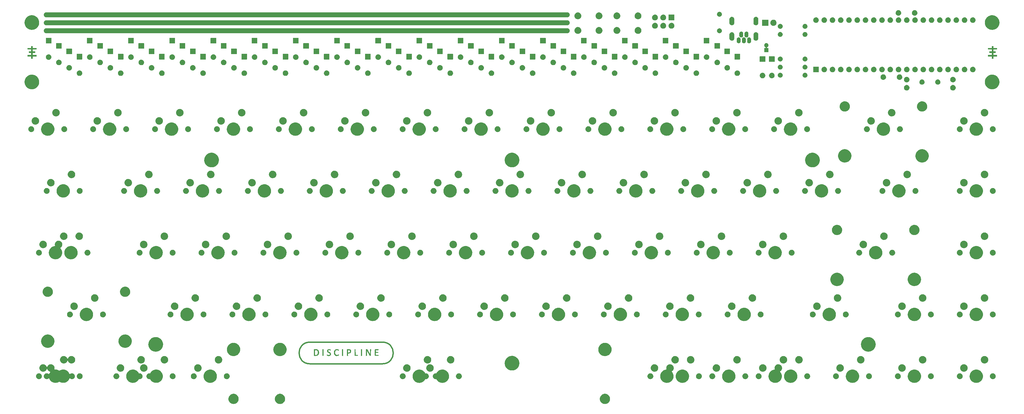
<source format=gbr>
G04 #@! TF.GenerationSoftware,KiCad,Pcbnew,(5.99.0-208-ga1d3f3486)*
G04 #@! TF.CreationDate,2019-11-19T11:23:27+07:00*
G04 #@! TF.ProjectId,discipline-pcb,64697363-6970-46c6-996e-652d7063622e,rev?*
G04 #@! TF.SameCoordinates,Original*
G04 #@! TF.FileFunction,Soldermask,Top*
G04 #@! TF.FilePolarity,Negative*
%FSLAX46Y46*%
G04 Gerber Fmt 4.6, Leading zero omitted, Abs format (unit mm)*
G04 Created by KiCad (PCBNEW (5.99.0-208-ga1d3f3486)) date 2019-11-19 11:23:27*
%MOMM*%
%LPD*%
G04 APERTURE LIST*
%ADD10C,1.500000*%
%ADD11C,0.010000*%
%ADD12C,0.400000*%
%ADD13C,0.100000*%
G04 APERTURE END LIST*
D10*
X230030842Y-54750650D02*
X69659538Y-54750650D01*
X230030842Y-57233920D02*
X69659538Y-57233920D01*
X230030842Y-59717190D02*
X69659538Y-59717190D01*
D11*
G36*
X361063890Y-64987240D02*
G01*
X361633273Y-64989417D01*
X362202656Y-64991593D01*
X362202656Y-65397993D01*
X361063890Y-65402345D01*
X361063890Y-66062626D01*
X361783557Y-66062626D01*
X361783557Y-66494426D01*
X361063890Y-66494426D01*
X361063890Y-67171640D01*
X361633273Y-67173817D01*
X362202656Y-67175993D01*
X362204919Y-67389776D01*
X362207181Y-67603559D01*
X361063890Y-67603559D01*
X361063890Y-68221626D01*
X360623623Y-68221626D01*
X360623623Y-67603559D01*
X359489090Y-67603559D01*
X359489090Y-67171760D01*
X360623623Y-67171760D01*
X360623623Y-66494426D01*
X359912423Y-66494426D01*
X359912423Y-66062626D01*
X360623623Y-66062626D01*
X360623623Y-65402226D01*
X359489090Y-65402226D01*
X359489090Y-64987360D01*
X360623404Y-64987360D01*
X360627856Y-64398926D01*
X360845873Y-64396667D01*
X361063890Y-64394407D01*
X361063890Y-64987240D01*
X361063890Y-64987240D01*
G37*
X361063890Y-64987240D02*
X361633273Y-64989417D01*
X362202656Y-64991593D01*
X362202656Y-65397993D01*
X361063890Y-65402345D01*
X361063890Y-66062626D01*
X361783557Y-66062626D01*
X361783557Y-66494426D01*
X361063890Y-66494426D01*
X361063890Y-67171640D01*
X361633273Y-67173817D01*
X362202656Y-67175993D01*
X362204919Y-67389776D01*
X362207181Y-67603559D01*
X361063890Y-67603559D01*
X361063890Y-68221626D01*
X360623623Y-68221626D01*
X360623623Y-67603559D01*
X359489090Y-67603559D01*
X359489090Y-67171760D01*
X360623623Y-67171760D01*
X360623623Y-66494426D01*
X359912423Y-66494426D01*
X359912423Y-66062626D01*
X360623623Y-66062626D01*
X360623623Y-65402226D01*
X359489090Y-65402226D01*
X359489090Y-64987360D01*
X360623404Y-64987360D01*
X360627856Y-64398926D01*
X360845873Y-64396667D01*
X361063890Y-64394407D01*
X361063890Y-64987240D01*
G36*
X65448259Y-64987240D02*
G01*
X66017642Y-64989417D01*
X66587025Y-64991593D01*
X66587025Y-65397993D01*
X65448259Y-65402345D01*
X65448259Y-66062626D01*
X66167926Y-66062626D01*
X66167926Y-66494426D01*
X65448259Y-66494426D01*
X65448259Y-67171640D01*
X66017642Y-67173817D01*
X66587025Y-67175993D01*
X66589288Y-67389776D01*
X66591550Y-67603559D01*
X65448259Y-67603559D01*
X65448259Y-68221626D01*
X65007992Y-68221626D01*
X65007992Y-67603559D01*
X63873459Y-67603559D01*
X63873459Y-67171760D01*
X65007992Y-67171760D01*
X65007992Y-66494426D01*
X64296792Y-66494426D01*
X64296792Y-66062626D01*
X65007992Y-66062626D01*
X65007992Y-65402226D01*
X63873459Y-65402226D01*
X63873459Y-64987360D01*
X65007773Y-64987360D01*
X65012225Y-64398926D01*
X65230242Y-64396667D01*
X65448259Y-64394407D01*
X65448259Y-64987240D01*
X65448259Y-64987240D01*
G37*
X65448259Y-64987240D02*
X66017642Y-64989417D01*
X66587025Y-64991593D01*
X66587025Y-65397993D01*
X65448259Y-65402345D01*
X65448259Y-66062626D01*
X66167926Y-66062626D01*
X66167926Y-66494426D01*
X65448259Y-66494426D01*
X65448259Y-67171640D01*
X66017642Y-67173817D01*
X66587025Y-67175993D01*
X66589288Y-67389776D01*
X66591550Y-67603559D01*
X65448259Y-67603559D01*
X65448259Y-68221626D01*
X65007992Y-68221626D01*
X65007992Y-67603559D01*
X63873459Y-67603559D01*
X63873459Y-67171760D01*
X65007992Y-67171760D01*
X65007992Y-66494426D01*
X64296792Y-66494426D01*
X64296792Y-66062626D01*
X65007992Y-66062626D01*
X65007992Y-65402226D01*
X63873459Y-65402226D01*
X63873459Y-64987360D01*
X65007773Y-64987360D01*
X65012225Y-64398926D01*
X65230242Y-64396667D01*
X65448259Y-64394407D01*
X65448259Y-64987240D01*
D12*
X150813990Y-162401840D02*
X173113990Y-162401840D01*
X150833990Y-155721840D02*
X173113990Y-155721840D01*
X173103990Y-155721840D02*
G75*
G02X173103990Y-162401840I0J-3340000D01*
G01*
X150803990Y-162401840D02*
G75*
G02X150803990Y-155721840I0J3340000D01*
G01*
D11*
G36*
X171525606Y-157902998D02*
G01*
X171661305Y-157905555D01*
X171751613Y-157911244D01*
X171806479Y-157921237D01*
X171835853Y-157936700D01*
X171849685Y-157958804D01*
X171851142Y-157963102D01*
X171857555Y-158042149D01*
X171849849Y-158077369D01*
X171832544Y-158100096D01*
X171794076Y-158115465D01*
X171723696Y-158124827D01*
X171610656Y-158129532D01*
X171444208Y-158130930D01*
X171423462Y-158130940D01*
X171017632Y-158130940D01*
X171027019Y-158432933D01*
X171036406Y-158734925D01*
X171387370Y-158744191D01*
X171738334Y-158753458D01*
X171738334Y-158947136D01*
X171020082Y-158947136D01*
X171020082Y-159663437D01*
X171852602Y-159681711D01*
X171852602Y-159877598D01*
X171345720Y-159886552D01*
X171130265Y-159888577D01*
X170973635Y-159885689D01*
X170869519Y-159877530D01*
X170811606Y-159863741D01*
X170798869Y-159855537D01*
X170786502Y-159811212D01*
X170776229Y-159711935D01*
X170768056Y-159568014D01*
X170761986Y-159389754D01*
X170758024Y-159187464D01*
X170756173Y-158971448D01*
X170756439Y-158752016D01*
X170758825Y-158539472D01*
X170763336Y-158344125D01*
X170769976Y-158176281D01*
X170778748Y-158046246D01*
X170789659Y-157964329D01*
X170798077Y-157941583D01*
X170844332Y-157924195D01*
X170945226Y-157912039D01*
X171104216Y-157904861D01*
X171324758Y-157902409D01*
X171334566Y-157902406D01*
X171525606Y-157902998D01*
X171525606Y-157902998D01*
G37*
X171525606Y-157902998D02*
X171661305Y-157905555D01*
X171751613Y-157911244D01*
X171806479Y-157921237D01*
X171835853Y-157936700D01*
X171849685Y-157958804D01*
X171851142Y-157963102D01*
X171857555Y-158042149D01*
X171849849Y-158077369D01*
X171832544Y-158100096D01*
X171794076Y-158115465D01*
X171723696Y-158124827D01*
X171610656Y-158129532D01*
X171444208Y-158130930D01*
X171423462Y-158130940D01*
X171017632Y-158130940D01*
X171027019Y-158432933D01*
X171036406Y-158734925D01*
X171387370Y-158744191D01*
X171738334Y-158753458D01*
X171738334Y-158947136D01*
X171020082Y-158947136D01*
X171020082Y-159663437D01*
X171852602Y-159681711D01*
X171852602Y-159877598D01*
X171345720Y-159886552D01*
X171130265Y-159888577D01*
X170973635Y-159885689D01*
X170869519Y-159877530D01*
X170811606Y-159863741D01*
X170798869Y-159855537D01*
X170786502Y-159811212D01*
X170776229Y-159711935D01*
X170768056Y-159568014D01*
X170761986Y-159389754D01*
X170758024Y-159187464D01*
X170756173Y-158971448D01*
X170756439Y-158752016D01*
X170758825Y-158539472D01*
X170763336Y-158344125D01*
X170769976Y-158176281D01*
X170778748Y-158046246D01*
X170789659Y-157964329D01*
X170798077Y-157941583D01*
X170844332Y-157924195D01*
X170945226Y-157912039D01*
X171104216Y-157904861D01*
X171324758Y-157902409D01*
X171334566Y-157902406D01*
X171525606Y-157902998D01*
G36*
X169510603Y-158887898D02*
G01*
X169501959Y-159877598D01*
X169387692Y-159887213D01*
X169294135Y-159882196D01*
X169222011Y-159856968D01*
X169218693Y-159854566D01*
X169189031Y-159815762D01*
X169132731Y-159727413D01*
X169054394Y-159597308D01*
X168958626Y-159433238D01*
X168850029Y-159242992D01*
X168733208Y-159034362D01*
X168721390Y-159013039D01*
X168278819Y-158213776D01*
X168270080Y-159045687D01*
X168261342Y-159877598D01*
X168154755Y-159887865D01*
X168048168Y-159898131D01*
X168056811Y-158908430D01*
X168065455Y-157918729D01*
X168216873Y-157908928D01*
X168317663Y-157908369D01*
X168380040Y-157928909D01*
X168429084Y-157978202D01*
X168461233Y-158028191D01*
X168519369Y-158126778D01*
X168598460Y-158265100D01*
X168693478Y-158434296D01*
X168799393Y-158625502D01*
X168881651Y-158775629D01*
X169273424Y-159493981D01*
X169306072Y-157918729D01*
X169412659Y-157908463D01*
X169519247Y-157898197D01*
X169510603Y-158887898D01*
X169510603Y-158887898D01*
G37*
X169510603Y-158887898D02*
X169501959Y-159877598D01*
X169387692Y-159887213D01*
X169294135Y-159882196D01*
X169222011Y-159856968D01*
X169218693Y-159854566D01*
X169189031Y-159815762D01*
X169132731Y-159727413D01*
X169054394Y-159597308D01*
X168958626Y-159433238D01*
X168850029Y-159242992D01*
X168733208Y-159034362D01*
X168721390Y-159013039D01*
X168278819Y-158213776D01*
X168270080Y-159045687D01*
X168261342Y-159877598D01*
X168154755Y-159887865D01*
X168048168Y-159898131D01*
X168056811Y-158908430D01*
X168065455Y-157918729D01*
X168216873Y-157908928D01*
X168317663Y-157908369D01*
X168380040Y-157928909D01*
X168429084Y-157978202D01*
X168461233Y-158028191D01*
X168519369Y-158126778D01*
X168598460Y-158265100D01*
X168693478Y-158434296D01*
X168799393Y-158625502D01*
X168881651Y-158775629D01*
X169273424Y-159493981D01*
X169306072Y-157918729D01*
X169412659Y-157908463D01*
X169519247Y-157898197D01*
X169510603Y-158887898D01*
G36*
X166669761Y-157908597D02*
G01*
X166792190Y-157918729D01*
X166792190Y-159877598D01*
X166547332Y-159897864D01*
X166547332Y-157898464D01*
X166669761Y-157908597D01*
X166669761Y-157908597D01*
G37*
X166669761Y-157908597D02*
X166792190Y-157918729D01*
X166792190Y-159877598D01*
X166547332Y-159897864D01*
X166547332Y-157898464D01*
X166669761Y-157908597D01*
G36*
X164645597Y-157908597D02*
G01*
X164768026Y-157918729D01*
X164785412Y-159663259D01*
X165518926Y-159681711D01*
X165518926Y-159877598D01*
X165043648Y-159886597D01*
X164873642Y-159888312D01*
X164727342Y-159886945D01*
X164616934Y-159882829D01*
X164554604Y-159876298D01*
X164545769Y-159872994D01*
X164540084Y-159835835D01*
X164534922Y-159741624D01*
X164530472Y-159598604D01*
X164526919Y-159415017D01*
X164524450Y-159199108D01*
X164523252Y-158959118D01*
X164523167Y-158874428D01*
X164523167Y-157898464D01*
X164645597Y-157908597D01*
X164645597Y-157908597D01*
G37*
X164645597Y-157908597D02*
X164768026Y-157918729D01*
X164785412Y-159663259D01*
X165518926Y-159681711D01*
X165518926Y-159877598D01*
X165043648Y-159886597D01*
X164873642Y-159888312D01*
X164727342Y-159886945D01*
X164616934Y-159882829D01*
X164554604Y-159876298D01*
X164545769Y-159872994D01*
X164540084Y-159835835D01*
X164534922Y-159741624D01*
X164530472Y-159598604D01*
X164526919Y-159415017D01*
X164524450Y-159199108D01*
X164523252Y-158959118D01*
X164523167Y-158874428D01*
X164523167Y-157898464D01*
X164645597Y-157908597D01*
G36*
X162640184Y-157908341D02*
G01*
X162810327Y-157916645D01*
X162930874Y-157928155D01*
X163017527Y-157945751D01*
X163085985Y-157972314D01*
X163133137Y-157998805D01*
X163259726Y-158098816D01*
X163337737Y-158219075D01*
X163374510Y-158374201D01*
X163379835Y-158490066D01*
X163356125Y-158701607D01*
X163284980Y-158870024D01*
X163165006Y-158996624D01*
X162994806Y-159082710D01*
X162772987Y-159129590D01*
X162688909Y-159136639D01*
X162433707Y-159151412D01*
X162433707Y-159893922D01*
X162324881Y-159893922D01*
X162244211Y-159887949D01*
X162195764Y-159873442D01*
X162194290Y-159872157D01*
X162188708Y-159835128D01*
X162183655Y-159741216D01*
X162179323Y-159598833D01*
X162175902Y-159416390D01*
X162173583Y-159202298D01*
X162172558Y-158964970D01*
X162172525Y-158913044D01*
X162172962Y-158635039D01*
X162174506Y-158415351D01*
X162177508Y-158247009D01*
X162182010Y-158130940D01*
X162433707Y-158130940D01*
X162433707Y-158517273D01*
X162435448Y-158669998D01*
X162440184Y-158798078D01*
X162447187Y-158887837D01*
X162455472Y-158925370D01*
X162507472Y-158942316D01*
X162600909Y-158945923D01*
X162713444Y-158936853D01*
X162822735Y-158915767D01*
X162827905Y-158914355D01*
X162966837Y-158850165D01*
X163058215Y-158745225D01*
X163106038Y-158594273D01*
X163112426Y-158540007D01*
X163118002Y-158433191D01*
X163106160Y-158363664D01*
X163067531Y-158303920D01*
X163012292Y-158245926D01*
X162947913Y-158185586D01*
X162891638Y-158151167D01*
X162821604Y-158135420D01*
X162715950Y-158131096D01*
X162665507Y-158130940D01*
X162433707Y-158130940D01*
X162182010Y-158130940D01*
X162182317Y-158123038D01*
X162189283Y-158036466D01*
X162198757Y-157980320D01*
X162211089Y-157947626D01*
X162221624Y-157934948D01*
X162269752Y-157915880D01*
X162361979Y-157905900D01*
X162506005Y-157904517D01*
X162640184Y-157908341D01*
X162640184Y-157908341D01*
G37*
X162640184Y-157908341D02*
X162810327Y-157916645D01*
X162930874Y-157928155D01*
X163017527Y-157945751D01*
X163085985Y-157972314D01*
X163133137Y-157998805D01*
X163259726Y-158098816D01*
X163337737Y-158219075D01*
X163374510Y-158374201D01*
X163379835Y-158490066D01*
X163356125Y-158701607D01*
X163284980Y-158870024D01*
X163165006Y-158996624D01*
X162994806Y-159082710D01*
X162772987Y-159129590D01*
X162688909Y-159136639D01*
X162433707Y-159151412D01*
X162433707Y-159893922D01*
X162324881Y-159893922D01*
X162244211Y-159887949D01*
X162195764Y-159873442D01*
X162194290Y-159872157D01*
X162188708Y-159835128D01*
X162183655Y-159741216D01*
X162179323Y-159598833D01*
X162175902Y-159416390D01*
X162173583Y-159202298D01*
X162172558Y-158964970D01*
X162172525Y-158913044D01*
X162172962Y-158635039D01*
X162174506Y-158415351D01*
X162177508Y-158247009D01*
X162182010Y-158130940D01*
X162433707Y-158130940D01*
X162433707Y-158517273D01*
X162435448Y-158669998D01*
X162440184Y-158798078D01*
X162447187Y-158887837D01*
X162455472Y-158925370D01*
X162507472Y-158942316D01*
X162600909Y-158945923D01*
X162713444Y-158936853D01*
X162822735Y-158915767D01*
X162827905Y-158914355D01*
X162966837Y-158850165D01*
X163058215Y-158745225D01*
X163106038Y-158594273D01*
X163112426Y-158540007D01*
X163118002Y-158433191D01*
X163106160Y-158363664D01*
X163067531Y-158303920D01*
X163012292Y-158245926D01*
X162947913Y-158185586D01*
X162891638Y-158151167D01*
X162821604Y-158135420D01*
X162715950Y-158131096D01*
X162665507Y-158130940D01*
X162433707Y-158130940D01*
X162182010Y-158130940D01*
X162182317Y-158123038D01*
X162189283Y-158036466D01*
X162198757Y-157980320D01*
X162211089Y-157947626D01*
X162221624Y-157934948D01*
X162269752Y-157915880D01*
X162361979Y-157905900D01*
X162506005Y-157904517D01*
X162640184Y-157908341D01*
G36*
X160931908Y-159893922D02*
G01*
X160816616Y-159893922D01*
X160735729Y-159883371D01*
X160688121Y-159857493D01*
X160685511Y-159852715D01*
X160681755Y-159810581D01*
X160678910Y-159711752D01*
X160677039Y-159564824D01*
X160676203Y-159378391D01*
X160676465Y-159161048D01*
X160677886Y-158921391D01*
X160678374Y-158865119D01*
X160687049Y-157918729D01*
X160809478Y-157908597D01*
X160931908Y-157898464D01*
X160931908Y-159893922D01*
X160931908Y-159893922D01*
G37*
X160931908Y-159893922D02*
X160816616Y-159893922D01*
X160735729Y-159883371D01*
X160688121Y-159857493D01*
X160685511Y-159852715D01*
X160681755Y-159810581D01*
X160678910Y-159711752D01*
X160677039Y-159564824D01*
X160676203Y-159378391D01*
X160676465Y-159161048D01*
X160677886Y-158921391D01*
X160678374Y-158865119D01*
X160687049Y-157918729D01*
X160809478Y-157908597D01*
X160931908Y-157898464D01*
X160931908Y-159893922D01*
G36*
X154908386Y-159877598D02*
G01*
X154802056Y-159887846D01*
X154716056Y-159882785D01*
X154679113Y-159854800D01*
X154675152Y-159812115D01*
X154672121Y-159712760D01*
X154670091Y-159565354D01*
X154669130Y-159378517D01*
X154669307Y-159160868D01*
X154670693Y-158921028D01*
X154671176Y-158865119D01*
X154679851Y-157918729D01*
X154908386Y-157918729D01*
X154908386Y-159877598D01*
X154908386Y-159877598D01*
G37*
X154908386Y-159877598D02*
X154802056Y-159887846D01*
X154716056Y-159882785D01*
X154679113Y-159854800D01*
X154675152Y-159812115D01*
X154672121Y-159712760D01*
X154670091Y-159565354D01*
X154669130Y-159378517D01*
X154669307Y-159160868D01*
X154670693Y-158921028D01*
X154671176Y-158865119D01*
X154679851Y-157918729D01*
X154908386Y-157918729D01*
X154908386Y-159877598D01*
G36*
X152621326Y-157911161D02*
G01*
X152834435Y-157935264D01*
X153011029Y-157984087D01*
X153163961Y-158060087D01*
X153171114Y-158064580D01*
X153322727Y-158198165D01*
X153436579Y-158377780D01*
X153509514Y-158594083D01*
X153538374Y-158837731D01*
X153520265Y-159097732D01*
X153457946Y-159345797D01*
X153356482Y-159544101D01*
X153212534Y-159697489D01*
X153031136Y-159807044D01*
X152939960Y-159835845D01*
X152811893Y-159859870D01*
X152660751Y-159878431D01*
X152500353Y-159890842D01*
X152344516Y-159896415D01*
X152207057Y-159894464D01*
X152101793Y-159884301D01*
X152042543Y-159865240D01*
X152035316Y-159856561D01*
X152031181Y-159813410D01*
X152027993Y-159713610D01*
X152025829Y-159565801D01*
X152024762Y-159378622D01*
X152024869Y-159160716D01*
X152026223Y-158920722D01*
X152026703Y-158865119D01*
X152033432Y-158130940D01*
X152280237Y-158130940D01*
X152280237Y-159665388D01*
X152534501Y-159665388D01*
X152691709Y-159659976D01*
X152809169Y-159640693D01*
X152911761Y-159602971D01*
X152934437Y-159591930D01*
X153072327Y-159494221D01*
X153169397Y-159357567D01*
X153229022Y-159175494D01*
X153252686Y-158981965D01*
X153251505Y-158750547D01*
X153216269Y-158564508D01*
X153143869Y-158411730D01*
X153087406Y-158337859D01*
X152980725Y-158237453D01*
X152861506Y-158173665D01*
X152712803Y-158140248D01*
X152526144Y-158130940D01*
X152280237Y-158130940D01*
X152033432Y-158130940D01*
X152035378Y-157918729D01*
X152358850Y-157909323D01*
X152621326Y-157911161D01*
X152621326Y-157911161D01*
G37*
X152621326Y-157911161D02*
X152834435Y-157935264D01*
X153011029Y-157984087D01*
X153163961Y-158060087D01*
X153171114Y-158064580D01*
X153322727Y-158198165D01*
X153436579Y-158377780D01*
X153509514Y-158594083D01*
X153538374Y-158837731D01*
X153520265Y-159097732D01*
X153457946Y-159345797D01*
X153356482Y-159544101D01*
X153212534Y-159697489D01*
X153031136Y-159807044D01*
X152939960Y-159835845D01*
X152811893Y-159859870D01*
X152660751Y-159878431D01*
X152500353Y-159890842D01*
X152344516Y-159896415D01*
X152207057Y-159894464D01*
X152101793Y-159884301D01*
X152042543Y-159865240D01*
X152035316Y-159856561D01*
X152031181Y-159813410D01*
X152027993Y-159713610D01*
X152025829Y-159565801D01*
X152024762Y-159378622D01*
X152024869Y-159160716D01*
X152026223Y-158920722D01*
X152026703Y-158865119D01*
X152033432Y-158130940D01*
X152280237Y-158130940D01*
X152280237Y-159665388D01*
X152534501Y-159665388D01*
X152691709Y-159659976D01*
X152809169Y-159640693D01*
X152911761Y-159602971D01*
X152934437Y-159591930D01*
X153072327Y-159494221D01*
X153169397Y-159357567D01*
X153229022Y-159175494D01*
X153252686Y-158981965D01*
X153251505Y-158750547D01*
X153216269Y-158564508D01*
X153143869Y-158411730D01*
X153087406Y-158337859D01*
X152980725Y-158237453D01*
X152861506Y-158173665D01*
X152712803Y-158140248D01*
X152526144Y-158130940D01*
X152280237Y-158130940D01*
X152033432Y-158130940D01*
X152035378Y-157918729D01*
X152358850Y-157909323D01*
X152621326Y-157911161D01*
G36*
X159184920Y-157883589D02*
G01*
X159397778Y-157937749D01*
X159456496Y-157964508D01*
X159561021Y-158031974D01*
X159613290Y-158108246D01*
X159625995Y-158196979D01*
X159611023Y-158260323D01*
X159563263Y-158274142D01*
X159478455Y-158238661D01*
X159428299Y-158207488D01*
X159290124Y-158138788D01*
X159129475Y-158108433D01*
X159108840Y-158106974D01*
X158919596Y-158119816D01*
X158766117Y-158186177D01*
X158642921Y-158309195D01*
X158583183Y-158407741D01*
X158544599Y-158490045D01*
X158520024Y-158567936D01*
X158506411Y-158659900D01*
X158500715Y-158784423D01*
X158499808Y-158913782D01*
X158501851Y-159077888D01*
X158509607Y-159194326D01*
X158525791Y-159280651D01*
X158553119Y-159354423D01*
X158574582Y-159397324D01*
X158685067Y-159540939D01*
X158831334Y-159637992D01*
X159001139Y-159686157D01*
X159182237Y-159683109D01*
X159362383Y-159626521D01*
X159464352Y-159566307D01*
X159535970Y-159522292D01*
X159587914Y-159502264D01*
X159590225Y-159502149D01*
X159621023Y-159527916D01*
X159626450Y-159590716D01*
X159609555Y-159668796D01*
X159573390Y-159740406D01*
X159553656Y-159762886D01*
X159432981Y-159838884D01*
X159269784Y-159891589D01*
X159083739Y-159917589D01*
X158894516Y-159913477D01*
X158788846Y-159895426D01*
X158601335Y-159818810D01*
X158445405Y-159689520D01*
X158324378Y-159513747D01*
X158241573Y-159297680D01*
X158200312Y-159047508D01*
X158201293Y-158800220D01*
X158242898Y-158547718D01*
X158324011Y-158325698D01*
X158439775Y-158144708D01*
X158552618Y-158037609D01*
X158744479Y-157934963D01*
X158961200Y-157883142D01*
X159184920Y-157883589D01*
X159184920Y-157883589D01*
G37*
X159184920Y-157883589D02*
X159397778Y-157937749D01*
X159456496Y-157964508D01*
X159561021Y-158031974D01*
X159613290Y-158108246D01*
X159625995Y-158196979D01*
X159611023Y-158260323D01*
X159563263Y-158274142D01*
X159478455Y-158238661D01*
X159428299Y-158207488D01*
X159290124Y-158138788D01*
X159129475Y-158108433D01*
X159108840Y-158106974D01*
X158919596Y-158119816D01*
X158766117Y-158186177D01*
X158642921Y-158309195D01*
X158583183Y-158407741D01*
X158544599Y-158490045D01*
X158520024Y-158567936D01*
X158506411Y-158659900D01*
X158500715Y-158784423D01*
X158499808Y-158913782D01*
X158501851Y-159077888D01*
X158509607Y-159194326D01*
X158525791Y-159280651D01*
X158553119Y-159354423D01*
X158574582Y-159397324D01*
X158685067Y-159540939D01*
X158831334Y-159637992D01*
X159001139Y-159686157D01*
X159182237Y-159683109D01*
X159362383Y-159626521D01*
X159464352Y-159566307D01*
X159535970Y-159522292D01*
X159587914Y-159502264D01*
X159590225Y-159502149D01*
X159621023Y-159527916D01*
X159626450Y-159590716D01*
X159609555Y-159668796D01*
X159573390Y-159740406D01*
X159553656Y-159762886D01*
X159432981Y-159838884D01*
X159269784Y-159891589D01*
X159083739Y-159917589D01*
X158894516Y-159913477D01*
X158788846Y-159895426D01*
X158601335Y-159818810D01*
X158445405Y-159689520D01*
X158324378Y-159513747D01*
X158241573Y-159297680D01*
X158200312Y-159047508D01*
X158201293Y-158800220D01*
X158242898Y-158547718D01*
X158324011Y-158325698D01*
X158439775Y-158144708D01*
X158552618Y-158037609D01*
X158744479Y-157934963D01*
X158961200Y-157883142D01*
X159184920Y-157883589D01*
G36*
X156835154Y-157897780D02*
G01*
X156958225Y-157931926D01*
X157050714Y-157976184D01*
X157092940Y-158021021D01*
X157110806Y-158105393D01*
X157104023Y-158179225D01*
X157084294Y-158209575D01*
X157040635Y-158206546D01*
X156963950Y-158178530D01*
X156930476Y-158162531D01*
X156772547Y-158105881D01*
X156623463Y-158095194D01*
X156494131Y-158126604D01*
X156395457Y-158196247D01*
X156338348Y-158300259D01*
X156328566Y-158375799D01*
X156351955Y-158488627D01*
X156425827Y-158587788D01*
X156555738Y-158679089D01*
X156675154Y-158737984D01*
X156902368Y-158853928D01*
X157065686Y-158972400D01*
X157149054Y-159067479D01*
X157191253Y-159175462D01*
X157208959Y-159316397D01*
X157201480Y-159462430D01*
X157168123Y-159585708D01*
X157162258Y-159597824D01*
X157052884Y-159741399D01*
X156899291Y-159846020D01*
X156712278Y-159907895D01*
X156502645Y-159923233D01*
X156312242Y-159896250D01*
X156195653Y-159857725D01*
X156093505Y-159806223D01*
X156029707Y-159753981D01*
X156027073Y-159750282D01*
X156005764Y-159684803D01*
X156006386Y-159608687D01*
X156027990Y-159555989D01*
X156032584Y-159552450D01*
X156077249Y-159555165D01*
X156155647Y-159583565D01*
X156199342Y-159604625D01*
X156373513Y-159671717D01*
X156541162Y-159693686D01*
X156692305Y-159673816D01*
X156816959Y-159615391D01*
X156905141Y-159521694D01*
X156946867Y-159396008D01*
X156948874Y-159358100D01*
X156927387Y-159268890D01*
X156859403Y-159179720D01*
X156739639Y-159085674D01*
X156562812Y-158981836D01*
X156520851Y-158959831D01*
X156336913Y-158856057D01*
X156207810Y-158759087D01*
X156125335Y-158658725D01*
X156081279Y-158544774D01*
X156067433Y-158407039D01*
X156067383Y-158396560D01*
X156093057Y-158209429D01*
X156169712Y-158062966D01*
X156296795Y-157957737D01*
X156473754Y-157894311D01*
X156570012Y-157879507D01*
X156699688Y-157878666D01*
X156835154Y-157897780D01*
X156835154Y-157897780D01*
G37*
X156835154Y-157897780D02*
X156958225Y-157931926D01*
X157050714Y-157976184D01*
X157092940Y-158021021D01*
X157110806Y-158105393D01*
X157104023Y-158179225D01*
X157084294Y-158209575D01*
X157040635Y-158206546D01*
X156963950Y-158178530D01*
X156930476Y-158162531D01*
X156772547Y-158105881D01*
X156623463Y-158095194D01*
X156494131Y-158126604D01*
X156395457Y-158196247D01*
X156338348Y-158300259D01*
X156328566Y-158375799D01*
X156351955Y-158488627D01*
X156425827Y-158587788D01*
X156555738Y-158679089D01*
X156675154Y-158737984D01*
X156902368Y-158853928D01*
X157065686Y-158972400D01*
X157149054Y-159067479D01*
X157191253Y-159175462D01*
X157208959Y-159316397D01*
X157201480Y-159462430D01*
X157168123Y-159585708D01*
X157162258Y-159597824D01*
X157052884Y-159741399D01*
X156899291Y-159846020D01*
X156712278Y-159907895D01*
X156502645Y-159923233D01*
X156312242Y-159896250D01*
X156195653Y-159857725D01*
X156093505Y-159806223D01*
X156029707Y-159753981D01*
X156027073Y-159750282D01*
X156005764Y-159684803D01*
X156006386Y-159608687D01*
X156027990Y-159555989D01*
X156032584Y-159552450D01*
X156077249Y-159555165D01*
X156155647Y-159583565D01*
X156199342Y-159604625D01*
X156373513Y-159671717D01*
X156541162Y-159693686D01*
X156692305Y-159673816D01*
X156816959Y-159615391D01*
X156905141Y-159521694D01*
X156946867Y-159396008D01*
X156948874Y-159358100D01*
X156927387Y-159268890D01*
X156859403Y-159179720D01*
X156739639Y-159085674D01*
X156562812Y-158981836D01*
X156520851Y-158959831D01*
X156336913Y-158856057D01*
X156207810Y-158759087D01*
X156125335Y-158658725D01*
X156081279Y-158544774D01*
X156067433Y-158407039D01*
X156067383Y-158396560D01*
X156093057Y-158209429D01*
X156169712Y-158062966D01*
X156296795Y-157957737D01*
X156473754Y-157894311D01*
X156570012Y-157879507D01*
X156699688Y-157878666D01*
X156835154Y-157897780D01*
D13*
G36*
X141598351Y-171637750D02*
G01*
X141654934Y-171635774D01*
X141723260Y-171644405D01*
X141786705Y-171647786D01*
X141843445Y-171659588D01*
X141906384Y-171667539D01*
X141965941Y-171685068D01*
X142021317Y-171696586D01*
X142082152Y-171719270D01*
X142149520Y-171739098D01*
X142199343Y-171762969D01*
X142245839Y-171780307D01*
X142308669Y-171815350D01*
X142378088Y-171848610D01*
X142417844Y-171876241D01*
X142455114Y-171897028D01*
X142517466Y-171945480D01*
X142586207Y-171993256D01*
X142616113Y-172022135D01*
X142644336Y-172044067D01*
X142703519Y-172106542D01*
X142768523Y-172169316D01*
X142789324Y-172197121D01*
X142809128Y-172218027D01*
X142862269Y-172294629D01*
X142920344Y-172372260D01*
X142933252Y-172396951D01*
X142945715Y-172414916D01*
X142989903Y-172505313D01*
X143037766Y-172596867D01*
X143044391Y-172616784D01*
X143050951Y-172630203D01*
X143083306Y-172733765D01*
X143117767Y-172837358D01*
X143120023Y-172851290D01*
X143122411Y-172858932D01*
X143140196Y-172975843D01*
X143158288Y-173087546D01*
X143155289Y-173373951D01*
X143148823Y-173409179D01*
X143148274Y-173427691D01*
X143127966Y-173522821D01*
X143109537Y-173623236D01*
X143102031Y-173644316D01*
X143098625Y-173660270D01*
X143060778Y-173760167D01*
X143024517Y-173861999D01*
X143017056Y-173875570D01*
X143013729Y-173884352D01*
X142956720Y-173985320D01*
X142902417Y-174084097D01*
X142897123Y-174090873D01*
X142895913Y-174093016D01*
X142809597Y-174202901D01*
X142746379Y-174283817D01*
X142663832Y-174360256D01*
X142573065Y-174445343D01*
X142568752Y-174448302D01*
X142560416Y-174456021D01*
X142467773Y-174517573D01*
X142375459Y-174580900D01*
X142364508Y-174586182D01*
X142349314Y-174596277D01*
X142253025Y-174639956D01*
X142159630Y-174685004D01*
X142141371Y-174690604D01*
X142118503Y-174700977D01*
X142022461Y-174727071D01*
X141930536Y-174755263D01*
X141904790Y-174759042D01*
X141873921Y-174767429D01*
X141781400Y-174777153D01*
X141693446Y-174790063D01*
X141660484Y-174789862D01*
X141621861Y-174793921D01*
X141535608Y-174789099D01*
X141453820Y-174788599D01*
X141414418Y-174782323D01*
X141368808Y-174779773D01*
X141290985Y-174762663D01*
X141217174Y-174750906D01*
X141172564Y-174736626D01*
X141121272Y-174725349D01*
X141053464Y-174698502D01*
X140988956Y-174677853D01*
X140940801Y-174653896D01*
X140885621Y-174632049D01*
X140828795Y-174598174D01*
X140774411Y-174571118D01*
X140724742Y-174536145D01*
X140667919Y-174502272D01*
X140622461Y-174464128D01*
X140578482Y-174433162D01*
X140529639Y-174386241D01*
X140473767Y-174339359D01*
X140439445Y-174299597D01*
X140405671Y-174267152D01*
X140360237Y-174207834D01*
X140308158Y-174147500D01*
X140284212Y-174108576D01*
X140259960Y-174076913D01*
X140220632Y-174005228D01*
X140175355Y-173931631D01*
X140160553Y-173895720D01*
X140144700Y-173866823D01*
X140114222Y-173783311D01*
X140078773Y-173697306D01*
X140071470Y-173666168D01*
X140062548Y-173641722D01*
X140043625Y-173547452D01*
X140020898Y-173450554D01*
X140019146Y-173425503D01*
X140015388Y-173406780D01*
X140010593Y-173303178D01*
X140003219Y-173197723D01*
X140004871Y-173179565D01*
X140004309Y-173167412D01*
X140016110Y-173056072D01*
X140026189Y-172945318D01*
X140029015Y-172934310D01*
X140029566Y-172929115D01*
X140061192Y-172808990D01*
X140089219Y-172699832D01*
X140130415Y-172605538D01*
X140185935Y-172477546D01*
X140187243Y-172475465D01*
X140190687Y-172467582D01*
X140251771Y-172372798D01*
X140313451Y-172274662D01*
X140319591Y-172267561D01*
X140327982Y-172254541D01*
X140400293Y-172174232D01*
X140470184Y-172093405D01*
X140482606Y-172082814D01*
X140497572Y-172066193D01*
X140577102Y-172002249D01*
X140652537Y-171937935D01*
X140672314Y-171925697D01*
X140695094Y-171907381D01*
X140778244Y-171860145D01*
X140856301Y-171811842D01*
X140884078Y-171800023D01*
X140915466Y-171782192D01*
X140998954Y-171751143D01*
X141076804Y-171718018D01*
X141112758Y-171708820D01*
X141153019Y-171693847D01*
X141233834Y-171677845D01*
X141308952Y-171658628D01*
X141352795Y-171654291D01*
X141401640Y-171644619D01*
X141477237Y-171641979D01*
X141547418Y-171635036D01*
X141598351Y-171637750D01*
X141598351Y-171637750D01*
G37*
G36*
X127309203Y-171637750D02*
G01*
X127365786Y-171635774D01*
X127434112Y-171644405D01*
X127497557Y-171647786D01*
X127554297Y-171659588D01*
X127617236Y-171667539D01*
X127676793Y-171685068D01*
X127732169Y-171696586D01*
X127793004Y-171719270D01*
X127860372Y-171739098D01*
X127910195Y-171762969D01*
X127956691Y-171780307D01*
X128019521Y-171815350D01*
X128088940Y-171848610D01*
X128128696Y-171876241D01*
X128165966Y-171897028D01*
X128228318Y-171945480D01*
X128297059Y-171993256D01*
X128326965Y-172022135D01*
X128355188Y-172044067D01*
X128414371Y-172106542D01*
X128479375Y-172169316D01*
X128500176Y-172197121D01*
X128519980Y-172218027D01*
X128573121Y-172294629D01*
X128631196Y-172372260D01*
X128644104Y-172396951D01*
X128656567Y-172414916D01*
X128700755Y-172505313D01*
X128748618Y-172596867D01*
X128755243Y-172616784D01*
X128761803Y-172630203D01*
X128794158Y-172733765D01*
X128828619Y-172837358D01*
X128830875Y-172851290D01*
X128833263Y-172858932D01*
X128851048Y-172975843D01*
X128869140Y-173087546D01*
X128866141Y-173373951D01*
X128859675Y-173409179D01*
X128859126Y-173427691D01*
X128838818Y-173522821D01*
X128820389Y-173623236D01*
X128812883Y-173644316D01*
X128809477Y-173660270D01*
X128771630Y-173760167D01*
X128735369Y-173861999D01*
X128727908Y-173875570D01*
X128724581Y-173884352D01*
X128667572Y-173985320D01*
X128613269Y-174084097D01*
X128607975Y-174090873D01*
X128606765Y-174093016D01*
X128520449Y-174202901D01*
X128457231Y-174283817D01*
X128374684Y-174360256D01*
X128283917Y-174445343D01*
X128279604Y-174448302D01*
X128271268Y-174456021D01*
X128178625Y-174517573D01*
X128086311Y-174580900D01*
X128075360Y-174586182D01*
X128060166Y-174596277D01*
X127963877Y-174639956D01*
X127870482Y-174685004D01*
X127852223Y-174690604D01*
X127829355Y-174700977D01*
X127733313Y-174727071D01*
X127641388Y-174755263D01*
X127615642Y-174759042D01*
X127584773Y-174767429D01*
X127492252Y-174777153D01*
X127404298Y-174790063D01*
X127371336Y-174789862D01*
X127332713Y-174793921D01*
X127246460Y-174789099D01*
X127164672Y-174788599D01*
X127125270Y-174782323D01*
X127079660Y-174779773D01*
X127001837Y-174762663D01*
X126928026Y-174750906D01*
X126883416Y-174736626D01*
X126832124Y-174725349D01*
X126764316Y-174698502D01*
X126699808Y-174677853D01*
X126651653Y-174653896D01*
X126596473Y-174632049D01*
X126539647Y-174598174D01*
X126485263Y-174571118D01*
X126435594Y-174536145D01*
X126378771Y-174502272D01*
X126333313Y-174464128D01*
X126289334Y-174433162D01*
X126240491Y-174386241D01*
X126184619Y-174339359D01*
X126150297Y-174299597D01*
X126116523Y-174267152D01*
X126071089Y-174207834D01*
X126019010Y-174147500D01*
X125995064Y-174108576D01*
X125970812Y-174076913D01*
X125931484Y-174005228D01*
X125886207Y-173931631D01*
X125871405Y-173895720D01*
X125855552Y-173866823D01*
X125825074Y-173783311D01*
X125789625Y-173697306D01*
X125782322Y-173666168D01*
X125773400Y-173641722D01*
X125754477Y-173547452D01*
X125731750Y-173450554D01*
X125729998Y-173425503D01*
X125726240Y-173406780D01*
X125721445Y-173303178D01*
X125714071Y-173197723D01*
X125715723Y-173179565D01*
X125715161Y-173167412D01*
X125726962Y-173056072D01*
X125737041Y-172945318D01*
X125739867Y-172934310D01*
X125740418Y-172929115D01*
X125772044Y-172808990D01*
X125800071Y-172699832D01*
X125841267Y-172605538D01*
X125896787Y-172477546D01*
X125898095Y-172475465D01*
X125901539Y-172467582D01*
X125962623Y-172372798D01*
X126024303Y-172274662D01*
X126030443Y-172267561D01*
X126038834Y-172254541D01*
X126111145Y-172174232D01*
X126181036Y-172093405D01*
X126193458Y-172082814D01*
X126208424Y-172066193D01*
X126287954Y-172002249D01*
X126363389Y-171937935D01*
X126383166Y-171925697D01*
X126405946Y-171907381D01*
X126489096Y-171860145D01*
X126567153Y-171811842D01*
X126594930Y-171800023D01*
X126626318Y-171782192D01*
X126709806Y-171751143D01*
X126787656Y-171718018D01*
X126823610Y-171708820D01*
X126863871Y-171693847D01*
X126944686Y-171677845D01*
X127019804Y-171658628D01*
X127063647Y-171654291D01*
X127112492Y-171644619D01*
X127188089Y-171641979D01*
X127258270Y-171635036D01*
X127309203Y-171637750D01*
X127309203Y-171637750D01*
G37*
G36*
X241604826Y-171637517D02*
G01*
X241654734Y-171635774D01*
X241657127Y-171636076D01*
X241665786Y-171635774D01*
X241734113Y-171644406D01*
X241797557Y-171647786D01*
X241854297Y-171659588D01*
X241917236Y-171667539D01*
X241976793Y-171685068D01*
X242032169Y-171696586D01*
X242093004Y-171719270D01*
X242160372Y-171739098D01*
X242210195Y-171762969D01*
X242256691Y-171780307D01*
X242319521Y-171815350D01*
X242388940Y-171848610D01*
X242428696Y-171876241D01*
X242465966Y-171897028D01*
X242528318Y-171945480D01*
X242597059Y-171993256D01*
X242626965Y-172022135D01*
X242655188Y-172044067D01*
X242714371Y-172106542D01*
X242779375Y-172169316D01*
X242800176Y-172197121D01*
X242819980Y-172218027D01*
X242873121Y-172294629D01*
X242931196Y-172372260D01*
X242944104Y-172396951D01*
X242956567Y-172414916D01*
X243000755Y-172505313D01*
X243048618Y-172596867D01*
X243055243Y-172616784D01*
X243061803Y-172630203D01*
X243094158Y-172733765D01*
X243128619Y-172837358D01*
X243130875Y-172851290D01*
X243133263Y-172858932D01*
X243151048Y-172975843D01*
X243169140Y-173087546D01*
X243166141Y-173373951D01*
X243159675Y-173409179D01*
X243159126Y-173427691D01*
X243138818Y-173522821D01*
X243120389Y-173623236D01*
X243112883Y-173644316D01*
X243109477Y-173660270D01*
X243071630Y-173760167D01*
X243035369Y-173861999D01*
X243027908Y-173875570D01*
X243024581Y-173884352D01*
X242967572Y-173985320D01*
X242913269Y-174084097D01*
X242907975Y-174090873D01*
X242906765Y-174093016D01*
X242820449Y-174202901D01*
X242757231Y-174283817D01*
X242674684Y-174360256D01*
X242583917Y-174445343D01*
X242579604Y-174448302D01*
X242571268Y-174456021D01*
X242478625Y-174517573D01*
X242386311Y-174580900D01*
X242375360Y-174586182D01*
X242360166Y-174596277D01*
X242263877Y-174639956D01*
X242170482Y-174685004D01*
X242152223Y-174690604D01*
X242129355Y-174700977D01*
X242033313Y-174727071D01*
X241941388Y-174755263D01*
X241915642Y-174759042D01*
X241884773Y-174767429D01*
X241792254Y-174777153D01*
X241704299Y-174790063D01*
X241703198Y-174790056D01*
X241702309Y-174790118D01*
X241670732Y-174789925D01*
X241632713Y-174793921D01*
X241625499Y-174793518D01*
X241621661Y-174793921D01*
X241535406Y-174789099D01*
X241453620Y-174788599D01*
X241414218Y-174782323D01*
X241368608Y-174779773D01*
X241290785Y-174762663D01*
X241216974Y-174750906D01*
X241172364Y-174736626D01*
X241121072Y-174725349D01*
X241053264Y-174698502D01*
X240988756Y-174677853D01*
X240940601Y-174653896D01*
X240885421Y-174632049D01*
X240828595Y-174598174D01*
X240774211Y-174571118D01*
X240724542Y-174536145D01*
X240667719Y-174502272D01*
X240622261Y-174464128D01*
X240578282Y-174433162D01*
X240529439Y-174386241D01*
X240473567Y-174339359D01*
X240439245Y-174299597D01*
X240405471Y-174267152D01*
X240360037Y-174207834D01*
X240307958Y-174147500D01*
X240284012Y-174108576D01*
X240259760Y-174076913D01*
X240220432Y-174005228D01*
X240175155Y-173931631D01*
X240160353Y-173895720D01*
X240144500Y-173866823D01*
X240114022Y-173783311D01*
X240078573Y-173697306D01*
X240071270Y-173666168D01*
X240062348Y-173641722D01*
X240043425Y-173547452D01*
X240020698Y-173450554D01*
X240018946Y-173425503D01*
X240015188Y-173406780D01*
X240010393Y-173303178D01*
X240003019Y-173197723D01*
X240004671Y-173179565D01*
X240004109Y-173167412D01*
X240015910Y-173056072D01*
X240025989Y-172945318D01*
X240028815Y-172934310D01*
X240029366Y-172929115D01*
X240060992Y-172808990D01*
X240089019Y-172699832D01*
X240130215Y-172605538D01*
X240185735Y-172477546D01*
X240187043Y-172475465D01*
X240190487Y-172467582D01*
X240251571Y-172372798D01*
X240313251Y-172274662D01*
X240319391Y-172267561D01*
X240327782Y-172254541D01*
X240400093Y-172174232D01*
X240469984Y-172093405D01*
X240482406Y-172082814D01*
X240497372Y-172066193D01*
X240576902Y-172002249D01*
X240652337Y-171937935D01*
X240672114Y-171925697D01*
X240694894Y-171907381D01*
X240778044Y-171860145D01*
X240856101Y-171811842D01*
X240883878Y-171800023D01*
X240915266Y-171782192D01*
X240998754Y-171751143D01*
X241076604Y-171718018D01*
X241112558Y-171708820D01*
X241152819Y-171693847D01*
X241233634Y-171677845D01*
X241308752Y-171658628D01*
X241352595Y-171654291D01*
X241401440Y-171644619D01*
X241477038Y-171641979D01*
X241549523Y-171634808D01*
X241552655Y-171634737D01*
X241604826Y-171637517D01*
X241604826Y-171637517D01*
G37*
G36*
X184555922Y-164180925D02*
G01*
X184659018Y-164184525D01*
X184697607Y-164191329D01*
X184733772Y-164193985D01*
X184836480Y-164215816D01*
X184941500Y-164234334D01*
X184975362Y-164245336D01*
X185007309Y-164252127D01*
X185109573Y-164288945D01*
X185214301Y-164322973D01*
X185243088Y-164337013D01*
X185270427Y-164346856D01*
X185370026Y-164398925D01*
X185472111Y-164448715D01*
X185495697Y-164464624D01*
X185518257Y-164476418D01*
X185612926Y-164543696D01*
X185709912Y-164609114D01*
X185728394Y-164625755D01*
X185746208Y-164638415D01*
X185833651Y-164720529D01*
X185923075Y-164801047D01*
X185936754Y-164817349D01*
X185950063Y-164829847D01*
X186028009Y-164926103D01*
X186107452Y-165020779D01*
X186116832Y-165035789D01*
X186126053Y-165047177D01*
X186192309Y-165156578D01*
X186259454Y-165264033D01*
X186260864Y-165267199D01*
X186309349Y-165311528D01*
X186387708Y-165322034D01*
X186399726Y-165319742D01*
X186438095Y-165320010D01*
X186481784Y-165315418D01*
X186531686Y-165320663D01*
X186576421Y-165320975D01*
X186620244Y-165329970D01*
X186670144Y-165335215D01*
X186711916Y-165348788D01*
X186749507Y-165356504D01*
X186796635Y-165376315D01*
X186850272Y-165393743D01*
X186882883Y-165412571D01*
X186912398Y-165424978D01*
X186960085Y-165457143D01*
X187014295Y-165488441D01*
X187037610Y-165509434D01*
X187058885Y-165523784D01*
X187103967Y-165569182D01*
X187155045Y-165615173D01*
X187169787Y-165635463D01*
X187183392Y-165649164D01*
X187222427Y-165707917D01*
X187266370Y-165768399D01*
X187274005Y-165785548D01*
X187281172Y-165796335D01*
X187310649Y-165867852D01*
X187343405Y-165941422D01*
X187345995Y-165953605D01*
X187348508Y-165959703D01*
X187365076Y-166043377D01*
X187382783Y-166126681D01*
X187382783Y-166316079D01*
X187379899Y-166329649D01*
X187379814Y-166335711D01*
X187361126Y-166417965D01*
X187343405Y-166501338D01*
X187340913Y-166506935D01*
X187340862Y-166507160D01*
X187268994Y-166668577D01*
X187268862Y-166668765D01*
X187266370Y-166674361D01*
X187216264Y-166743326D01*
X187167141Y-166812962D01*
X187162369Y-166817506D01*
X187155045Y-166827587D01*
X187095180Y-166881490D01*
X187039180Y-166934818D01*
X187028248Y-166941756D01*
X187014295Y-166954319D01*
X186949548Y-166991701D01*
X186889995Y-167029494D01*
X186871993Y-167036477D01*
X186850272Y-167049017D01*
X186784899Y-167070258D01*
X186725252Y-167093394D01*
X186699984Y-167097849D01*
X186670144Y-167107545D01*
X186607879Y-167114089D01*
X186551244Y-167124075D01*
X186519243Y-167123405D01*
X186481784Y-167127342D01*
X186425685Y-167121446D01*
X186374779Y-167120380D01*
X186306799Y-167138804D01*
X186261475Y-167189968D01*
X186259454Y-167194507D01*
X186253877Y-167203432D01*
X186250774Y-167210209D01*
X186177121Y-167326267D01*
X186107452Y-167437761D01*
X186102991Y-167443078D01*
X186100928Y-167446328D01*
X186006739Y-167557786D01*
X185923075Y-167657493D01*
X185920589Y-167659732D01*
X185920427Y-167659923D01*
X185712605Y-167847047D01*
X185712398Y-167847188D01*
X185709912Y-167849426D01*
X185602095Y-167922150D01*
X185481313Y-168004233D01*
X185477861Y-168005947D01*
X185472111Y-168009825D01*
X185354015Y-168067424D01*
X185230825Y-168128576D01*
X185223759Y-168130954D01*
X185214301Y-168135567D01*
X185091176Y-168175573D01*
X184965781Y-168217773D01*
X184954925Y-168219844D01*
X184941500Y-168224206D01*
X184816712Y-168246209D01*
X184691085Y-168270174D01*
X184676452Y-168270941D01*
X184659018Y-168274015D01*
X184535468Y-168278330D01*
X184411817Y-168284810D01*
X184393632Y-168283283D01*
X184372353Y-168284026D01*
X184252625Y-168271442D01*
X184133147Y-168261409D01*
X184111827Y-168256644D01*
X184087085Y-168254043D01*
X183973539Y-168225733D01*
X183860224Y-168200404D01*
X183836368Y-168191532D01*
X183808766Y-168184650D01*
X183703466Y-168142106D01*
X183598119Y-168102928D01*
X183572511Y-168089197D01*
X183542812Y-168077198D01*
X183447432Y-168022130D01*
X183351659Y-167970777D01*
X183325239Y-167951582D01*
X183294402Y-167933778D01*
X183210362Y-167868119D01*
X183125420Y-167806405D01*
X183099249Y-167781308D01*
X183068369Y-167757182D01*
X182996712Y-167682979D01*
X182923580Y-167612848D01*
X182898820Y-167581608D01*
X182869113Y-167550846D01*
X182810535Y-167470221D01*
X182749874Y-167393685D01*
X182727754Y-167356282D01*
X182700513Y-167318788D01*
X182655372Y-167233891D01*
X182607519Y-167152975D01*
X182589286Y-167109601D01*
X182565850Y-167065524D01*
X182534174Y-166978495D01*
X182499151Y-166895179D01*
X182486040Y-166846247D01*
X182467745Y-166795983D01*
X182449226Y-166708858D01*
X182426770Y-166625051D01*
X182419969Y-166571211D01*
X182408108Y-166515411D01*
X182402142Y-166430100D01*
X182391722Y-166347612D01*
X182392328Y-166289748D01*
X182388099Y-166229270D01*
X182393818Y-166147482D01*
X182394651Y-166067975D01*
X182403630Y-166007171D01*
X182408108Y-165943129D01*
X182424416Y-165866405D01*
X182435503Y-165791324D01*
X182453656Y-165728839D01*
X182467745Y-165662557D01*
X182493355Y-165592194D01*
X182513523Y-165522775D01*
X182541458Y-165460031D01*
X182565850Y-165393016D01*
X182599332Y-165330046D01*
X182627266Y-165267305D01*
X182665358Y-165205868D01*
X182700513Y-165139752D01*
X182740340Y-165084935D01*
X182774631Y-165029629D01*
X182823012Y-164971147D01*
X182869113Y-164907694D01*
X182913707Y-164861515D01*
X182952888Y-164814154D01*
X183011415Y-164760336D01*
X183068369Y-164701358D01*
X183116146Y-164664030D01*
X183158734Y-164624869D01*
X183226992Y-164577428D01*
X183294402Y-164524762D01*
X183343822Y-164496230D01*
X183388375Y-164465264D01*
X183465666Y-164425882D01*
X183542812Y-164381342D01*
X183592411Y-164361303D01*
X183637543Y-164338307D01*
X183722894Y-164308584D01*
X183808766Y-164273890D01*
X183857197Y-164261815D01*
X183901637Y-164246339D01*
X183993800Y-164227756D01*
X184087085Y-164204497D01*
X184133175Y-164199653D01*
X184175775Y-164191063D01*
X184273243Y-164184931D01*
X184372353Y-164174514D01*
X184415093Y-164176007D01*
X184454871Y-164173504D01*
X184555922Y-164180925D01*
X184555922Y-164180925D01*
G37*
G36*
X71112976Y-162524451D02*
G01*
X71136757Y-162523704D01*
X71215155Y-162535281D01*
X71296734Y-162543927D01*
X71319481Y-162550686D01*
X71340017Y-162553719D01*
X71417988Y-162579959D01*
X71499509Y-162604184D01*
X71517947Y-162613599D01*
X71534751Y-162619254D01*
X71609489Y-162660343D01*
X71687908Y-162700385D01*
X71701927Y-162711162D01*
X71714795Y-162718236D01*
X71783424Y-162773810D01*
X71855621Y-162829309D01*
X71865410Y-162840200D01*
X71874472Y-162847538D01*
X71934173Y-162916703D01*
X71997031Y-162986636D01*
X72003093Y-162996548D01*
X72008727Y-163003075D01*
X72056802Y-163084365D01*
X72107402Y-163167099D01*
X72110470Y-163175112D01*
X72113318Y-163179928D01*
X72147388Y-163271538D01*
X72183038Y-163364654D01*
X72184042Y-163370099D01*
X72184934Y-163372497D01*
X72202850Y-163472071D01*
X72221407Y-163572684D01*
X72214057Y-163844315D01*
X72190249Y-163943100D01*
X72170926Y-164025484D01*
X72174812Y-164095809D01*
X72216103Y-164152869D01*
X72300470Y-164178780D01*
X72328130Y-164177040D01*
X72427230Y-164166624D01*
X72469969Y-164168117D01*
X72509747Y-164165614D01*
X72610798Y-164173035D01*
X72713895Y-164176635D01*
X72752484Y-164183439D01*
X72788649Y-164186095D01*
X72891357Y-164207926D01*
X72996377Y-164226444D01*
X73030239Y-164237446D01*
X73062186Y-164244237D01*
X73164450Y-164281055D01*
X73269178Y-164315083D01*
X73297965Y-164329123D01*
X73325304Y-164338966D01*
X73424909Y-164391038D01*
X73526988Y-164440825D01*
X73550571Y-164456732D01*
X73573135Y-164468528D01*
X73615076Y-164498335D01*
X73681657Y-164521309D01*
X73750239Y-164501562D01*
X73779948Y-164484409D01*
X73824502Y-164453443D01*
X73901793Y-164414061D01*
X73978939Y-164369521D01*
X74028538Y-164349482D01*
X74073670Y-164326486D01*
X74159021Y-164296763D01*
X74244893Y-164262069D01*
X74293324Y-164249994D01*
X74337764Y-164234518D01*
X74429927Y-164215935D01*
X74523212Y-164192676D01*
X74569302Y-164187832D01*
X74611902Y-164179242D01*
X74709370Y-164173110D01*
X74808480Y-164162693D01*
X74851220Y-164164186D01*
X74890998Y-164161683D01*
X74992049Y-164169104D01*
X75095145Y-164172704D01*
X75133734Y-164179508D01*
X75169899Y-164182164D01*
X75272607Y-164203995D01*
X75377627Y-164222513D01*
X75411489Y-164233515D01*
X75443436Y-164240306D01*
X75545700Y-164277124D01*
X75650428Y-164311152D01*
X75679215Y-164325192D01*
X75706554Y-164335035D01*
X75806153Y-164387104D01*
X75908238Y-164436894D01*
X75931824Y-164452803D01*
X75954384Y-164464597D01*
X76049053Y-164531875D01*
X76146039Y-164597293D01*
X76164521Y-164613934D01*
X76182335Y-164626594D01*
X76269778Y-164708708D01*
X76359202Y-164789226D01*
X76372881Y-164805528D01*
X76386190Y-164818026D01*
X76464136Y-164914282D01*
X76543579Y-165008958D01*
X76552959Y-165023968D01*
X76562180Y-165035356D01*
X76628447Y-165144775D01*
X76695581Y-165252212D01*
X76701320Y-165265102D01*
X76707051Y-165274565D01*
X76759612Y-165396028D01*
X76801242Y-165489530D01*
X76843858Y-165540745D01*
X76911027Y-165561935D01*
X77000984Y-165526269D01*
X77011680Y-165515795D01*
X77027832Y-165505226D01*
X77046473Y-165488441D01*
X77106010Y-165454068D01*
X77159535Y-165419042D01*
X77183324Y-165409430D01*
X77210496Y-165393743D01*
X77270029Y-165374399D01*
X77323360Y-165352852D01*
X77354804Y-165346854D01*
X77390624Y-165335215D01*
X77446728Y-165329318D01*
X77496929Y-165319742D01*
X77535296Y-165320010D01*
X77578984Y-165315418D01*
X77628886Y-165320663D01*
X77673621Y-165320975D01*
X77717444Y-165329970D01*
X77767344Y-165335215D01*
X77809116Y-165348788D01*
X77846707Y-165356504D01*
X77893835Y-165376315D01*
X77947472Y-165393743D01*
X77980083Y-165412571D01*
X78009598Y-165424978D01*
X78057285Y-165457143D01*
X78111495Y-165488441D01*
X78134810Y-165509434D01*
X78156085Y-165523784D01*
X78201167Y-165569182D01*
X78252245Y-165615173D01*
X78266987Y-165635463D01*
X78280592Y-165649164D01*
X78319627Y-165707917D01*
X78363570Y-165768399D01*
X78371205Y-165785548D01*
X78378372Y-165796335D01*
X78407849Y-165867852D01*
X78440605Y-165941422D01*
X78443195Y-165953605D01*
X78445708Y-165959703D01*
X78462276Y-166043377D01*
X78479983Y-166126681D01*
X78479983Y-166316079D01*
X78477099Y-166329649D01*
X78477014Y-166335711D01*
X78458326Y-166417965D01*
X78440605Y-166501338D01*
X78438113Y-166506935D01*
X78438062Y-166507160D01*
X78366194Y-166668577D01*
X78366062Y-166668765D01*
X78363570Y-166674361D01*
X78313464Y-166743326D01*
X78264341Y-166812962D01*
X78259569Y-166817506D01*
X78252245Y-166827587D01*
X78192380Y-166881490D01*
X78136380Y-166934818D01*
X78125448Y-166941756D01*
X78111495Y-166954319D01*
X78046748Y-166991701D01*
X77987195Y-167029494D01*
X77969193Y-167036477D01*
X77947472Y-167049017D01*
X77882099Y-167070258D01*
X77822452Y-167093394D01*
X77797184Y-167097849D01*
X77767344Y-167107545D01*
X77705079Y-167114089D01*
X77648444Y-167124075D01*
X77616443Y-167123405D01*
X77578984Y-167127342D01*
X77522886Y-167121446D01*
X77471783Y-167120376D01*
X77434307Y-167112136D01*
X77390624Y-167107545D01*
X77342901Y-167092039D01*
X77299209Y-167082432D01*
X77258214Y-167064522D01*
X77210496Y-167049017D01*
X77172457Y-167027055D01*
X77137294Y-167011693D01*
X77095322Y-166982522D01*
X77046473Y-166954319D01*
X77018487Y-166929121D01*
X76983224Y-166904612D01*
X76916407Y-166882338D01*
X76848154Y-166899724D01*
X76798232Y-166955220D01*
X76748255Y-167064378D01*
X76695581Y-167182686D01*
X76690002Y-167191614D01*
X76686899Y-167198392D01*
X76613231Y-167314474D01*
X76543579Y-167425940D01*
X76539118Y-167431257D01*
X76537055Y-167434507D01*
X76442866Y-167545965D01*
X76359202Y-167645672D01*
X76356716Y-167647911D01*
X76356554Y-167648102D01*
X76148732Y-167835226D01*
X76148525Y-167835367D01*
X76146039Y-167837605D01*
X76038222Y-167910329D01*
X75917440Y-167992412D01*
X75913988Y-167994126D01*
X75908238Y-167998004D01*
X75790142Y-168055603D01*
X75666952Y-168116755D01*
X75659886Y-168119133D01*
X75650428Y-168123746D01*
X75527303Y-168163752D01*
X75401908Y-168205952D01*
X75391052Y-168208023D01*
X75377627Y-168212385D01*
X75252839Y-168234388D01*
X75127212Y-168258353D01*
X75112579Y-168259120D01*
X75095145Y-168262194D01*
X74971595Y-168266509D01*
X74847944Y-168272989D01*
X74829759Y-168271462D01*
X74808480Y-168272205D01*
X74688752Y-168259621D01*
X74569274Y-168249588D01*
X74547954Y-168244823D01*
X74523212Y-168242222D01*
X74409666Y-168213912D01*
X74296351Y-168188583D01*
X74272495Y-168179711D01*
X74244893Y-168172829D01*
X74139593Y-168130285D01*
X74034246Y-168091107D01*
X74008639Y-168077377D01*
X73978939Y-168065377D01*
X73883548Y-168010303D01*
X73787791Y-167958958D01*
X73763848Y-167941563D01*
X73697511Y-167917895D01*
X73620116Y-167939306D01*
X73536190Y-167996343D01*
X73532738Y-167998057D01*
X73526988Y-168001935D01*
X73408892Y-168059534D01*
X73285702Y-168120686D01*
X73278636Y-168123064D01*
X73269178Y-168127677D01*
X73146053Y-168167683D01*
X73020658Y-168209883D01*
X73009802Y-168211954D01*
X72996377Y-168216316D01*
X72871589Y-168238319D01*
X72745962Y-168262284D01*
X72731329Y-168263051D01*
X72713895Y-168266125D01*
X72590345Y-168270440D01*
X72466694Y-168276920D01*
X72448509Y-168275393D01*
X72427230Y-168276136D01*
X72307502Y-168263552D01*
X72188024Y-168253519D01*
X72166704Y-168248754D01*
X72141962Y-168246153D01*
X72028416Y-168217843D01*
X71915101Y-168192514D01*
X71891245Y-168183642D01*
X71863643Y-168176760D01*
X71758343Y-168134216D01*
X71652996Y-168095038D01*
X71627388Y-168081307D01*
X71597689Y-168069308D01*
X71502309Y-168014240D01*
X71406536Y-167962887D01*
X71380116Y-167943692D01*
X71349279Y-167925888D01*
X71265239Y-167860229D01*
X71180297Y-167798515D01*
X71154126Y-167773418D01*
X71123246Y-167749292D01*
X71051589Y-167675089D01*
X70978457Y-167604958D01*
X70953697Y-167573718D01*
X70923990Y-167542956D01*
X70865412Y-167462331D01*
X70804751Y-167385795D01*
X70782631Y-167348392D01*
X70755390Y-167310898D01*
X70710249Y-167226001D01*
X70662396Y-167145085D01*
X70644163Y-167101710D01*
X70620727Y-167057634D01*
X70589054Y-166970613D01*
X70581188Y-166951901D01*
X70536707Y-166897291D01*
X70469763Y-166875399D01*
X70379754Y-166909819D01*
X70357630Y-166930887D01*
X70346698Y-166937825D01*
X70332745Y-166950388D01*
X70267998Y-166987770D01*
X70208445Y-167025563D01*
X70190443Y-167032546D01*
X70168722Y-167045086D01*
X70103349Y-167066327D01*
X70043702Y-167089463D01*
X70018434Y-167093918D01*
X69988594Y-167103614D01*
X69926329Y-167110158D01*
X69869694Y-167120144D01*
X69837693Y-167119474D01*
X69800234Y-167123411D01*
X69744136Y-167117515D01*
X69693033Y-167116445D01*
X69655557Y-167108205D01*
X69611874Y-167103614D01*
X69564151Y-167088108D01*
X69520459Y-167078501D01*
X69479464Y-167060591D01*
X69431746Y-167045086D01*
X69393707Y-167023124D01*
X69358544Y-167007762D01*
X69316571Y-166978590D01*
X69267723Y-166950388D01*
X69239738Y-166925190D01*
X69213449Y-166906919D01*
X69173491Y-166865541D01*
X69126973Y-166823656D01*
X69108530Y-166798272D01*
X69090707Y-166779815D01*
X69056055Y-166726046D01*
X69015648Y-166670430D01*
X69005446Y-166647515D01*
X68994988Y-166631288D01*
X68969023Y-166565710D01*
X68938613Y-166497407D01*
X68934710Y-166479045D01*
X68929941Y-166467000D01*
X68915974Y-166390897D01*
X68899235Y-166312148D01*
X68899235Y-166299695D01*
X68898045Y-166293211D01*
X68899235Y-166207984D01*
X68899235Y-166122750D01*
X68900509Y-166116757D01*
X68900512Y-166116526D01*
X68937249Y-165943695D01*
X68937339Y-165943485D01*
X68938613Y-165937491D01*
X68973276Y-165859637D01*
X69006856Y-165781288D01*
X69010582Y-165775846D01*
X69015648Y-165764468D01*
X69062980Y-165699321D01*
X69106686Y-165635490D01*
X69115940Y-165626428D01*
X69126973Y-165611242D01*
X69182531Y-165561218D01*
X69232927Y-165511866D01*
X69249082Y-165501295D01*
X69267723Y-165484510D01*
X69327260Y-165450136D01*
X69380785Y-165415111D01*
X69404574Y-165405499D01*
X69431746Y-165389812D01*
X69491279Y-165370468D01*
X69544610Y-165348921D01*
X69576054Y-165342923D01*
X69611874Y-165331284D01*
X69667978Y-165325387D01*
X69718179Y-165315811D01*
X69756546Y-165316079D01*
X69800234Y-165311487D01*
X69850136Y-165316732D01*
X69894871Y-165317044D01*
X69938694Y-165326039D01*
X69988594Y-165331284D01*
X70030366Y-165344857D01*
X70067957Y-165352573D01*
X70115085Y-165372384D01*
X70168722Y-165389812D01*
X70201333Y-165408640D01*
X70230848Y-165421047D01*
X70278535Y-165453212D01*
X70332745Y-165484510D01*
X70356060Y-165505503D01*
X70377335Y-165519853D01*
X70379091Y-165521621D01*
X70383803Y-165524216D01*
X70387497Y-165526707D01*
X70387722Y-165526373D01*
X70440789Y-165555592D01*
X70511059Y-165550813D01*
X70581979Y-165484385D01*
X70596337Y-165452136D01*
X70620727Y-165385126D01*
X70654208Y-165322157D01*
X70682143Y-165259415D01*
X70720235Y-165197978D01*
X70755390Y-165131862D01*
X70795217Y-165077045D01*
X70829508Y-165021739D01*
X70852411Y-164994054D01*
X70880199Y-164929335D01*
X70868585Y-164859866D01*
X70821258Y-164807704D01*
X70814144Y-164804654D01*
X70814139Y-164804653D01*
X70742787Y-164781401D01*
X70673077Y-164762722D01*
X70645164Y-164749587D01*
X70613011Y-164739109D01*
X70549736Y-164704682D01*
X70487171Y-164675241D01*
X70459556Y-164655616D01*
X70427195Y-164638009D01*
X70373595Y-164594527D01*
X70319693Y-164556221D01*
X70293871Y-164529853D01*
X70262915Y-164504740D01*
X70220091Y-164454511D01*
X70175939Y-164409424D01*
X70153494Y-164376397D01*
X70125672Y-164343764D01*
X70094221Y-164289179D01*
X70060450Y-164239487D01*
X70042980Y-164200249D01*
X70020062Y-164160474D01*
X70000090Y-164103916D01*
X69994348Y-164091021D01*
X69948733Y-164037355D01*
X69881346Y-164016870D01*
X69813580Y-164036069D01*
X69766906Y-164090507D01*
X69742932Y-164144228D01*
X69704597Y-164232816D01*
X69700942Y-164238317D01*
X69697035Y-164247072D01*
X69642615Y-164326106D01*
X69590895Y-164403950D01*
X69584224Y-164410906D01*
X69577066Y-164421302D01*
X69511244Y-164487009D01*
X69448688Y-164552242D01*
X69438435Y-164559691D01*
X69427355Y-164570752D01*
X69353100Y-164621691D01*
X69282464Y-164673011D01*
X69268327Y-164679845D01*
X69252916Y-164690417D01*
X69173346Y-164725761D01*
X69097477Y-164762437D01*
X69079434Y-164767475D01*
X69059590Y-164776289D01*
X68977846Y-164795838D01*
X68899586Y-164817689D01*
X68877915Y-164819737D01*
X68853853Y-164825492D01*
X68772905Y-164829664D01*
X68695038Y-164837024D01*
X68670333Y-164834949D01*
X68642594Y-164836379D01*
X68565205Y-164826122D01*
X68490292Y-164819831D01*
X68463420Y-164812631D01*
X68432889Y-164808584D01*
X68361535Y-164785331D01*
X68291827Y-164766653D01*
X68263914Y-164753518D01*
X68231761Y-164743040D01*
X68168486Y-164708613D01*
X68105921Y-164679172D01*
X68078306Y-164659547D01*
X68045945Y-164641940D01*
X67992345Y-164598458D01*
X67938443Y-164560152D01*
X67912621Y-164533784D01*
X67881665Y-164508671D01*
X67838841Y-164458442D01*
X67794689Y-164413355D01*
X67772244Y-164380328D01*
X67744422Y-164347695D01*
X67712971Y-164293110D01*
X67679200Y-164243418D01*
X67661730Y-164204180D01*
X67638812Y-164164405D01*
X67618838Y-164107844D01*
X67595631Y-164055720D01*
X67584664Y-164011070D01*
X67568373Y-163964938D01*
X67559510Y-163908663D01*
X67546620Y-163856184D01*
X67543544Y-163807283D01*
X67535463Y-163755975D01*
X67536923Y-163702037D01*
X67533720Y-163651132D01*
X67539698Y-163599465D01*
X67541185Y-163544513D01*
X67551821Y-163494688D01*
X67557336Y-163447024D01*
X67573242Y-163394340D01*
X67585347Y-163337635D01*
X67603725Y-163293375D01*
X67616720Y-163250335D01*
X67643076Y-163198609D01*
X67666470Y-163142270D01*
X67690963Y-163104626D01*
X67710000Y-163067264D01*
X67746922Y-163018620D01*
X67781837Y-162964959D01*
X67810696Y-162934601D01*
X67834221Y-162903608D01*
X67881399Y-162860226D01*
X67927585Y-162811641D01*
X67959052Y-162788821D01*
X67985466Y-162764532D01*
X68042133Y-162728570D01*
X68098832Y-162687451D01*
X68131191Y-162672051D01*
X68158940Y-162654441D01*
X68223890Y-162627935D01*
X68289843Y-162596548D01*
X68321544Y-162588083D01*
X68349176Y-162576807D01*
X68420757Y-162561592D01*
X68494222Y-162541976D01*
X68523917Y-162539665D01*
X68550146Y-162534090D01*
X68626321Y-162531696D01*
X68705123Y-162525563D01*
X68731726Y-162528382D01*
X68755507Y-162527635D01*
X68833905Y-162539212D01*
X68915484Y-162547858D01*
X68938231Y-162554617D01*
X68958767Y-162557650D01*
X69036738Y-162583890D01*
X69118259Y-162608115D01*
X69136697Y-162617530D01*
X69153501Y-162623185D01*
X69228239Y-162664274D01*
X69306658Y-162704316D01*
X69320677Y-162715093D01*
X69333545Y-162722167D01*
X69402174Y-162777741D01*
X69474371Y-162833240D01*
X69484160Y-162844131D01*
X69493222Y-162851469D01*
X69552923Y-162920634D01*
X69615781Y-162990567D01*
X69621843Y-163000479D01*
X69627477Y-163007006D01*
X69675552Y-163088296D01*
X69726152Y-163171030D01*
X69729220Y-163179043D01*
X69732068Y-163183859D01*
X69759780Y-163258374D01*
X69801935Y-163314799D01*
X69867903Y-163339475D01*
X69936740Y-163324569D01*
X69992409Y-163256089D01*
X69992906Y-163256342D01*
X69994086Y-163254026D01*
X69996603Y-163250930D01*
X69997969Y-163246405D01*
X70024327Y-163194674D01*
X70047720Y-163138339D01*
X70072212Y-163100696D01*
X70091250Y-163063333D01*
X70128172Y-163014689D01*
X70163087Y-162961028D01*
X70191946Y-162930670D01*
X70215471Y-162899677D01*
X70262649Y-162856295D01*
X70308835Y-162807710D01*
X70340302Y-162784890D01*
X70366716Y-162760601D01*
X70423383Y-162724639D01*
X70480082Y-162683520D01*
X70512441Y-162668120D01*
X70540190Y-162650510D01*
X70605140Y-162624004D01*
X70671093Y-162592617D01*
X70702794Y-162584152D01*
X70730426Y-162572876D01*
X70802007Y-162557661D01*
X70875472Y-162538045D01*
X70905167Y-162535734D01*
X70931396Y-162530159D01*
X71007571Y-162527765D01*
X71086373Y-162521632D01*
X71112976Y-162524451D01*
X71112976Y-162524451D01*
G37*
G36*
X261653212Y-162528382D02*
G01*
X261676993Y-162527635D01*
X261755391Y-162539212D01*
X261836970Y-162547858D01*
X261859717Y-162554617D01*
X261880253Y-162557650D01*
X261958224Y-162583890D01*
X262039745Y-162608115D01*
X262058183Y-162617530D01*
X262074987Y-162623185D01*
X262149725Y-162664274D01*
X262228144Y-162704316D01*
X262242163Y-162715093D01*
X262255031Y-162722167D01*
X262323660Y-162777741D01*
X262395857Y-162833240D01*
X262405646Y-162844131D01*
X262414708Y-162851469D01*
X262474409Y-162920634D01*
X262537267Y-162990567D01*
X262543329Y-163000479D01*
X262548963Y-163007006D01*
X262597038Y-163088296D01*
X262647638Y-163171030D01*
X262650706Y-163179043D01*
X262653554Y-163183859D01*
X262687624Y-163275469D01*
X262723274Y-163368585D01*
X262724278Y-163374030D01*
X262725170Y-163376428D01*
X262743086Y-163476002D01*
X262761643Y-163576615D01*
X262754293Y-163848246D01*
X262730488Y-163947018D01*
X262707684Y-164044244D01*
X262706268Y-164047517D01*
X262704730Y-164053897D01*
X262664424Y-164144214D01*
X262626083Y-164232816D01*
X262622428Y-164238317D01*
X262618521Y-164247072D01*
X262564101Y-164326106D01*
X262512381Y-164403950D01*
X262505710Y-164410906D01*
X262498552Y-164421302D01*
X262432730Y-164487009D01*
X262370174Y-164552242D01*
X262359921Y-164559691D01*
X262348841Y-164570752D01*
X262274575Y-164621698D01*
X262202735Y-164673893D01*
X262159726Y-164729668D01*
X262153699Y-164799843D01*
X262179065Y-164853683D01*
X262231317Y-164918209D01*
X262310763Y-165012889D01*
X262320143Y-165027900D01*
X262329364Y-165039287D01*
X262395626Y-165148698D01*
X262462765Y-165256143D01*
X262468505Y-165269036D01*
X262474231Y-165278490D01*
X262526742Y-165399837D01*
X262579434Y-165518184D01*
X262582339Y-165528314D01*
X262585296Y-165535148D01*
X262622262Y-165667543D01*
X262658497Y-165793912D01*
X262659462Y-165800780D01*
X262660499Y-165804493D01*
X262680310Y-165949117D01*
X262698418Y-166077960D01*
X262698418Y-166364800D01*
X262695145Y-166388090D01*
X262694970Y-166404778D01*
X262675701Y-166526440D01*
X262658497Y-166648848D01*
X262653618Y-166665862D01*
X262651326Y-166680335D01*
X262614361Y-166802770D01*
X262579434Y-166924576D01*
X262573693Y-166937472D01*
X262570499Y-166948049D01*
X262515438Y-167068313D01*
X262462765Y-167186617D01*
X262457186Y-167195545D01*
X262454083Y-167202323D01*
X262380415Y-167318405D01*
X262310763Y-167429871D01*
X262306302Y-167435188D01*
X262304239Y-167438438D01*
X262210050Y-167549896D01*
X262126386Y-167649603D01*
X262123900Y-167651842D01*
X262123738Y-167652033D01*
X261915916Y-167839157D01*
X261915709Y-167839298D01*
X261913223Y-167841536D01*
X261805406Y-167914260D01*
X261684624Y-167996343D01*
X261681172Y-167998057D01*
X261675422Y-168001935D01*
X261557326Y-168059534D01*
X261434136Y-168120686D01*
X261427070Y-168123064D01*
X261417612Y-168127677D01*
X261294487Y-168167683D01*
X261169092Y-168209883D01*
X261158236Y-168211954D01*
X261144811Y-168216316D01*
X261020023Y-168238319D01*
X260894396Y-168262284D01*
X260879763Y-168263051D01*
X260862329Y-168266125D01*
X260738779Y-168270440D01*
X260615128Y-168276920D01*
X260596943Y-168275393D01*
X260575664Y-168276136D01*
X260455936Y-168263552D01*
X260336458Y-168253519D01*
X260315138Y-168248754D01*
X260290396Y-168246153D01*
X260176850Y-168217843D01*
X260063535Y-168192514D01*
X260039679Y-168183642D01*
X260012077Y-168176760D01*
X259906777Y-168134216D01*
X259801430Y-168095038D01*
X259775822Y-168081307D01*
X259746123Y-168069308D01*
X259650743Y-168014240D01*
X259554970Y-167962887D01*
X259528550Y-167943692D01*
X259497713Y-167925888D01*
X259413673Y-167860229D01*
X259328731Y-167798515D01*
X259302560Y-167773418D01*
X259271680Y-167749292D01*
X259200023Y-167675089D01*
X259126891Y-167604958D01*
X259102131Y-167573718D01*
X259072424Y-167542956D01*
X259013846Y-167462331D01*
X258953185Y-167385795D01*
X258931065Y-167348392D01*
X258903824Y-167310898D01*
X258858683Y-167226001D01*
X258810830Y-167145085D01*
X258792597Y-167101711D01*
X258769161Y-167057634D01*
X258737485Y-166970605D01*
X258702462Y-166887289D01*
X258689351Y-166838357D01*
X258671056Y-166788093D01*
X258652537Y-166700968D01*
X258630081Y-166617161D01*
X258623280Y-166563321D01*
X258611419Y-166507521D01*
X258605453Y-166422210D01*
X258595033Y-166339722D01*
X258595639Y-166281858D01*
X258591410Y-166221380D01*
X258597129Y-166139592D01*
X258597962Y-166060085D01*
X258606941Y-165999281D01*
X258611419Y-165935239D01*
X258627727Y-165858515D01*
X258638814Y-165783434D01*
X258656967Y-165720949D01*
X258671056Y-165654667D01*
X258696666Y-165584304D01*
X258716834Y-165514885D01*
X258744769Y-165452141D01*
X258769161Y-165385126D01*
X258802643Y-165322156D01*
X258830577Y-165259415D01*
X258868669Y-165197978D01*
X258903824Y-165131862D01*
X258943651Y-165077045D01*
X258977942Y-165021739D01*
X259026323Y-164963257D01*
X259072424Y-164899804D01*
X259117018Y-164853625D01*
X259156199Y-164806264D01*
X259214726Y-164752446D01*
X259271680Y-164693468D01*
X259319457Y-164656140D01*
X259362045Y-164616979D01*
X259430303Y-164569538D01*
X259497713Y-164516872D01*
X259547133Y-164488340D01*
X259591686Y-164457374D01*
X259668977Y-164417992D01*
X259746123Y-164373452D01*
X259795722Y-164353413D01*
X259840854Y-164330417D01*
X259926205Y-164300694D01*
X260012077Y-164266000D01*
X260060508Y-164253925D01*
X260104948Y-164238449D01*
X260197110Y-164219866D01*
X260290396Y-164196607D01*
X260336487Y-164191763D01*
X260379087Y-164183173D01*
X260396644Y-164182068D01*
X260462844Y-164158021D01*
X260505534Y-164102000D01*
X260510186Y-164027499D01*
X260506152Y-164011077D01*
X260489859Y-163964938D01*
X260480995Y-163908658D01*
X260468106Y-163856183D01*
X260465030Y-163807283D01*
X260456949Y-163755975D01*
X260458409Y-163702037D01*
X260455206Y-163651132D01*
X260461184Y-163599465D01*
X260462671Y-163544513D01*
X260473307Y-163494688D01*
X260478822Y-163447024D01*
X260494728Y-163394340D01*
X260506833Y-163337635D01*
X260525211Y-163293375D01*
X260538206Y-163250335D01*
X260564562Y-163198609D01*
X260587956Y-163142270D01*
X260612449Y-163104626D01*
X260631486Y-163067264D01*
X260668408Y-163018620D01*
X260703323Y-162964959D01*
X260732182Y-162934601D01*
X260755707Y-162903608D01*
X260802885Y-162860226D01*
X260849071Y-162811641D01*
X260880538Y-162788821D01*
X260906952Y-162764532D01*
X260963619Y-162728570D01*
X261020318Y-162687451D01*
X261052677Y-162672051D01*
X261080426Y-162654441D01*
X261145376Y-162627935D01*
X261211329Y-162596548D01*
X261243030Y-162588083D01*
X261270662Y-162576807D01*
X261342243Y-162561592D01*
X261415708Y-162541976D01*
X261445403Y-162539665D01*
X261471632Y-162534090D01*
X261547807Y-162531696D01*
X261626609Y-162525563D01*
X261653212Y-162528382D01*
X261653212Y-162528382D01*
G37*
G36*
X191673599Y-164173035D02*
G01*
X191776695Y-164176635D01*
X191815284Y-164183439D01*
X191851449Y-164186095D01*
X191954157Y-164207926D01*
X192059177Y-164226444D01*
X192093039Y-164237446D01*
X192124986Y-164244237D01*
X192227250Y-164281055D01*
X192331978Y-164315083D01*
X192360765Y-164329123D01*
X192388104Y-164338966D01*
X192487703Y-164391035D01*
X192589788Y-164440825D01*
X192613374Y-164456734D01*
X192635934Y-164468528D01*
X192730603Y-164535806D01*
X192827589Y-164601224D01*
X192846071Y-164617865D01*
X192863885Y-164630525D01*
X192951328Y-164712639D01*
X193040752Y-164793157D01*
X193054431Y-164809459D01*
X193067740Y-164821957D01*
X193145686Y-164918213D01*
X193225129Y-165012889D01*
X193234509Y-165027899D01*
X193243730Y-165039287D01*
X193309992Y-165148698D01*
X193377131Y-165256143D01*
X193382871Y-165269036D01*
X193388597Y-165278490D01*
X193441108Y-165399837D01*
X193493800Y-165518184D01*
X193496705Y-165528314D01*
X193499662Y-165535148D01*
X193536628Y-165667543D01*
X193572863Y-165793912D01*
X193573828Y-165800780D01*
X193574865Y-165804493D01*
X193594676Y-165949117D01*
X193612784Y-166077960D01*
X193612784Y-166364800D01*
X193609511Y-166388090D01*
X193609336Y-166404778D01*
X193590067Y-166526440D01*
X193572863Y-166648848D01*
X193567984Y-166665862D01*
X193565692Y-166680335D01*
X193528727Y-166802770D01*
X193493800Y-166924576D01*
X193488059Y-166937472D01*
X193484865Y-166948049D01*
X193429804Y-167068313D01*
X193377131Y-167186617D01*
X193371552Y-167195545D01*
X193368449Y-167202323D01*
X193294781Y-167318405D01*
X193225129Y-167429871D01*
X193220668Y-167435188D01*
X193218605Y-167438438D01*
X193124416Y-167549896D01*
X193040752Y-167649603D01*
X193038266Y-167651842D01*
X193038104Y-167652033D01*
X192830282Y-167839157D01*
X192830075Y-167839298D01*
X192827589Y-167841536D01*
X192719772Y-167914260D01*
X192598990Y-167996343D01*
X192595538Y-167998057D01*
X192589788Y-168001935D01*
X192471692Y-168059534D01*
X192348502Y-168120686D01*
X192341436Y-168123064D01*
X192331978Y-168127677D01*
X192208853Y-168167683D01*
X192083458Y-168209883D01*
X192072602Y-168211954D01*
X192059177Y-168216316D01*
X191934389Y-168238319D01*
X191808762Y-168262284D01*
X191794129Y-168263051D01*
X191776695Y-168266125D01*
X191653145Y-168270440D01*
X191529494Y-168276920D01*
X191511309Y-168275393D01*
X191490030Y-168276136D01*
X191370302Y-168263552D01*
X191250824Y-168253519D01*
X191229504Y-168248754D01*
X191204762Y-168246153D01*
X191091216Y-168217843D01*
X190977901Y-168192514D01*
X190954045Y-168183642D01*
X190926443Y-168176760D01*
X190821143Y-168134216D01*
X190715796Y-168095038D01*
X190690188Y-168081307D01*
X190660489Y-168069308D01*
X190565109Y-168014240D01*
X190469336Y-167962887D01*
X190442916Y-167943692D01*
X190412079Y-167925888D01*
X190328039Y-167860229D01*
X190243097Y-167798515D01*
X190216926Y-167773418D01*
X190186046Y-167749292D01*
X190114389Y-167675089D01*
X190041257Y-167604958D01*
X190016496Y-167573718D01*
X189986790Y-167542956D01*
X189928217Y-167462337D01*
X189867548Y-167385792D01*
X189845425Y-167348384D01*
X189818190Y-167310898D01*
X189773053Y-167226009D01*
X189749799Y-167186687D01*
X189698319Y-167138619D01*
X189620501Y-167127216D01*
X189593566Y-167131965D01*
X189561566Y-167131295D01*
X189524107Y-167135232D01*
X189468009Y-167129336D01*
X189416906Y-167128266D01*
X189379430Y-167120026D01*
X189335747Y-167115435D01*
X189288024Y-167099929D01*
X189244332Y-167090322D01*
X189203337Y-167072412D01*
X189155619Y-167056907D01*
X189117580Y-167034945D01*
X189082417Y-167019583D01*
X189040444Y-166990411D01*
X188991596Y-166962209D01*
X188963611Y-166937011D01*
X188937322Y-166918740D01*
X188897364Y-166877362D01*
X188850846Y-166835477D01*
X188832403Y-166810093D01*
X188814580Y-166791636D01*
X188779928Y-166737867D01*
X188739521Y-166682251D01*
X188729319Y-166659336D01*
X188718861Y-166643109D01*
X188692896Y-166577531D01*
X188662486Y-166509228D01*
X188658583Y-166490866D01*
X188653814Y-166478821D01*
X188639847Y-166402718D01*
X188623108Y-166323969D01*
X188623108Y-166311516D01*
X188621918Y-166305032D01*
X188623108Y-166219805D01*
X188623108Y-166134571D01*
X188624382Y-166128578D01*
X188624385Y-166128347D01*
X188661122Y-165955516D01*
X188661212Y-165955306D01*
X188662486Y-165949312D01*
X188697149Y-165871458D01*
X188730729Y-165793109D01*
X188734455Y-165787667D01*
X188739521Y-165776289D01*
X188786853Y-165711142D01*
X188830559Y-165647311D01*
X188839813Y-165638249D01*
X188850846Y-165623063D01*
X188906404Y-165573039D01*
X188956800Y-165523687D01*
X188972955Y-165513116D01*
X188991596Y-165496331D01*
X189051133Y-165461957D01*
X189104658Y-165426932D01*
X189128447Y-165417320D01*
X189155619Y-165401633D01*
X189215152Y-165382289D01*
X189268483Y-165360742D01*
X189299927Y-165354744D01*
X189335747Y-165343105D01*
X189391851Y-165337208D01*
X189442052Y-165327632D01*
X189480418Y-165327900D01*
X189524107Y-165323308D01*
X189574013Y-165328553D01*
X189630999Y-165328951D01*
X189631029Y-165324623D01*
X189677773Y-165320732D01*
X189736930Y-165264470D01*
X189740454Y-165266655D01*
X189783036Y-165197978D01*
X189818190Y-165131862D01*
X189858017Y-165077045D01*
X189892308Y-165021739D01*
X189940689Y-164963257D01*
X189986790Y-164899804D01*
X190031384Y-164853625D01*
X190070565Y-164806264D01*
X190129092Y-164752446D01*
X190186046Y-164693468D01*
X190233823Y-164656140D01*
X190276411Y-164616979D01*
X190344669Y-164569538D01*
X190412079Y-164516872D01*
X190461499Y-164488340D01*
X190506052Y-164457374D01*
X190583343Y-164417992D01*
X190660489Y-164373452D01*
X190710088Y-164353413D01*
X190755220Y-164330417D01*
X190840571Y-164300694D01*
X190926443Y-164266000D01*
X190974874Y-164253925D01*
X191019314Y-164238449D01*
X191111477Y-164219866D01*
X191204762Y-164196607D01*
X191250852Y-164191763D01*
X191293452Y-164183173D01*
X191390920Y-164177041D01*
X191490030Y-164166624D01*
X191532770Y-164168117D01*
X191572548Y-164165614D01*
X191673599Y-164173035D01*
X191673599Y-164173035D01*
G37*
G36*
X265532285Y-164173035D02*
G01*
X265635381Y-164176635D01*
X265673970Y-164183439D01*
X265710135Y-164186095D01*
X265812843Y-164207926D01*
X265917863Y-164226444D01*
X265951725Y-164237446D01*
X265983672Y-164244237D01*
X266085936Y-164281055D01*
X266190664Y-164315083D01*
X266219451Y-164329123D01*
X266246790Y-164338966D01*
X266346389Y-164391035D01*
X266448474Y-164440825D01*
X266472060Y-164456734D01*
X266494620Y-164468528D01*
X266589289Y-164535806D01*
X266686275Y-164601224D01*
X266704757Y-164617865D01*
X266722571Y-164630525D01*
X266810014Y-164712639D01*
X266899438Y-164793157D01*
X266913117Y-164809459D01*
X266926426Y-164821957D01*
X267004372Y-164918213D01*
X267083815Y-165012889D01*
X267093195Y-165027899D01*
X267102416Y-165039287D01*
X267168678Y-165148698D01*
X267235817Y-165256143D01*
X267241557Y-165269036D01*
X267247283Y-165278490D01*
X267299794Y-165399837D01*
X267352486Y-165518184D01*
X267355391Y-165528314D01*
X267358348Y-165535148D01*
X267395314Y-165667543D01*
X267431549Y-165793912D01*
X267432514Y-165800780D01*
X267433551Y-165804493D01*
X267453362Y-165949117D01*
X267471470Y-166077960D01*
X267471470Y-166364800D01*
X267468197Y-166388090D01*
X267468022Y-166404778D01*
X267448753Y-166526440D01*
X267431549Y-166648848D01*
X267426670Y-166665862D01*
X267424378Y-166680335D01*
X267387413Y-166802770D01*
X267352486Y-166924576D01*
X267346745Y-166937472D01*
X267343551Y-166948049D01*
X267288490Y-167068313D01*
X267235817Y-167186617D01*
X267230238Y-167195545D01*
X267227135Y-167202323D01*
X267153467Y-167318405D01*
X267083815Y-167429871D01*
X267079354Y-167435188D01*
X267077291Y-167438438D01*
X266983102Y-167549896D01*
X266899438Y-167649603D01*
X266896952Y-167651842D01*
X266896790Y-167652033D01*
X266688968Y-167839157D01*
X266688761Y-167839298D01*
X266686275Y-167841536D01*
X266578458Y-167914260D01*
X266457676Y-167996343D01*
X266454224Y-167998057D01*
X266448474Y-168001935D01*
X266330378Y-168059534D01*
X266207188Y-168120686D01*
X266200122Y-168123064D01*
X266190664Y-168127677D01*
X266067539Y-168167683D01*
X265942144Y-168209883D01*
X265931288Y-168211954D01*
X265917863Y-168216316D01*
X265793075Y-168238319D01*
X265667448Y-168262284D01*
X265652815Y-168263051D01*
X265635381Y-168266125D01*
X265511831Y-168270440D01*
X265388180Y-168276920D01*
X265369995Y-168275393D01*
X265348716Y-168276136D01*
X265228988Y-168263552D01*
X265109510Y-168253519D01*
X265088190Y-168248754D01*
X265063448Y-168246153D01*
X264949902Y-168217843D01*
X264836587Y-168192514D01*
X264812731Y-168183642D01*
X264785129Y-168176760D01*
X264679829Y-168134216D01*
X264574482Y-168095038D01*
X264548874Y-168081307D01*
X264519175Y-168069308D01*
X264423795Y-168014240D01*
X264328022Y-167962887D01*
X264301602Y-167943692D01*
X264270765Y-167925888D01*
X264186725Y-167860229D01*
X264101783Y-167798515D01*
X264075612Y-167773418D01*
X264044732Y-167749292D01*
X263973075Y-167675089D01*
X263899943Y-167604958D01*
X263875183Y-167573718D01*
X263845476Y-167542956D01*
X263786898Y-167462331D01*
X263726237Y-167385795D01*
X263704117Y-167348392D01*
X263676876Y-167310898D01*
X263631735Y-167226001D01*
X263583882Y-167145085D01*
X263565649Y-167101711D01*
X263542213Y-167057634D01*
X263510537Y-166970605D01*
X263475514Y-166887289D01*
X263462403Y-166838357D01*
X263444108Y-166788093D01*
X263425589Y-166700968D01*
X263403133Y-166617161D01*
X263396332Y-166563321D01*
X263384471Y-166507521D01*
X263378505Y-166422210D01*
X263368085Y-166339722D01*
X263368691Y-166281858D01*
X263364462Y-166221380D01*
X263370181Y-166139592D01*
X263371014Y-166060085D01*
X263379993Y-165999281D01*
X263384471Y-165935239D01*
X263400779Y-165858515D01*
X263411866Y-165783434D01*
X263430019Y-165720949D01*
X263444108Y-165654667D01*
X263469718Y-165584304D01*
X263489886Y-165514885D01*
X263517821Y-165452141D01*
X263542213Y-165385126D01*
X263575695Y-165322156D01*
X263603629Y-165259415D01*
X263641721Y-165197978D01*
X263676876Y-165131862D01*
X263716703Y-165077045D01*
X263750994Y-165021739D01*
X263799375Y-164963257D01*
X263845476Y-164899804D01*
X263890070Y-164853625D01*
X263929251Y-164806264D01*
X263987778Y-164752446D01*
X264044732Y-164693468D01*
X264092509Y-164656140D01*
X264135097Y-164616979D01*
X264203355Y-164569538D01*
X264270765Y-164516872D01*
X264320185Y-164488340D01*
X264364738Y-164457374D01*
X264442029Y-164417992D01*
X264519175Y-164373452D01*
X264568774Y-164353413D01*
X264613906Y-164330417D01*
X264699257Y-164300694D01*
X264785129Y-164266000D01*
X264833560Y-164253925D01*
X264878000Y-164238449D01*
X264970163Y-164219866D01*
X265063448Y-164196607D01*
X265109538Y-164191763D01*
X265152138Y-164183173D01*
X265249606Y-164177041D01*
X265348716Y-164166624D01*
X265391456Y-164168117D01*
X265431234Y-164165614D01*
X265532285Y-164173035D01*
X265532285Y-164173035D01*
G37*
G36*
X120235799Y-164173035D02*
G01*
X120338895Y-164176635D01*
X120377484Y-164183439D01*
X120413649Y-164186095D01*
X120516357Y-164207926D01*
X120621377Y-164226444D01*
X120655239Y-164237446D01*
X120687186Y-164244237D01*
X120789450Y-164281055D01*
X120894178Y-164315083D01*
X120922965Y-164329123D01*
X120950304Y-164338966D01*
X121049903Y-164391035D01*
X121151988Y-164440825D01*
X121175574Y-164456734D01*
X121198134Y-164468528D01*
X121292803Y-164535806D01*
X121389789Y-164601224D01*
X121408271Y-164617865D01*
X121426085Y-164630525D01*
X121513528Y-164712639D01*
X121602952Y-164793157D01*
X121616631Y-164809459D01*
X121629940Y-164821957D01*
X121707886Y-164918213D01*
X121787329Y-165012889D01*
X121796709Y-165027899D01*
X121805930Y-165039287D01*
X121872192Y-165148698D01*
X121939331Y-165256143D01*
X121945071Y-165269036D01*
X121950797Y-165278490D01*
X122003308Y-165399837D01*
X122056000Y-165518184D01*
X122058905Y-165528314D01*
X122061862Y-165535148D01*
X122098828Y-165667543D01*
X122135063Y-165793912D01*
X122136028Y-165800780D01*
X122137065Y-165804493D01*
X122156876Y-165949117D01*
X122174984Y-166077960D01*
X122174984Y-166364800D01*
X122171711Y-166388090D01*
X122171536Y-166404778D01*
X122152267Y-166526440D01*
X122135063Y-166648848D01*
X122130184Y-166665862D01*
X122127892Y-166680335D01*
X122090927Y-166802770D01*
X122056000Y-166924576D01*
X122050259Y-166937472D01*
X122047065Y-166948049D01*
X121992004Y-167068313D01*
X121939331Y-167186617D01*
X121933752Y-167195545D01*
X121930649Y-167202323D01*
X121856981Y-167318405D01*
X121787329Y-167429871D01*
X121782868Y-167435188D01*
X121780805Y-167438438D01*
X121686616Y-167549896D01*
X121602952Y-167649603D01*
X121600466Y-167651842D01*
X121600304Y-167652033D01*
X121392482Y-167839157D01*
X121392275Y-167839298D01*
X121389789Y-167841536D01*
X121281972Y-167914260D01*
X121161190Y-167996343D01*
X121157738Y-167998057D01*
X121151988Y-168001935D01*
X121033892Y-168059534D01*
X120910702Y-168120686D01*
X120903636Y-168123064D01*
X120894178Y-168127677D01*
X120771053Y-168167683D01*
X120645658Y-168209883D01*
X120634802Y-168211954D01*
X120621377Y-168216316D01*
X120496589Y-168238319D01*
X120370962Y-168262284D01*
X120356329Y-168263051D01*
X120338895Y-168266125D01*
X120215345Y-168270440D01*
X120091694Y-168276920D01*
X120073509Y-168275393D01*
X120052230Y-168276136D01*
X119932502Y-168263552D01*
X119813024Y-168253519D01*
X119791704Y-168248754D01*
X119766962Y-168246153D01*
X119653416Y-168217843D01*
X119540101Y-168192514D01*
X119516245Y-168183642D01*
X119488643Y-168176760D01*
X119383343Y-168134216D01*
X119277996Y-168095038D01*
X119252388Y-168081307D01*
X119222689Y-168069308D01*
X119127309Y-168014240D01*
X119031536Y-167962887D01*
X119005116Y-167943692D01*
X118974279Y-167925888D01*
X118890239Y-167860229D01*
X118805297Y-167798515D01*
X118779126Y-167773418D01*
X118748246Y-167749292D01*
X118676589Y-167675089D01*
X118603457Y-167604958D01*
X118578697Y-167573718D01*
X118548990Y-167542956D01*
X118490412Y-167462331D01*
X118429751Y-167385795D01*
X118407631Y-167348392D01*
X118380390Y-167310898D01*
X118335249Y-167226001D01*
X118287396Y-167145085D01*
X118269163Y-167101711D01*
X118245727Y-167057634D01*
X118214051Y-166970605D01*
X118179028Y-166887289D01*
X118165917Y-166838357D01*
X118147622Y-166788093D01*
X118129103Y-166700968D01*
X118106647Y-166617161D01*
X118099846Y-166563321D01*
X118087985Y-166507521D01*
X118082019Y-166422210D01*
X118071599Y-166339722D01*
X118072205Y-166281858D01*
X118067976Y-166221380D01*
X118073695Y-166139592D01*
X118074528Y-166060085D01*
X118083507Y-165999281D01*
X118087985Y-165935239D01*
X118104293Y-165858515D01*
X118115380Y-165783434D01*
X118133533Y-165720949D01*
X118147622Y-165654667D01*
X118173232Y-165584304D01*
X118193400Y-165514885D01*
X118221335Y-165452141D01*
X118245727Y-165385126D01*
X118279209Y-165322156D01*
X118307143Y-165259415D01*
X118345235Y-165197978D01*
X118380390Y-165131862D01*
X118420217Y-165077045D01*
X118454508Y-165021739D01*
X118502889Y-164963257D01*
X118548990Y-164899804D01*
X118593584Y-164853625D01*
X118632765Y-164806264D01*
X118691292Y-164752446D01*
X118748246Y-164693468D01*
X118796023Y-164656140D01*
X118838611Y-164616979D01*
X118906869Y-164569538D01*
X118974279Y-164516872D01*
X119023699Y-164488340D01*
X119068252Y-164457374D01*
X119145543Y-164417992D01*
X119222689Y-164373452D01*
X119272288Y-164353413D01*
X119317420Y-164330417D01*
X119402771Y-164300694D01*
X119488643Y-164266000D01*
X119537074Y-164253925D01*
X119581514Y-164238449D01*
X119673677Y-164219866D01*
X119766962Y-164196607D01*
X119813052Y-164191763D01*
X119855652Y-164183173D01*
X119953120Y-164177041D01*
X120052230Y-164166624D01*
X120094970Y-164168117D01*
X120134748Y-164165614D01*
X120235799Y-164173035D01*
X120235799Y-164173035D01*
G37*
G36*
X298869877Y-164173035D02*
G01*
X298972973Y-164176635D01*
X299011562Y-164183439D01*
X299047727Y-164186095D01*
X299150435Y-164207926D01*
X299255455Y-164226444D01*
X299289317Y-164237446D01*
X299321264Y-164244237D01*
X299423528Y-164281055D01*
X299528256Y-164315083D01*
X299557043Y-164329123D01*
X299584382Y-164338966D01*
X299683981Y-164391035D01*
X299786066Y-164440825D01*
X299809652Y-164456734D01*
X299832212Y-164468528D01*
X299926881Y-164535806D01*
X300023867Y-164601224D01*
X300042349Y-164617865D01*
X300060163Y-164630525D01*
X300147606Y-164712639D01*
X300237030Y-164793157D01*
X300250709Y-164809459D01*
X300264018Y-164821957D01*
X300341964Y-164918213D01*
X300421407Y-165012889D01*
X300430787Y-165027899D01*
X300440008Y-165039287D01*
X300506270Y-165148698D01*
X300573409Y-165256143D01*
X300579149Y-165269036D01*
X300584875Y-165278490D01*
X300637386Y-165399837D01*
X300690078Y-165518184D01*
X300692983Y-165528314D01*
X300695940Y-165535148D01*
X300732906Y-165667543D01*
X300769141Y-165793912D01*
X300770106Y-165800780D01*
X300771143Y-165804493D01*
X300790954Y-165949117D01*
X300809062Y-166077960D01*
X300809062Y-166364800D01*
X300805789Y-166388090D01*
X300805614Y-166404778D01*
X300786345Y-166526440D01*
X300769141Y-166648848D01*
X300764262Y-166665862D01*
X300761970Y-166680335D01*
X300725005Y-166802770D01*
X300690078Y-166924576D01*
X300684337Y-166937472D01*
X300681143Y-166948049D01*
X300626082Y-167068313D01*
X300573409Y-167186617D01*
X300567830Y-167195545D01*
X300564727Y-167202323D01*
X300491059Y-167318405D01*
X300421407Y-167429871D01*
X300416946Y-167435188D01*
X300414883Y-167438438D01*
X300320694Y-167549896D01*
X300237030Y-167649603D01*
X300234544Y-167651842D01*
X300234382Y-167652033D01*
X300026560Y-167839157D01*
X300026353Y-167839298D01*
X300023867Y-167841536D01*
X299916050Y-167914260D01*
X299795268Y-167996343D01*
X299791816Y-167998057D01*
X299786066Y-168001935D01*
X299667970Y-168059534D01*
X299544780Y-168120686D01*
X299537714Y-168123064D01*
X299528256Y-168127677D01*
X299405131Y-168167683D01*
X299279736Y-168209883D01*
X299268880Y-168211954D01*
X299255455Y-168216316D01*
X299130667Y-168238319D01*
X299005040Y-168262284D01*
X298990407Y-168263051D01*
X298972973Y-168266125D01*
X298849423Y-168270440D01*
X298725772Y-168276920D01*
X298707587Y-168275393D01*
X298686308Y-168276136D01*
X298566580Y-168263552D01*
X298447102Y-168253519D01*
X298425782Y-168248754D01*
X298401040Y-168246153D01*
X298287494Y-168217843D01*
X298174179Y-168192514D01*
X298150323Y-168183642D01*
X298122721Y-168176760D01*
X298017421Y-168134216D01*
X297912074Y-168095038D01*
X297886466Y-168081307D01*
X297856767Y-168069308D01*
X297761387Y-168014240D01*
X297665614Y-167962887D01*
X297639194Y-167943692D01*
X297608357Y-167925888D01*
X297524317Y-167860229D01*
X297439375Y-167798515D01*
X297413204Y-167773418D01*
X297382324Y-167749292D01*
X297310667Y-167675089D01*
X297237535Y-167604958D01*
X297212775Y-167573718D01*
X297183068Y-167542956D01*
X297124490Y-167462331D01*
X297063829Y-167385795D01*
X297041709Y-167348392D01*
X297014468Y-167310898D01*
X296969327Y-167226001D01*
X296921474Y-167145085D01*
X296903241Y-167101711D01*
X296879805Y-167057634D01*
X296848129Y-166970605D01*
X296813106Y-166887289D01*
X296799995Y-166838357D01*
X296781700Y-166788093D01*
X296763181Y-166700968D01*
X296740725Y-166617161D01*
X296733924Y-166563321D01*
X296722063Y-166507521D01*
X296716097Y-166422210D01*
X296705677Y-166339722D01*
X296706283Y-166281858D01*
X296702054Y-166221380D01*
X296707773Y-166139592D01*
X296708606Y-166060085D01*
X296717585Y-165999281D01*
X296722063Y-165935239D01*
X296738371Y-165858515D01*
X296749458Y-165783434D01*
X296767611Y-165720949D01*
X296781700Y-165654667D01*
X296807310Y-165584304D01*
X296827478Y-165514885D01*
X296855413Y-165452141D01*
X296879805Y-165385126D01*
X296913287Y-165322156D01*
X296941221Y-165259415D01*
X296979313Y-165197978D01*
X297014468Y-165131862D01*
X297054295Y-165077045D01*
X297088586Y-165021739D01*
X297136967Y-164963257D01*
X297183068Y-164899804D01*
X297227662Y-164853625D01*
X297266843Y-164806264D01*
X297325370Y-164752446D01*
X297382324Y-164693468D01*
X297430101Y-164656140D01*
X297472689Y-164616979D01*
X297540947Y-164569538D01*
X297608357Y-164516872D01*
X297657777Y-164488340D01*
X297702330Y-164457374D01*
X297779621Y-164417992D01*
X297856767Y-164373452D01*
X297906366Y-164353413D01*
X297951498Y-164330417D01*
X298036849Y-164300694D01*
X298122721Y-164266000D01*
X298171152Y-164253925D01*
X298215592Y-164238449D01*
X298307755Y-164219866D01*
X298401040Y-164196607D01*
X298447130Y-164191763D01*
X298489730Y-164183173D01*
X298587198Y-164177041D01*
X298686308Y-164166624D01*
X298729048Y-164168117D01*
X298768826Y-164165614D01*
X298869877Y-164173035D01*
X298869877Y-164173035D01*
G37*
G36*
X279814555Y-164173035D02*
G01*
X279917651Y-164176635D01*
X279956240Y-164183439D01*
X279992405Y-164186095D01*
X280095113Y-164207926D01*
X280200133Y-164226444D01*
X280233995Y-164237446D01*
X280265942Y-164244237D01*
X280368206Y-164281055D01*
X280472934Y-164315083D01*
X280501721Y-164329123D01*
X280529060Y-164338966D01*
X280628659Y-164391035D01*
X280730744Y-164440825D01*
X280754330Y-164456734D01*
X280776890Y-164468528D01*
X280871559Y-164535806D01*
X280968545Y-164601224D01*
X280987027Y-164617865D01*
X281004841Y-164630525D01*
X281092284Y-164712639D01*
X281181708Y-164793157D01*
X281195387Y-164809459D01*
X281208696Y-164821957D01*
X281286642Y-164918213D01*
X281366085Y-165012889D01*
X281375465Y-165027899D01*
X281384686Y-165039287D01*
X281450948Y-165148698D01*
X281518087Y-165256143D01*
X281523827Y-165269036D01*
X281529553Y-165278490D01*
X281582064Y-165399837D01*
X281634756Y-165518184D01*
X281637661Y-165528314D01*
X281640618Y-165535148D01*
X281677584Y-165667543D01*
X281713819Y-165793912D01*
X281714784Y-165800780D01*
X281715821Y-165804493D01*
X281735632Y-165949117D01*
X281753740Y-166077960D01*
X281753740Y-166364800D01*
X281750467Y-166388090D01*
X281750292Y-166404778D01*
X281731023Y-166526440D01*
X281713819Y-166648848D01*
X281708940Y-166665862D01*
X281706648Y-166680335D01*
X281669683Y-166802770D01*
X281634756Y-166924576D01*
X281629015Y-166937472D01*
X281625821Y-166948049D01*
X281570760Y-167068313D01*
X281518087Y-167186617D01*
X281512508Y-167195545D01*
X281509405Y-167202323D01*
X281435737Y-167318405D01*
X281366085Y-167429871D01*
X281361624Y-167435188D01*
X281359561Y-167438438D01*
X281265372Y-167549896D01*
X281181708Y-167649603D01*
X281179222Y-167651842D01*
X281179060Y-167652033D01*
X280971238Y-167839157D01*
X280971031Y-167839298D01*
X280968545Y-167841536D01*
X280860728Y-167914260D01*
X280739946Y-167996343D01*
X280736494Y-167998057D01*
X280730744Y-168001935D01*
X280612648Y-168059534D01*
X280489458Y-168120686D01*
X280482392Y-168123064D01*
X280472934Y-168127677D01*
X280349809Y-168167683D01*
X280224414Y-168209883D01*
X280213558Y-168211954D01*
X280200133Y-168216316D01*
X280075345Y-168238319D01*
X279949718Y-168262284D01*
X279935085Y-168263051D01*
X279917651Y-168266125D01*
X279794101Y-168270440D01*
X279670450Y-168276920D01*
X279652265Y-168275393D01*
X279630986Y-168276136D01*
X279511258Y-168263552D01*
X279391780Y-168253519D01*
X279370460Y-168248754D01*
X279345718Y-168246153D01*
X279232172Y-168217843D01*
X279118857Y-168192514D01*
X279095001Y-168183642D01*
X279067399Y-168176760D01*
X278962099Y-168134216D01*
X278856752Y-168095038D01*
X278831144Y-168081307D01*
X278801445Y-168069308D01*
X278706065Y-168014240D01*
X278610292Y-167962887D01*
X278583872Y-167943692D01*
X278553035Y-167925888D01*
X278468995Y-167860229D01*
X278384053Y-167798515D01*
X278357882Y-167773418D01*
X278327002Y-167749292D01*
X278255345Y-167675089D01*
X278182213Y-167604958D01*
X278157453Y-167573718D01*
X278127746Y-167542956D01*
X278069168Y-167462331D01*
X278008507Y-167385795D01*
X277986387Y-167348392D01*
X277959146Y-167310898D01*
X277914005Y-167226001D01*
X277866152Y-167145085D01*
X277847919Y-167101711D01*
X277824483Y-167057634D01*
X277792807Y-166970605D01*
X277757784Y-166887289D01*
X277744673Y-166838357D01*
X277726378Y-166788093D01*
X277707859Y-166700968D01*
X277685403Y-166617161D01*
X277678602Y-166563321D01*
X277666741Y-166507521D01*
X277660775Y-166422210D01*
X277650355Y-166339722D01*
X277650961Y-166281858D01*
X277646732Y-166221380D01*
X277652451Y-166139592D01*
X277653284Y-166060085D01*
X277662263Y-165999281D01*
X277666741Y-165935239D01*
X277683049Y-165858515D01*
X277694136Y-165783434D01*
X277712289Y-165720949D01*
X277726378Y-165654667D01*
X277751988Y-165584304D01*
X277772156Y-165514885D01*
X277800091Y-165452141D01*
X277824483Y-165385126D01*
X277857965Y-165322156D01*
X277885899Y-165259415D01*
X277923991Y-165197978D01*
X277959146Y-165131862D01*
X277998973Y-165077045D01*
X278033264Y-165021739D01*
X278081645Y-164963257D01*
X278127746Y-164899804D01*
X278172340Y-164853625D01*
X278211521Y-164806264D01*
X278270048Y-164752446D01*
X278327002Y-164693468D01*
X278374779Y-164656140D01*
X278417367Y-164616979D01*
X278485625Y-164569538D01*
X278553035Y-164516872D01*
X278602455Y-164488340D01*
X278647008Y-164457374D01*
X278724299Y-164417992D01*
X278801445Y-164373452D01*
X278851044Y-164353413D01*
X278896176Y-164330417D01*
X278981527Y-164300694D01*
X279067399Y-164266000D01*
X279115830Y-164253925D01*
X279160270Y-164238449D01*
X279252433Y-164219866D01*
X279345718Y-164196607D01*
X279391808Y-164191763D01*
X279434408Y-164183173D01*
X279531876Y-164177041D01*
X279630986Y-164166624D01*
X279673726Y-164168117D01*
X279713504Y-164165614D01*
X279814555Y-164173035D01*
X279814555Y-164173035D01*
G37*
G36*
X96423399Y-164173035D02*
G01*
X96526495Y-164176635D01*
X96565084Y-164183439D01*
X96601249Y-164186095D01*
X96703957Y-164207926D01*
X96808977Y-164226444D01*
X96842839Y-164237446D01*
X96874786Y-164244237D01*
X96977050Y-164281055D01*
X97081778Y-164315083D01*
X97110565Y-164329123D01*
X97137904Y-164338966D01*
X97237503Y-164391035D01*
X97339588Y-164440825D01*
X97363174Y-164456734D01*
X97385734Y-164468528D01*
X97480403Y-164535806D01*
X97577389Y-164601224D01*
X97595871Y-164617865D01*
X97613685Y-164630525D01*
X97701128Y-164712639D01*
X97790552Y-164793157D01*
X97804231Y-164809459D01*
X97817540Y-164821957D01*
X97895486Y-164918212D01*
X97974929Y-165012889D01*
X97984309Y-165027900D01*
X97993534Y-165039292D01*
X98059835Y-165148767D01*
X98126931Y-165256143D01*
X98132411Y-165268451D01*
X98184186Y-165315789D01*
X98260844Y-165326067D01*
X98267299Y-165325388D01*
X98317509Y-165315811D01*
X98355877Y-165316079D01*
X98399565Y-165311487D01*
X98449467Y-165316732D01*
X98494202Y-165317044D01*
X98538025Y-165326039D01*
X98587925Y-165331284D01*
X98629697Y-165344857D01*
X98667288Y-165352573D01*
X98714416Y-165372384D01*
X98768053Y-165389812D01*
X98800664Y-165408640D01*
X98830179Y-165421047D01*
X98877866Y-165453212D01*
X98932076Y-165484510D01*
X98955391Y-165505503D01*
X98976666Y-165519853D01*
X99021748Y-165565251D01*
X99072826Y-165611242D01*
X99087568Y-165631532D01*
X99101173Y-165645233D01*
X99140208Y-165703986D01*
X99184151Y-165764468D01*
X99191786Y-165781617D01*
X99198953Y-165792404D01*
X99228430Y-165863921D01*
X99261186Y-165937491D01*
X99263776Y-165949674D01*
X99266289Y-165955772D01*
X99282857Y-166039446D01*
X99300564Y-166122750D01*
X99300564Y-166312148D01*
X99297680Y-166325718D01*
X99297595Y-166331780D01*
X99278907Y-166414034D01*
X99261186Y-166497407D01*
X99258694Y-166503004D01*
X99258643Y-166503229D01*
X99186775Y-166664646D01*
X99186643Y-166664834D01*
X99184151Y-166670430D01*
X99134045Y-166739395D01*
X99084922Y-166809031D01*
X99080150Y-166813575D01*
X99072826Y-166823656D01*
X99012961Y-166877559D01*
X98956961Y-166930887D01*
X98946029Y-166937825D01*
X98932076Y-166950388D01*
X98867329Y-166987770D01*
X98807776Y-167025563D01*
X98789774Y-167032546D01*
X98768053Y-167045086D01*
X98702680Y-167066327D01*
X98643033Y-167089463D01*
X98617765Y-167093918D01*
X98587925Y-167103614D01*
X98525660Y-167110158D01*
X98469025Y-167120144D01*
X98437024Y-167119474D01*
X98399565Y-167123411D01*
X98343467Y-167117515D01*
X98292363Y-167116445D01*
X98268404Y-167111177D01*
X98198140Y-167116046D01*
X98130334Y-167178973D01*
X98126931Y-167186617D01*
X98121355Y-167195541D01*
X98118250Y-167202322D01*
X98044569Y-167318424D01*
X97974929Y-167429871D01*
X97970468Y-167435188D01*
X97968405Y-167438438D01*
X97874216Y-167549896D01*
X97790552Y-167649603D01*
X97788066Y-167651842D01*
X97787904Y-167652033D01*
X97580082Y-167839157D01*
X97579875Y-167839298D01*
X97577389Y-167841536D01*
X97469572Y-167914260D01*
X97348790Y-167996343D01*
X97345338Y-167998057D01*
X97339588Y-168001935D01*
X97221492Y-168059534D01*
X97098302Y-168120686D01*
X97091236Y-168123064D01*
X97081778Y-168127677D01*
X96958653Y-168167683D01*
X96833258Y-168209883D01*
X96822402Y-168211954D01*
X96808977Y-168216316D01*
X96684189Y-168238319D01*
X96558562Y-168262284D01*
X96543929Y-168263051D01*
X96526495Y-168266125D01*
X96402945Y-168270440D01*
X96279294Y-168276920D01*
X96261109Y-168275393D01*
X96239830Y-168276136D01*
X96120102Y-168263552D01*
X96000624Y-168253519D01*
X95979304Y-168248754D01*
X95954562Y-168246153D01*
X95841016Y-168217843D01*
X95727701Y-168192514D01*
X95703845Y-168183642D01*
X95676243Y-168176760D01*
X95570943Y-168134216D01*
X95465596Y-168095038D01*
X95439988Y-168081307D01*
X95410289Y-168069308D01*
X95314909Y-168014240D01*
X95219136Y-167962887D01*
X95192716Y-167943692D01*
X95161879Y-167925888D01*
X95077839Y-167860229D01*
X94992897Y-167798515D01*
X94966726Y-167773418D01*
X94935846Y-167749292D01*
X94864189Y-167675089D01*
X94791057Y-167604958D01*
X94766297Y-167573718D01*
X94736590Y-167542956D01*
X94678012Y-167462331D01*
X94617351Y-167385795D01*
X94595231Y-167348392D01*
X94567990Y-167310898D01*
X94522849Y-167226001D01*
X94474996Y-167145085D01*
X94456763Y-167101711D01*
X94433327Y-167057634D01*
X94401651Y-166970605D01*
X94366628Y-166887289D01*
X94353517Y-166838357D01*
X94335222Y-166788093D01*
X94316703Y-166700968D01*
X94294247Y-166617161D01*
X94287446Y-166563321D01*
X94275585Y-166507521D01*
X94269619Y-166422210D01*
X94259199Y-166339722D01*
X94259805Y-166281858D01*
X94255576Y-166221380D01*
X94261295Y-166139592D01*
X94262128Y-166060085D01*
X94271107Y-165999281D01*
X94275585Y-165935239D01*
X94291893Y-165858515D01*
X94302980Y-165783434D01*
X94321133Y-165720949D01*
X94335222Y-165654667D01*
X94360832Y-165584304D01*
X94381000Y-165514885D01*
X94408935Y-165452141D01*
X94433327Y-165385126D01*
X94466809Y-165322156D01*
X94494743Y-165259415D01*
X94532835Y-165197978D01*
X94567990Y-165131862D01*
X94607817Y-165077045D01*
X94642108Y-165021739D01*
X94690489Y-164963257D01*
X94736590Y-164899804D01*
X94781184Y-164853625D01*
X94820365Y-164806264D01*
X94878892Y-164752446D01*
X94935846Y-164693468D01*
X94983623Y-164656140D01*
X95026211Y-164616979D01*
X95094469Y-164569538D01*
X95161879Y-164516872D01*
X95211299Y-164488340D01*
X95255852Y-164457374D01*
X95333143Y-164417992D01*
X95410289Y-164373452D01*
X95459888Y-164353413D01*
X95505020Y-164330417D01*
X95590371Y-164300694D01*
X95676243Y-164266000D01*
X95724674Y-164253925D01*
X95769114Y-164238449D01*
X95861277Y-164219866D01*
X95954562Y-164196607D01*
X96000652Y-164191763D01*
X96043252Y-164183173D01*
X96140720Y-164177041D01*
X96239830Y-164166624D01*
X96282570Y-164168117D01*
X96322348Y-164165614D01*
X96423399Y-164173035D01*
X96423399Y-164173035D01*
G37*
G36*
X294990804Y-162528382D02*
G01*
X295014585Y-162527635D01*
X295092983Y-162539212D01*
X295174562Y-162547858D01*
X295197309Y-162554617D01*
X295217845Y-162557650D01*
X295295816Y-162583890D01*
X295377337Y-162608115D01*
X295395775Y-162617530D01*
X295412579Y-162623185D01*
X295487317Y-162664274D01*
X295565736Y-162704316D01*
X295579755Y-162715093D01*
X295592623Y-162722167D01*
X295661252Y-162777741D01*
X295733449Y-162833240D01*
X295743238Y-162844131D01*
X295752300Y-162851469D01*
X295812001Y-162920634D01*
X295874859Y-162990567D01*
X295880921Y-163000479D01*
X295886555Y-163007006D01*
X295934630Y-163088296D01*
X295985230Y-163171030D01*
X295988298Y-163179043D01*
X295991146Y-163183859D01*
X296025216Y-163275469D01*
X296060866Y-163368585D01*
X296061870Y-163374030D01*
X296062762Y-163376428D01*
X296080678Y-163476002D01*
X296099235Y-163576615D01*
X296091885Y-163848246D01*
X296068080Y-163947018D01*
X296045276Y-164044244D01*
X296043860Y-164047517D01*
X296042322Y-164053897D01*
X296002016Y-164144214D01*
X295963675Y-164232816D01*
X295960020Y-164238317D01*
X295956113Y-164247072D01*
X295901693Y-164326106D01*
X295849973Y-164403950D01*
X295843302Y-164410906D01*
X295836144Y-164421302D01*
X295770322Y-164487009D01*
X295707766Y-164552242D01*
X295697513Y-164559691D01*
X295686433Y-164570752D01*
X295612181Y-164621688D01*
X295535072Y-164677712D01*
X295492063Y-164733488D01*
X295486036Y-164803662D01*
X295511402Y-164857502D01*
X295560570Y-164918219D01*
X295640007Y-165012889D01*
X295649387Y-165027899D01*
X295658608Y-165039287D01*
X295724870Y-165148698D01*
X295792009Y-165256143D01*
X295797749Y-165269036D01*
X295803475Y-165278490D01*
X295855986Y-165399837D01*
X295908678Y-165518184D01*
X295911583Y-165528314D01*
X295914540Y-165535148D01*
X295951506Y-165667543D01*
X295987741Y-165793912D01*
X295988706Y-165800780D01*
X295989743Y-165804493D01*
X296009554Y-165949117D01*
X296027662Y-166077960D01*
X296027662Y-166364800D01*
X296024389Y-166388090D01*
X296024214Y-166404778D01*
X296004945Y-166526440D01*
X295987741Y-166648848D01*
X295982862Y-166665862D01*
X295980570Y-166680335D01*
X295943605Y-166802770D01*
X295908678Y-166924576D01*
X295902937Y-166937472D01*
X295899743Y-166948049D01*
X295844682Y-167068313D01*
X295792009Y-167186617D01*
X295786430Y-167195545D01*
X295783327Y-167202323D01*
X295709659Y-167318405D01*
X295640007Y-167429871D01*
X295635546Y-167435188D01*
X295633483Y-167438438D01*
X295539294Y-167549896D01*
X295455630Y-167649603D01*
X295453144Y-167651842D01*
X295452982Y-167652033D01*
X295245160Y-167839157D01*
X295244953Y-167839298D01*
X295242467Y-167841536D01*
X295134650Y-167914260D01*
X295013868Y-167996343D01*
X295010416Y-167998057D01*
X295004666Y-168001935D01*
X294886570Y-168059534D01*
X294763380Y-168120686D01*
X294756314Y-168123064D01*
X294746856Y-168127677D01*
X294623731Y-168167683D01*
X294498336Y-168209883D01*
X294487480Y-168211954D01*
X294474055Y-168216316D01*
X294349267Y-168238319D01*
X294223640Y-168262284D01*
X294209007Y-168263051D01*
X294191573Y-168266125D01*
X294068023Y-168270440D01*
X293944372Y-168276920D01*
X293926187Y-168275393D01*
X293904908Y-168276136D01*
X293785180Y-168263552D01*
X293665702Y-168253519D01*
X293644382Y-168248754D01*
X293619640Y-168246153D01*
X293506094Y-168217843D01*
X293392779Y-168192514D01*
X293368923Y-168183642D01*
X293341321Y-168176760D01*
X293236021Y-168134216D01*
X293130674Y-168095038D01*
X293105066Y-168081307D01*
X293075367Y-168069308D01*
X292979987Y-168014240D01*
X292884214Y-167962887D01*
X292857794Y-167943692D01*
X292826957Y-167925888D01*
X292742917Y-167860229D01*
X292657975Y-167798515D01*
X292631804Y-167773418D01*
X292600924Y-167749292D01*
X292529267Y-167675089D01*
X292456135Y-167604958D01*
X292431375Y-167573718D01*
X292401668Y-167542956D01*
X292343090Y-167462331D01*
X292282429Y-167385795D01*
X292260309Y-167348392D01*
X292233068Y-167310898D01*
X292187927Y-167226001D01*
X292140074Y-167145085D01*
X292121841Y-167101711D01*
X292098405Y-167057634D01*
X292066729Y-166970605D01*
X292031706Y-166887289D01*
X292018595Y-166838357D01*
X292000300Y-166788093D01*
X291981781Y-166700968D01*
X291959325Y-166617161D01*
X291952524Y-166563321D01*
X291940663Y-166507521D01*
X291934697Y-166422210D01*
X291924277Y-166339722D01*
X291924883Y-166281858D01*
X291920654Y-166221380D01*
X291926373Y-166139592D01*
X291927206Y-166060085D01*
X291936185Y-165999281D01*
X291940663Y-165935239D01*
X291956971Y-165858515D01*
X291968058Y-165783434D01*
X291986211Y-165720949D01*
X292000300Y-165654667D01*
X292025910Y-165584304D01*
X292046078Y-165514885D01*
X292074013Y-165452141D01*
X292098405Y-165385126D01*
X292131887Y-165322156D01*
X292159821Y-165259415D01*
X292197913Y-165197978D01*
X292233068Y-165131862D01*
X292272895Y-165077045D01*
X292307186Y-165021739D01*
X292355567Y-164963257D01*
X292401668Y-164899804D01*
X292446262Y-164853625D01*
X292485443Y-164806264D01*
X292543970Y-164752446D01*
X292600924Y-164693468D01*
X292648701Y-164656140D01*
X292691289Y-164616979D01*
X292759547Y-164569538D01*
X292826957Y-164516872D01*
X292876377Y-164488340D01*
X292920930Y-164457374D01*
X292998221Y-164417992D01*
X293075367Y-164373452D01*
X293124966Y-164353413D01*
X293170098Y-164330417D01*
X293255449Y-164300694D01*
X293341321Y-164266000D01*
X293389752Y-164253925D01*
X293434192Y-164238449D01*
X293526354Y-164219866D01*
X293619640Y-164196607D01*
X293665731Y-164191763D01*
X293708331Y-164183173D01*
X293734108Y-164181551D01*
X293800309Y-164157504D01*
X293842999Y-164101484D01*
X293847651Y-164026982D01*
X293843744Y-164011076D01*
X293827451Y-163964938D01*
X293818587Y-163908658D01*
X293805698Y-163856183D01*
X293802622Y-163807283D01*
X293794541Y-163755975D01*
X293796001Y-163702037D01*
X293792798Y-163651132D01*
X293798776Y-163599465D01*
X293800263Y-163544513D01*
X293810899Y-163494688D01*
X293816414Y-163447024D01*
X293832320Y-163394340D01*
X293844425Y-163337635D01*
X293862803Y-163293375D01*
X293875798Y-163250335D01*
X293902154Y-163198609D01*
X293925548Y-163142270D01*
X293950041Y-163104626D01*
X293969078Y-163067264D01*
X294006000Y-163018620D01*
X294040915Y-162964959D01*
X294069774Y-162934601D01*
X294093299Y-162903608D01*
X294140477Y-162860226D01*
X294186663Y-162811641D01*
X294218130Y-162788821D01*
X294244544Y-162764532D01*
X294301211Y-162728570D01*
X294357910Y-162687451D01*
X294390269Y-162672051D01*
X294418018Y-162654441D01*
X294482968Y-162627935D01*
X294548921Y-162596548D01*
X294580622Y-162588083D01*
X294608254Y-162576807D01*
X294679835Y-162561592D01*
X294753300Y-162541976D01*
X294782995Y-162539665D01*
X294809224Y-162534090D01*
X294885399Y-162531696D01*
X294964201Y-162525563D01*
X294990804Y-162528382D01*
X294990804Y-162528382D01*
G37*
G36*
X317879599Y-164173035D02*
G01*
X317982695Y-164176635D01*
X318021284Y-164183439D01*
X318057449Y-164186095D01*
X318160157Y-164207926D01*
X318265177Y-164226444D01*
X318299039Y-164237446D01*
X318330986Y-164244237D01*
X318433250Y-164281055D01*
X318537978Y-164315083D01*
X318566765Y-164329123D01*
X318594104Y-164338966D01*
X318693703Y-164391035D01*
X318795788Y-164440825D01*
X318819374Y-164456734D01*
X318841934Y-164468528D01*
X318936603Y-164535806D01*
X319033589Y-164601224D01*
X319052071Y-164617865D01*
X319069885Y-164630525D01*
X319157328Y-164712639D01*
X319246752Y-164793157D01*
X319260431Y-164809459D01*
X319273740Y-164821957D01*
X319351686Y-164918213D01*
X319431129Y-165012889D01*
X319440509Y-165027899D01*
X319449730Y-165039287D01*
X319515992Y-165148698D01*
X319583131Y-165256143D01*
X319588871Y-165269036D01*
X319594597Y-165278490D01*
X319647108Y-165399837D01*
X319699800Y-165518184D01*
X319702705Y-165528314D01*
X319705662Y-165535148D01*
X319742628Y-165667543D01*
X319778863Y-165793912D01*
X319779828Y-165800780D01*
X319780865Y-165804493D01*
X319800676Y-165949117D01*
X319818784Y-166077960D01*
X319818784Y-166364800D01*
X319815511Y-166388090D01*
X319815336Y-166404778D01*
X319796067Y-166526440D01*
X319778863Y-166648848D01*
X319773984Y-166665862D01*
X319771692Y-166680335D01*
X319734727Y-166802770D01*
X319699800Y-166924576D01*
X319694059Y-166937472D01*
X319690865Y-166948049D01*
X319635804Y-167068313D01*
X319583131Y-167186617D01*
X319577552Y-167195545D01*
X319574449Y-167202323D01*
X319500781Y-167318405D01*
X319431129Y-167429871D01*
X319426668Y-167435188D01*
X319424605Y-167438438D01*
X319330416Y-167549896D01*
X319246752Y-167649603D01*
X319244266Y-167651842D01*
X319244104Y-167652033D01*
X319036282Y-167839157D01*
X319036075Y-167839298D01*
X319033589Y-167841536D01*
X318925772Y-167914260D01*
X318804990Y-167996343D01*
X318801538Y-167998057D01*
X318795788Y-168001935D01*
X318677692Y-168059534D01*
X318554502Y-168120686D01*
X318547436Y-168123064D01*
X318537978Y-168127677D01*
X318414853Y-168167683D01*
X318289458Y-168209883D01*
X318278602Y-168211954D01*
X318265177Y-168216316D01*
X318140389Y-168238319D01*
X318014762Y-168262284D01*
X318000129Y-168263051D01*
X317982695Y-168266125D01*
X317859145Y-168270440D01*
X317735494Y-168276920D01*
X317717309Y-168275393D01*
X317696030Y-168276136D01*
X317576302Y-168263552D01*
X317456824Y-168253519D01*
X317435504Y-168248754D01*
X317410762Y-168246153D01*
X317297216Y-168217843D01*
X317183901Y-168192514D01*
X317160045Y-168183642D01*
X317132443Y-168176760D01*
X317027143Y-168134216D01*
X316921796Y-168095038D01*
X316896188Y-168081307D01*
X316866489Y-168069308D01*
X316771109Y-168014240D01*
X316675336Y-167962887D01*
X316648916Y-167943692D01*
X316618079Y-167925888D01*
X316534039Y-167860229D01*
X316449097Y-167798515D01*
X316422926Y-167773418D01*
X316392046Y-167749292D01*
X316320389Y-167675089D01*
X316247257Y-167604958D01*
X316222497Y-167573718D01*
X316192790Y-167542956D01*
X316134212Y-167462331D01*
X316073551Y-167385795D01*
X316051431Y-167348392D01*
X316024190Y-167310898D01*
X315979049Y-167226001D01*
X315931196Y-167145085D01*
X315912963Y-167101711D01*
X315889527Y-167057634D01*
X315857851Y-166970605D01*
X315822828Y-166887289D01*
X315809717Y-166838357D01*
X315791422Y-166788093D01*
X315772903Y-166700968D01*
X315750447Y-166617161D01*
X315743646Y-166563321D01*
X315731785Y-166507521D01*
X315725819Y-166422210D01*
X315715399Y-166339722D01*
X315716005Y-166281858D01*
X315711776Y-166221380D01*
X315717495Y-166139592D01*
X315718328Y-166060085D01*
X315727307Y-165999281D01*
X315731785Y-165935239D01*
X315748093Y-165858515D01*
X315759180Y-165783434D01*
X315777333Y-165720949D01*
X315791422Y-165654667D01*
X315817032Y-165584304D01*
X315837200Y-165514885D01*
X315865135Y-165452141D01*
X315889527Y-165385126D01*
X315923009Y-165322156D01*
X315950943Y-165259415D01*
X315989035Y-165197978D01*
X316024190Y-165131862D01*
X316064017Y-165077045D01*
X316098308Y-165021739D01*
X316146689Y-164963257D01*
X316192790Y-164899804D01*
X316237384Y-164853625D01*
X316276565Y-164806264D01*
X316335092Y-164752446D01*
X316392046Y-164693468D01*
X316439823Y-164656140D01*
X316482411Y-164616979D01*
X316550669Y-164569538D01*
X316618079Y-164516872D01*
X316667499Y-164488340D01*
X316712052Y-164457374D01*
X316789343Y-164417992D01*
X316866489Y-164373452D01*
X316916088Y-164353413D01*
X316961220Y-164330417D01*
X317046571Y-164300694D01*
X317132443Y-164266000D01*
X317180874Y-164253925D01*
X317225314Y-164238449D01*
X317317477Y-164219866D01*
X317410762Y-164196607D01*
X317456852Y-164191763D01*
X317499452Y-164183173D01*
X317596920Y-164177041D01*
X317696030Y-164166624D01*
X317738770Y-164168117D01*
X317778548Y-164165614D01*
X317879599Y-164173035D01*
X317879599Y-164173035D01*
G37*
G36*
X336929599Y-164173035D02*
G01*
X337032695Y-164176635D01*
X337071284Y-164183439D01*
X337107449Y-164186095D01*
X337210157Y-164207926D01*
X337315177Y-164226444D01*
X337349039Y-164237446D01*
X337380986Y-164244237D01*
X337483250Y-164281055D01*
X337587978Y-164315083D01*
X337616765Y-164329123D01*
X337644104Y-164338966D01*
X337743703Y-164391035D01*
X337845788Y-164440825D01*
X337869374Y-164456734D01*
X337891934Y-164468528D01*
X337986603Y-164535806D01*
X338083589Y-164601224D01*
X338102071Y-164617865D01*
X338119885Y-164630525D01*
X338207328Y-164712639D01*
X338296752Y-164793157D01*
X338310431Y-164809459D01*
X338323740Y-164821957D01*
X338401686Y-164918213D01*
X338481129Y-165012889D01*
X338490509Y-165027899D01*
X338499730Y-165039287D01*
X338565992Y-165148698D01*
X338633131Y-165256143D01*
X338638871Y-165269036D01*
X338644597Y-165278490D01*
X338697108Y-165399837D01*
X338749800Y-165518184D01*
X338752705Y-165528314D01*
X338755662Y-165535148D01*
X338792628Y-165667543D01*
X338828863Y-165793912D01*
X338829828Y-165800780D01*
X338830865Y-165804493D01*
X338850676Y-165949117D01*
X338868784Y-166077960D01*
X338868784Y-166364800D01*
X338865511Y-166388090D01*
X338865336Y-166404778D01*
X338846067Y-166526440D01*
X338828863Y-166648848D01*
X338823984Y-166665862D01*
X338821692Y-166680335D01*
X338784727Y-166802770D01*
X338749800Y-166924576D01*
X338744059Y-166937472D01*
X338740865Y-166948049D01*
X338685804Y-167068313D01*
X338633131Y-167186617D01*
X338627552Y-167195545D01*
X338624449Y-167202323D01*
X338550781Y-167318405D01*
X338481129Y-167429871D01*
X338476668Y-167435188D01*
X338474605Y-167438438D01*
X338380416Y-167549896D01*
X338296752Y-167649603D01*
X338294266Y-167651842D01*
X338294104Y-167652033D01*
X338086282Y-167839157D01*
X338086075Y-167839298D01*
X338083589Y-167841536D01*
X337975772Y-167914260D01*
X337854990Y-167996343D01*
X337851538Y-167998057D01*
X337845788Y-168001935D01*
X337727692Y-168059534D01*
X337604502Y-168120686D01*
X337597436Y-168123064D01*
X337587978Y-168127677D01*
X337464853Y-168167683D01*
X337339458Y-168209883D01*
X337328602Y-168211954D01*
X337315177Y-168216316D01*
X337190389Y-168238319D01*
X337064762Y-168262284D01*
X337050129Y-168263051D01*
X337032695Y-168266125D01*
X336909145Y-168270440D01*
X336785494Y-168276920D01*
X336767309Y-168275393D01*
X336746030Y-168276136D01*
X336626302Y-168263552D01*
X336506824Y-168253519D01*
X336485504Y-168248754D01*
X336460762Y-168246153D01*
X336347216Y-168217843D01*
X336233901Y-168192514D01*
X336210045Y-168183642D01*
X336182443Y-168176760D01*
X336077143Y-168134216D01*
X335971796Y-168095038D01*
X335946188Y-168081307D01*
X335916489Y-168069308D01*
X335821109Y-168014240D01*
X335725336Y-167962887D01*
X335698916Y-167943692D01*
X335668079Y-167925888D01*
X335584039Y-167860229D01*
X335499097Y-167798515D01*
X335472926Y-167773418D01*
X335442046Y-167749292D01*
X335370389Y-167675089D01*
X335297257Y-167604958D01*
X335272497Y-167573718D01*
X335242790Y-167542956D01*
X335184212Y-167462331D01*
X335123551Y-167385795D01*
X335101431Y-167348392D01*
X335074190Y-167310898D01*
X335029049Y-167226001D01*
X334981196Y-167145085D01*
X334962963Y-167101711D01*
X334939527Y-167057634D01*
X334907851Y-166970605D01*
X334872828Y-166887289D01*
X334859717Y-166838357D01*
X334841422Y-166788093D01*
X334822903Y-166700968D01*
X334800447Y-166617161D01*
X334793646Y-166563321D01*
X334781785Y-166507521D01*
X334775819Y-166422210D01*
X334765399Y-166339722D01*
X334766005Y-166281858D01*
X334761776Y-166221380D01*
X334767495Y-166139592D01*
X334768328Y-166060085D01*
X334777307Y-165999281D01*
X334781785Y-165935239D01*
X334798093Y-165858515D01*
X334809180Y-165783434D01*
X334827333Y-165720949D01*
X334841422Y-165654667D01*
X334867032Y-165584304D01*
X334887200Y-165514885D01*
X334915135Y-165452141D01*
X334939527Y-165385126D01*
X334973009Y-165322156D01*
X335000943Y-165259415D01*
X335039035Y-165197978D01*
X335074190Y-165131862D01*
X335114017Y-165077045D01*
X335148308Y-165021739D01*
X335196689Y-164963257D01*
X335242790Y-164899804D01*
X335287384Y-164853625D01*
X335326565Y-164806264D01*
X335385092Y-164752446D01*
X335442046Y-164693468D01*
X335489823Y-164656140D01*
X335532411Y-164616979D01*
X335600669Y-164569538D01*
X335668079Y-164516872D01*
X335717499Y-164488340D01*
X335762052Y-164457374D01*
X335839343Y-164417992D01*
X335916489Y-164373452D01*
X335966088Y-164353413D01*
X336011220Y-164330417D01*
X336096571Y-164300694D01*
X336182443Y-164266000D01*
X336230874Y-164253925D01*
X336275314Y-164238449D01*
X336367477Y-164219866D01*
X336460762Y-164196607D01*
X336506852Y-164191763D01*
X336549452Y-164183173D01*
X336646920Y-164177041D01*
X336746030Y-164166624D01*
X336788770Y-164168117D01*
X336828548Y-164165614D01*
X336929599Y-164173035D01*
X336929599Y-164173035D01*
G37*
G36*
X355979599Y-164173035D02*
G01*
X356082695Y-164176635D01*
X356121284Y-164183439D01*
X356157449Y-164186095D01*
X356260157Y-164207926D01*
X356365177Y-164226444D01*
X356399039Y-164237446D01*
X356430986Y-164244237D01*
X356533250Y-164281055D01*
X356637978Y-164315083D01*
X356666765Y-164329123D01*
X356694104Y-164338966D01*
X356793703Y-164391035D01*
X356895788Y-164440825D01*
X356919374Y-164456734D01*
X356941934Y-164468528D01*
X357036603Y-164535806D01*
X357133589Y-164601224D01*
X357152071Y-164617865D01*
X357169885Y-164630525D01*
X357257328Y-164712639D01*
X357346752Y-164793157D01*
X357360431Y-164809459D01*
X357373740Y-164821957D01*
X357451686Y-164918213D01*
X357531129Y-165012889D01*
X357540509Y-165027899D01*
X357549730Y-165039287D01*
X357615992Y-165148698D01*
X357683131Y-165256143D01*
X357688871Y-165269036D01*
X357694597Y-165278490D01*
X357747108Y-165399837D01*
X357799800Y-165518184D01*
X357802705Y-165528314D01*
X357805662Y-165535148D01*
X357842628Y-165667543D01*
X357878863Y-165793912D01*
X357879828Y-165800780D01*
X357880865Y-165804493D01*
X357900676Y-165949117D01*
X357918784Y-166077960D01*
X357918784Y-166364800D01*
X357915511Y-166388090D01*
X357915336Y-166404778D01*
X357896067Y-166526440D01*
X357878863Y-166648848D01*
X357873984Y-166665862D01*
X357871692Y-166680335D01*
X357834727Y-166802770D01*
X357799800Y-166924576D01*
X357794059Y-166937472D01*
X357790865Y-166948049D01*
X357735804Y-167068313D01*
X357683131Y-167186617D01*
X357677552Y-167195545D01*
X357674449Y-167202323D01*
X357600781Y-167318405D01*
X357531129Y-167429871D01*
X357526668Y-167435188D01*
X357524605Y-167438438D01*
X357430416Y-167549896D01*
X357346752Y-167649603D01*
X357344266Y-167651842D01*
X357344104Y-167652033D01*
X357136282Y-167839157D01*
X357136075Y-167839298D01*
X357133589Y-167841536D01*
X357025772Y-167914260D01*
X356904990Y-167996343D01*
X356901538Y-167998057D01*
X356895788Y-168001935D01*
X356777692Y-168059534D01*
X356654502Y-168120686D01*
X356647436Y-168123064D01*
X356637978Y-168127677D01*
X356514853Y-168167683D01*
X356389458Y-168209883D01*
X356378602Y-168211954D01*
X356365177Y-168216316D01*
X356240389Y-168238319D01*
X356114762Y-168262284D01*
X356100129Y-168263051D01*
X356082695Y-168266125D01*
X355959145Y-168270440D01*
X355835494Y-168276920D01*
X355817309Y-168275393D01*
X355796030Y-168276136D01*
X355676302Y-168263552D01*
X355556824Y-168253519D01*
X355535504Y-168248754D01*
X355510762Y-168246153D01*
X355397216Y-168217843D01*
X355283901Y-168192514D01*
X355260045Y-168183642D01*
X355232443Y-168176760D01*
X355127143Y-168134216D01*
X355021796Y-168095038D01*
X354996188Y-168081307D01*
X354966489Y-168069308D01*
X354871109Y-168014240D01*
X354775336Y-167962887D01*
X354748916Y-167943692D01*
X354718079Y-167925888D01*
X354634039Y-167860229D01*
X354549097Y-167798515D01*
X354522926Y-167773418D01*
X354492046Y-167749292D01*
X354420389Y-167675089D01*
X354347257Y-167604958D01*
X354322497Y-167573718D01*
X354292790Y-167542956D01*
X354234212Y-167462331D01*
X354173551Y-167385795D01*
X354151431Y-167348392D01*
X354124190Y-167310898D01*
X354079049Y-167226001D01*
X354031196Y-167145085D01*
X354012963Y-167101711D01*
X353989527Y-167057634D01*
X353957851Y-166970605D01*
X353922828Y-166887289D01*
X353909717Y-166838357D01*
X353891422Y-166788093D01*
X353872903Y-166700968D01*
X353850447Y-166617161D01*
X353843646Y-166563321D01*
X353831785Y-166507521D01*
X353825819Y-166422210D01*
X353815399Y-166339722D01*
X353816005Y-166281858D01*
X353811776Y-166221380D01*
X353817495Y-166139592D01*
X353818328Y-166060085D01*
X353827307Y-165999281D01*
X353831785Y-165935239D01*
X353848093Y-165858515D01*
X353859180Y-165783434D01*
X353877333Y-165720949D01*
X353891422Y-165654667D01*
X353917032Y-165584304D01*
X353937200Y-165514885D01*
X353965135Y-165452141D01*
X353989527Y-165385126D01*
X354023009Y-165322156D01*
X354050943Y-165259415D01*
X354089035Y-165197978D01*
X354124190Y-165131862D01*
X354164017Y-165077045D01*
X354198308Y-165021739D01*
X354246689Y-164963257D01*
X354292790Y-164899804D01*
X354337384Y-164853625D01*
X354376565Y-164806264D01*
X354435092Y-164752446D01*
X354492046Y-164693468D01*
X354539823Y-164656140D01*
X354582411Y-164616979D01*
X354650669Y-164569538D01*
X354718079Y-164516872D01*
X354767499Y-164488340D01*
X354812052Y-164457374D01*
X354889343Y-164417992D01*
X354966489Y-164373452D01*
X355016088Y-164353413D01*
X355061220Y-164330417D01*
X355146571Y-164300694D01*
X355232443Y-164266000D01*
X355280874Y-164253925D01*
X355325314Y-164238449D01*
X355417477Y-164219866D01*
X355510762Y-164196607D01*
X355556852Y-164191763D01*
X355599452Y-164183173D01*
X355696920Y-164177041D01*
X355796030Y-164166624D01*
X355838770Y-164168117D01*
X355878548Y-164165614D01*
X355979599Y-164173035D01*
X355979599Y-164173035D01*
G37*
G36*
X103591380Y-164169104D02*
G01*
X103694476Y-164172704D01*
X103733065Y-164179508D01*
X103769230Y-164182164D01*
X103871938Y-164203995D01*
X103976958Y-164222513D01*
X104010820Y-164233515D01*
X104042767Y-164240306D01*
X104145031Y-164277124D01*
X104249759Y-164311152D01*
X104278546Y-164325192D01*
X104305885Y-164335035D01*
X104405484Y-164387104D01*
X104507569Y-164436894D01*
X104531155Y-164452803D01*
X104553715Y-164464597D01*
X104648384Y-164531875D01*
X104745370Y-164597293D01*
X104763852Y-164613934D01*
X104781666Y-164626594D01*
X104869109Y-164708708D01*
X104958533Y-164789226D01*
X104972212Y-164805528D01*
X104985521Y-164818026D01*
X105063467Y-164914282D01*
X105142910Y-165008958D01*
X105152290Y-165023968D01*
X105161511Y-165035356D01*
X105227773Y-165144767D01*
X105294912Y-165252212D01*
X105300652Y-165265105D01*
X105306378Y-165274559D01*
X105358889Y-165395906D01*
X105411581Y-165514253D01*
X105414486Y-165524383D01*
X105417443Y-165531217D01*
X105454409Y-165663612D01*
X105490644Y-165789981D01*
X105491609Y-165796849D01*
X105492646Y-165800562D01*
X105512457Y-165945186D01*
X105530565Y-166074029D01*
X105530565Y-166360869D01*
X105527292Y-166384159D01*
X105527117Y-166400847D01*
X105507848Y-166522509D01*
X105490644Y-166644917D01*
X105485765Y-166661931D01*
X105483473Y-166676404D01*
X105446508Y-166798839D01*
X105411581Y-166920645D01*
X105405840Y-166933541D01*
X105402646Y-166944118D01*
X105347585Y-167064382D01*
X105294912Y-167182686D01*
X105289333Y-167191614D01*
X105286230Y-167198392D01*
X105212562Y-167314474D01*
X105142910Y-167425940D01*
X105138449Y-167431257D01*
X105136386Y-167434507D01*
X105042197Y-167545965D01*
X104958533Y-167645672D01*
X104956047Y-167647911D01*
X104955885Y-167648102D01*
X104748063Y-167835226D01*
X104747856Y-167835367D01*
X104745370Y-167837605D01*
X104637553Y-167910329D01*
X104516771Y-167992412D01*
X104513319Y-167994126D01*
X104507569Y-167998004D01*
X104389473Y-168055603D01*
X104266283Y-168116755D01*
X104259217Y-168119133D01*
X104249759Y-168123746D01*
X104126634Y-168163752D01*
X104001239Y-168205952D01*
X103990383Y-168208023D01*
X103976958Y-168212385D01*
X103852170Y-168234388D01*
X103726543Y-168258353D01*
X103711910Y-168259120D01*
X103694476Y-168262194D01*
X103570926Y-168266509D01*
X103447275Y-168272989D01*
X103429090Y-168271462D01*
X103407811Y-168272205D01*
X103288083Y-168259621D01*
X103168605Y-168249588D01*
X103147285Y-168244823D01*
X103122543Y-168242222D01*
X103008997Y-168213912D01*
X102895682Y-168188583D01*
X102871826Y-168179711D01*
X102844224Y-168172829D01*
X102738924Y-168130285D01*
X102633577Y-168091107D01*
X102607969Y-168077376D01*
X102578270Y-168065377D01*
X102482890Y-168010309D01*
X102387117Y-167958956D01*
X102360697Y-167939761D01*
X102329860Y-167921957D01*
X102245820Y-167856298D01*
X102160878Y-167794584D01*
X102134707Y-167769487D01*
X102103827Y-167745361D01*
X102032170Y-167671158D01*
X101959038Y-167601027D01*
X101934278Y-167569787D01*
X101904571Y-167539025D01*
X101845993Y-167458400D01*
X101785332Y-167381864D01*
X101763212Y-167344461D01*
X101735971Y-167306967D01*
X101690833Y-167222075D01*
X101660709Y-167171138D01*
X101609228Y-167123071D01*
X101535297Y-167112237D01*
X101517679Y-167114089D01*
X101461044Y-167124075D01*
X101429043Y-167123405D01*
X101391584Y-167127342D01*
X101335486Y-167121446D01*
X101284383Y-167120376D01*
X101246907Y-167112136D01*
X101203224Y-167107545D01*
X101155501Y-167092039D01*
X101111809Y-167082432D01*
X101070814Y-167064522D01*
X101023096Y-167049017D01*
X100985057Y-167027055D01*
X100949894Y-167011693D01*
X100907921Y-166982521D01*
X100859073Y-166954319D01*
X100831088Y-166929121D01*
X100804799Y-166910850D01*
X100764841Y-166869472D01*
X100718323Y-166827587D01*
X100699880Y-166802203D01*
X100682057Y-166783746D01*
X100647405Y-166729977D01*
X100606998Y-166674361D01*
X100596796Y-166651446D01*
X100586338Y-166635219D01*
X100560373Y-166569641D01*
X100529963Y-166501338D01*
X100526060Y-166482976D01*
X100521291Y-166470931D01*
X100507324Y-166394828D01*
X100490585Y-166316079D01*
X100490585Y-166303626D01*
X100489395Y-166297142D01*
X100490585Y-166211915D01*
X100490585Y-166126681D01*
X100491859Y-166120688D01*
X100491862Y-166120457D01*
X100528599Y-165947626D01*
X100528689Y-165947416D01*
X100529963Y-165941422D01*
X100564626Y-165863568D01*
X100598206Y-165785219D01*
X100601932Y-165779777D01*
X100606998Y-165768399D01*
X100654330Y-165703252D01*
X100698036Y-165639421D01*
X100707290Y-165630359D01*
X100718323Y-165615173D01*
X100773881Y-165565149D01*
X100824277Y-165515797D01*
X100840432Y-165505226D01*
X100859073Y-165488441D01*
X100918610Y-165454067D01*
X100972135Y-165419042D01*
X100995924Y-165409430D01*
X101023096Y-165393743D01*
X101082629Y-165374399D01*
X101135960Y-165352852D01*
X101167404Y-165346854D01*
X101203224Y-165335215D01*
X101259328Y-165329318D01*
X101309529Y-165319742D01*
X101347896Y-165320010D01*
X101391584Y-165315418D01*
X101441486Y-165320663D01*
X101486222Y-165320975D01*
X101522779Y-165328479D01*
X101592968Y-165322629D01*
X101656857Y-165261869D01*
X101658235Y-165262724D01*
X101661507Y-165257447D01*
X101662101Y-165256882D01*
X101662722Y-165255487D01*
X101700817Y-165194046D01*
X101735971Y-165127931D01*
X101775798Y-165073114D01*
X101810089Y-165017808D01*
X101858470Y-164959326D01*
X101904571Y-164895873D01*
X101949165Y-164849694D01*
X101988346Y-164802333D01*
X102046873Y-164748515D01*
X102103827Y-164689537D01*
X102151604Y-164652209D01*
X102194192Y-164613048D01*
X102262450Y-164565607D01*
X102329860Y-164512941D01*
X102379280Y-164484409D01*
X102423833Y-164453443D01*
X102501124Y-164414061D01*
X102578270Y-164369521D01*
X102627869Y-164349482D01*
X102673001Y-164326486D01*
X102758352Y-164296763D01*
X102844224Y-164262069D01*
X102892655Y-164249994D01*
X102937095Y-164234518D01*
X103029258Y-164215935D01*
X103122543Y-164192676D01*
X103168633Y-164187832D01*
X103211233Y-164179242D01*
X103308701Y-164173110D01*
X103407811Y-164162693D01*
X103450551Y-164164186D01*
X103490329Y-164161683D01*
X103591380Y-164169104D01*
X103591380Y-164169104D01*
G37*
G36*
X179414009Y-165328553D02*
G01*
X179458744Y-165328865D01*
X179502567Y-165337860D01*
X179552467Y-165343105D01*
X179594239Y-165356678D01*
X179631830Y-165364394D01*
X179678958Y-165384205D01*
X179732595Y-165401633D01*
X179765206Y-165420461D01*
X179794721Y-165432868D01*
X179842408Y-165465033D01*
X179896618Y-165496331D01*
X179919933Y-165517324D01*
X179941208Y-165531674D01*
X179986290Y-165577072D01*
X180037368Y-165623063D01*
X180052110Y-165643353D01*
X180065715Y-165657054D01*
X180104750Y-165715807D01*
X180148693Y-165776289D01*
X180156328Y-165793438D01*
X180163495Y-165804225D01*
X180192972Y-165875742D01*
X180225728Y-165949312D01*
X180228318Y-165961495D01*
X180230831Y-165967593D01*
X180247399Y-166051267D01*
X180265106Y-166134571D01*
X180265106Y-166323969D01*
X180262222Y-166337539D01*
X180262137Y-166343601D01*
X180243449Y-166425855D01*
X180225728Y-166509228D01*
X180223236Y-166514825D01*
X180223185Y-166515050D01*
X180151317Y-166676467D01*
X180151185Y-166676655D01*
X180148693Y-166682251D01*
X180098587Y-166751216D01*
X180049464Y-166820852D01*
X180044692Y-166825396D01*
X180037368Y-166835477D01*
X179977503Y-166889380D01*
X179921503Y-166942708D01*
X179910571Y-166949646D01*
X179896618Y-166962209D01*
X179831871Y-166999591D01*
X179772318Y-167037384D01*
X179754316Y-167044367D01*
X179732595Y-167056907D01*
X179667222Y-167078148D01*
X179607575Y-167101284D01*
X179582307Y-167105739D01*
X179552467Y-167115435D01*
X179490202Y-167121979D01*
X179433567Y-167131965D01*
X179401566Y-167131295D01*
X179364107Y-167135232D01*
X179308009Y-167129336D01*
X179256906Y-167128266D01*
X179219430Y-167120026D01*
X179175747Y-167115435D01*
X179128024Y-167099929D01*
X179084332Y-167090322D01*
X179043337Y-167072412D01*
X178995619Y-167056907D01*
X178957580Y-167034945D01*
X178922417Y-167019583D01*
X178880444Y-166990411D01*
X178831596Y-166962209D01*
X178803611Y-166937011D01*
X178777322Y-166918740D01*
X178737364Y-166877362D01*
X178690846Y-166835477D01*
X178672403Y-166810093D01*
X178654580Y-166791636D01*
X178619928Y-166737867D01*
X178579521Y-166682251D01*
X178569319Y-166659336D01*
X178558861Y-166643109D01*
X178532896Y-166577531D01*
X178502486Y-166509228D01*
X178498583Y-166490866D01*
X178493814Y-166478821D01*
X178479847Y-166402718D01*
X178463108Y-166323969D01*
X178463108Y-166311516D01*
X178461918Y-166305032D01*
X178463108Y-166219805D01*
X178463108Y-166134571D01*
X178464382Y-166128578D01*
X178464385Y-166128347D01*
X178501122Y-165955516D01*
X178501212Y-165955306D01*
X178502486Y-165949312D01*
X178537149Y-165871458D01*
X178570729Y-165793109D01*
X178574455Y-165787667D01*
X178579521Y-165776289D01*
X178626853Y-165711142D01*
X178670559Y-165647311D01*
X178679813Y-165638249D01*
X178690846Y-165623063D01*
X178746404Y-165573039D01*
X178796800Y-165523687D01*
X178812955Y-165513116D01*
X178831596Y-165496331D01*
X178891133Y-165461957D01*
X178944658Y-165426932D01*
X178968447Y-165417320D01*
X178995619Y-165401633D01*
X179055152Y-165382289D01*
X179108483Y-165360742D01*
X179139927Y-165354744D01*
X179175747Y-165343105D01*
X179231851Y-165337208D01*
X179282052Y-165327632D01*
X179320419Y-165327900D01*
X179364107Y-165323308D01*
X179414009Y-165328553D01*
X179414009Y-165328553D01*
G37*
G36*
X270550372Y-165320663D02*
G01*
X270595107Y-165320975D01*
X270638930Y-165329970D01*
X270688830Y-165335215D01*
X270730602Y-165348788D01*
X270768193Y-165356504D01*
X270815321Y-165376315D01*
X270868958Y-165393743D01*
X270901569Y-165412571D01*
X270931084Y-165424978D01*
X270978771Y-165457143D01*
X271032981Y-165488441D01*
X271056296Y-165509434D01*
X271077571Y-165523784D01*
X271122653Y-165569182D01*
X271173731Y-165615173D01*
X271188473Y-165635463D01*
X271202078Y-165649164D01*
X271241113Y-165707917D01*
X271285056Y-165768399D01*
X271292691Y-165785548D01*
X271299858Y-165796335D01*
X271329335Y-165867852D01*
X271362091Y-165941422D01*
X271364681Y-165953605D01*
X271367194Y-165959703D01*
X271383762Y-166043377D01*
X271401469Y-166126681D01*
X271401469Y-166316079D01*
X271398585Y-166329649D01*
X271398500Y-166335711D01*
X271379812Y-166417965D01*
X271362091Y-166501338D01*
X271359599Y-166506935D01*
X271359548Y-166507160D01*
X271287680Y-166668577D01*
X271287548Y-166668765D01*
X271285056Y-166674361D01*
X271234950Y-166743326D01*
X271185827Y-166812962D01*
X271181055Y-166817506D01*
X271173731Y-166827587D01*
X271113866Y-166881490D01*
X271057866Y-166934818D01*
X271046934Y-166941756D01*
X271032981Y-166954319D01*
X270968234Y-166991701D01*
X270908681Y-167029494D01*
X270890679Y-167036477D01*
X270868958Y-167049017D01*
X270803585Y-167070258D01*
X270743938Y-167093394D01*
X270718670Y-167097849D01*
X270688830Y-167107545D01*
X270626565Y-167114089D01*
X270569930Y-167124075D01*
X270537929Y-167123405D01*
X270500470Y-167127342D01*
X270444372Y-167121446D01*
X270393269Y-167120376D01*
X270355793Y-167112136D01*
X270312110Y-167107545D01*
X270264387Y-167092039D01*
X270220695Y-167082432D01*
X270179700Y-167064522D01*
X270131982Y-167049017D01*
X270093943Y-167027055D01*
X270058780Y-167011693D01*
X270016807Y-166982521D01*
X269967959Y-166954319D01*
X269939974Y-166929121D01*
X269913685Y-166910850D01*
X269873727Y-166869472D01*
X269827209Y-166827587D01*
X269808766Y-166802203D01*
X269790943Y-166783746D01*
X269756291Y-166729977D01*
X269715884Y-166674361D01*
X269705682Y-166651446D01*
X269695224Y-166635219D01*
X269669259Y-166569641D01*
X269638849Y-166501338D01*
X269634946Y-166482976D01*
X269630177Y-166470931D01*
X269616210Y-166394828D01*
X269599471Y-166316079D01*
X269599471Y-166303626D01*
X269598281Y-166297142D01*
X269599471Y-166211915D01*
X269599471Y-166126681D01*
X269600745Y-166120688D01*
X269600748Y-166120457D01*
X269637485Y-165947626D01*
X269637575Y-165947416D01*
X269638849Y-165941422D01*
X269673512Y-165863568D01*
X269707092Y-165785219D01*
X269710818Y-165779777D01*
X269715884Y-165768399D01*
X269763216Y-165703252D01*
X269806922Y-165639421D01*
X269816176Y-165630359D01*
X269827209Y-165615173D01*
X269882767Y-165565149D01*
X269933163Y-165515797D01*
X269949318Y-165505226D01*
X269967959Y-165488441D01*
X270027496Y-165454067D01*
X270081021Y-165419042D01*
X270104810Y-165409430D01*
X270131982Y-165393743D01*
X270191515Y-165374399D01*
X270244846Y-165352852D01*
X270276290Y-165346854D01*
X270312110Y-165335215D01*
X270368214Y-165329318D01*
X270418415Y-165319742D01*
X270456782Y-165320010D01*
X270500470Y-165315418D01*
X270550372Y-165320663D01*
X270550372Y-165320663D01*
G37*
G36*
X115093886Y-165320663D02*
G01*
X115138621Y-165320975D01*
X115182444Y-165329970D01*
X115232344Y-165335215D01*
X115274116Y-165348788D01*
X115311707Y-165356504D01*
X115358835Y-165376315D01*
X115412472Y-165393743D01*
X115445083Y-165412571D01*
X115474598Y-165424978D01*
X115522285Y-165457143D01*
X115576495Y-165488441D01*
X115599810Y-165509434D01*
X115621085Y-165523784D01*
X115666167Y-165569182D01*
X115717245Y-165615173D01*
X115731987Y-165635463D01*
X115745592Y-165649164D01*
X115784627Y-165707917D01*
X115828570Y-165768399D01*
X115836205Y-165785548D01*
X115843372Y-165796335D01*
X115872849Y-165867852D01*
X115905605Y-165941422D01*
X115908195Y-165953605D01*
X115910708Y-165959703D01*
X115927276Y-166043377D01*
X115944983Y-166126681D01*
X115944983Y-166316079D01*
X115942099Y-166329649D01*
X115942014Y-166335711D01*
X115923326Y-166417965D01*
X115905605Y-166501338D01*
X115903113Y-166506935D01*
X115903062Y-166507160D01*
X115831194Y-166668577D01*
X115831062Y-166668765D01*
X115828570Y-166674361D01*
X115778464Y-166743326D01*
X115729341Y-166812962D01*
X115724569Y-166817506D01*
X115717245Y-166827587D01*
X115657380Y-166881490D01*
X115601380Y-166934818D01*
X115590448Y-166941756D01*
X115576495Y-166954319D01*
X115511748Y-166991701D01*
X115452195Y-167029494D01*
X115434193Y-167036477D01*
X115412472Y-167049017D01*
X115347099Y-167070258D01*
X115287452Y-167093394D01*
X115262184Y-167097849D01*
X115232344Y-167107545D01*
X115170079Y-167114089D01*
X115113444Y-167124075D01*
X115081443Y-167123405D01*
X115043984Y-167127342D01*
X114987886Y-167121446D01*
X114936783Y-167120376D01*
X114899307Y-167112136D01*
X114855624Y-167107545D01*
X114807901Y-167092039D01*
X114764209Y-167082432D01*
X114723214Y-167064522D01*
X114675496Y-167049017D01*
X114637457Y-167027055D01*
X114602294Y-167011693D01*
X114560321Y-166982521D01*
X114511473Y-166954319D01*
X114483488Y-166929121D01*
X114457199Y-166910850D01*
X114417241Y-166869472D01*
X114370723Y-166827587D01*
X114352280Y-166802203D01*
X114334457Y-166783746D01*
X114299805Y-166729977D01*
X114259398Y-166674361D01*
X114249196Y-166651446D01*
X114238738Y-166635219D01*
X114212773Y-166569641D01*
X114182363Y-166501338D01*
X114178460Y-166482976D01*
X114173691Y-166470931D01*
X114159724Y-166394828D01*
X114142985Y-166316079D01*
X114142985Y-166303626D01*
X114141795Y-166297142D01*
X114142985Y-166211915D01*
X114142985Y-166126681D01*
X114144259Y-166120688D01*
X114144262Y-166120457D01*
X114180999Y-165947626D01*
X114181089Y-165947416D01*
X114182363Y-165941422D01*
X114217026Y-165863568D01*
X114250606Y-165785219D01*
X114254332Y-165779777D01*
X114259398Y-165768399D01*
X114306730Y-165703252D01*
X114350436Y-165639421D01*
X114359690Y-165630359D01*
X114370723Y-165615173D01*
X114426281Y-165565149D01*
X114476677Y-165515797D01*
X114492832Y-165505226D01*
X114511473Y-165488441D01*
X114571010Y-165454067D01*
X114624535Y-165419042D01*
X114648324Y-165409430D01*
X114675496Y-165393743D01*
X114735029Y-165374399D01*
X114788360Y-165352852D01*
X114819804Y-165346854D01*
X114855624Y-165335215D01*
X114911728Y-165329318D01*
X114961929Y-165319742D01*
X115000296Y-165320010D01*
X115043984Y-165315418D01*
X115093886Y-165320663D01*
X115093886Y-165320663D01*
G37*
G36*
X303887964Y-165320663D02*
G01*
X303932699Y-165320975D01*
X303976522Y-165329970D01*
X304026422Y-165335215D01*
X304068194Y-165348788D01*
X304105785Y-165356504D01*
X304152913Y-165376315D01*
X304206550Y-165393743D01*
X304239161Y-165412571D01*
X304268676Y-165424978D01*
X304316363Y-165457143D01*
X304370573Y-165488441D01*
X304393888Y-165509434D01*
X304415163Y-165523784D01*
X304460245Y-165569182D01*
X304511323Y-165615173D01*
X304526065Y-165635463D01*
X304539670Y-165649164D01*
X304578705Y-165707917D01*
X304622648Y-165768399D01*
X304630283Y-165785548D01*
X304637450Y-165796335D01*
X304666927Y-165867852D01*
X304699683Y-165941422D01*
X304702273Y-165953605D01*
X304704786Y-165959703D01*
X304721354Y-166043377D01*
X304739061Y-166126681D01*
X304739061Y-166316079D01*
X304736177Y-166329649D01*
X304736092Y-166335711D01*
X304717404Y-166417965D01*
X304699683Y-166501338D01*
X304697191Y-166506935D01*
X304697140Y-166507160D01*
X304625272Y-166668577D01*
X304625140Y-166668765D01*
X304622648Y-166674361D01*
X304572542Y-166743326D01*
X304523419Y-166812962D01*
X304518647Y-166817506D01*
X304511323Y-166827587D01*
X304451458Y-166881490D01*
X304395458Y-166934818D01*
X304384526Y-166941756D01*
X304370573Y-166954319D01*
X304305826Y-166991701D01*
X304246273Y-167029494D01*
X304228271Y-167036477D01*
X304206550Y-167049017D01*
X304141177Y-167070258D01*
X304081530Y-167093394D01*
X304056262Y-167097849D01*
X304026422Y-167107545D01*
X303964157Y-167114089D01*
X303907522Y-167124075D01*
X303875521Y-167123405D01*
X303838062Y-167127342D01*
X303781964Y-167121446D01*
X303730861Y-167120376D01*
X303693385Y-167112136D01*
X303649702Y-167107545D01*
X303601979Y-167092039D01*
X303558287Y-167082432D01*
X303517292Y-167064522D01*
X303469574Y-167049017D01*
X303431535Y-167027055D01*
X303396372Y-167011693D01*
X303354399Y-166982521D01*
X303305551Y-166954319D01*
X303277566Y-166929121D01*
X303251277Y-166910850D01*
X303211319Y-166869472D01*
X303164801Y-166827587D01*
X303146358Y-166802203D01*
X303128535Y-166783746D01*
X303093883Y-166729977D01*
X303053476Y-166674361D01*
X303043274Y-166651446D01*
X303032816Y-166635219D01*
X303006851Y-166569641D01*
X302976441Y-166501338D01*
X302972538Y-166482976D01*
X302967769Y-166470931D01*
X302953802Y-166394828D01*
X302937063Y-166316079D01*
X302937063Y-166303626D01*
X302935873Y-166297142D01*
X302937063Y-166211915D01*
X302937063Y-166126681D01*
X302938337Y-166120688D01*
X302938340Y-166120457D01*
X302975077Y-165947626D01*
X302975167Y-165947416D01*
X302976441Y-165941422D01*
X303011104Y-165863568D01*
X303044684Y-165785219D01*
X303048410Y-165779777D01*
X303053476Y-165768399D01*
X303100808Y-165703252D01*
X303144514Y-165639421D01*
X303153768Y-165630359D01*
X303164801Y-165615173D01*
X303220359Y-165565149D01*
X303270755Y-165515797D01*
X303286910Y-165505226D01*
X303305551Y-165488441D01*
X303365088Y-165454067D01*
X303418613Y-165419042D01*
X303442402Y-165409430D01*
X303469574Y-165393743D01*
X303529107Y-165374399D01*
X303582438Y-165352852D01*
X303613882Y-165346854D01*
X303649702Y-165335215D01*
X303705806Y-165329318D01*
X303756007Y-165319742D01*
X303794374Y-165320010D01*
X303838062Y-165315418D01*
X303887964Y-165320663D01*
X303887964Y-165320663D01*
G37*
G36*
X288946564Y-165320663D02*
G01*
X288991299Y-165320975D01*
X289035122Y-165329970D01*
X289085022Y-165335215D01*
X289126794Y-165348788D01*
X289164385Y-165356504D01*
X289211513Y-165376315D01*
X289265150Y-165393743D01*
X289297761Y-165412571D01*
X289327276Y-165424978D01*
X289374963Y-165457143D01*
X289429173Y-165488441D01*
X289452488Y-165509434D01*
X289473763Y-165523784D01*
X289518845Y-165569182D01*
X289569923Y-165615173D01*
X289584665Y-165635463D01*
X289598270Y-165649164D01*
X289637305Y-165707917D01*
X289681248Y-165768399D01*
X289688883Y-165785548D01*
X289696050Y-165796335D01*
X289725527Y-165867852D01*
X289758283Y-165941422D01*
X289760873Y-165953605D01*
X289763386Y-165959703D01*
X289779954Y-166043377D01*
X289797661Y-166126681D01*
X289797661Y-166316079D01*
X289794777Y-166329649D01*
X289794692Y-166335711D01*
X289776004Y-166417965D01*
X289758283Y-166501338D01*
X289755791Y-166506935D01*
X289755740Y-166507160D01*
X289683872Y-166668577D01*
X289683740Y-166668765D01*
X289681248Y-166674361D01*
X289631142Y-166743326D01*
X289582019Y-166812962D01*
X289577247Y-166817506D01*
X289569923Y-166827587D01*
X289510058Y-166881490D01*
X289454058Y-166934818D01*
X289443126Y-166941756D01*
X289429173Y-166954319D01*
X289364426Y-166991701D01*
X289304873Y-167029494D01*
X289286871Y-167036477D01*
X289265150Y-167049017D01*
X289199777Y-167070258D01*
X289140130Y-167093394D01*
X289114862Y-167097849D01*
X289085022Y-167107545D01*
X289022757Y-167114089D01*
X288966122Y-167124075D01*
X288934121Y-167123405D01*
X288896662Y-167127342D01*
X288840564Y-167121446D01*
X288789461Y-167120376D01*
X288751985Y-167112136D01*
X288708302Y-167107545D01*
X288660579Y-167092039D01*
X288616887Y-167082432D01*
X288575892Y-167064522D01*
X288528174Y-167049017D01*
X288490135Y-167027055D01*
X288454972Y-167011693D01*
X288412999Y-166982521D01*
X288364151Y-166954319D01*
X288336166Y-166929121D01*
X288309877Y-166910850D01*
X288269919Y-166869472D01*
X288223401Y-166827587D01*
X288204958Y-166802203D01*
X288187135Y-166783746D01*
X288152483Y-166729977D01*
X288112076Y-166674361D01*
X288101874Y-166651446D01*
X288091416Y-166635219D01*
X288065451Y-166569641D01*
X288035041Y-166501338D01*
X288031138Y-166482976D01*
X288026369Y-166470931D01*
X288012402Y-166394828D01*
X287995663Y-166316079D01*
X287995663Y-166303626D01*
X287994473Y-166297142D01*
X287995663Y-166211915D01*
X287995663Y-166126681D01*
X287996937Y-166120688D01*
X287996940Y-166120457D01*
X288033677Y-165947626D01*
X288033767Y-165947416D01*
X288035041Y-165941422D01*
X288069704Y-165863568D01*
X288103284Y-165785219D01*
X288107010Y-165779777D01*
X288112076Y-165768399D01*
X288159408Y-165703252D01*
X288203114Y-165639421D01*
X288212368Y-165630359D01*
X288223401Y-165615173D01*
X288278959Y-165565149D01*
X288329355Y-165515797D01*
X288345510Y-165505226D01*
X288364151Y-165488441D01*
X288423688Y-165454067D01*
X288477213Y-165419042D01*
X288501002Y-165409430D01*
X288528174Y-165393743D01*
X288587707Y-165374399D01*
X288641038Y-165352852D01*
X288672482Y-165346854D01*
X288708302Y-165335215D01*
X288764406Y-165329318D01*
X288814607Y-165319742D01*
X288852974Y-165320010D01*
X288896662Y-165315418D01*
X288946564Y-165320663D01*
X288946564Y-165320663D01*
G37*
G36*
X312737686Y-165320663D02*
G01*
X312782421Y-165320975D01*
X312826244Y-165329970D01*
X312876144Y-165335215D01*
X312917916Y-165348788D01*
X312955507Y-165356504D01*
X313002635Y-165376315D01*
X313056272Y-165393743D01*
X313088883Y-165412571D01*
X313118398Y-165424978D01*
X313166085Y-165457143D01*
X313220295Y-165488441D01*
X313243610Y-165509434D01*
X313264885Y-165523784D01*
X313309967Y-165569182D01*
X313361045Y-165615173D01*
X313375787Y-165635463D01*
X313389392Y-165649164D01*
X313428427Y-165707917D01*
X313472370Y-165768399D01*
X313480005Y-165785548D01*
X313487172Y-165796335D01*
X313516649Y-165867852D01*
X313549405Y-165941422D01*
X313551995Y-165953605D01*
X313554508Y-165959703D01*
X313571076Y-166043377D01*
X313588783Y-166126681D01*
X313588783Y-166316079D01*
X313585899Y-166329649D01*
X313585814Y-166335711D01*
X313567126Y-166417965D01*
X313549405Y-166501338D01*
X313546913Y-166506935D01*
X313546862Y-166507160D01*
X313474994Y-166668577D01*
X313474862Y-166668765D01*
X313472370Y-166674361D01*
X313422264Y-166743326D01*
X313373141Y-166812962D01*
X313368369Y-166817506D01*
X313361045Y-166827587D01*
X313301180Y-166881490D01*
X313245180Y-166934818D01*
X313234248Y-166941756D01*
X313220295Y-166954319D01*
X313155548Y-166991701D01*
X313095995Y-167029494D01*
X313077993Y-167036477D01*
X313056272Y-167049017D01*
X312990899Y-167070258D01*
X312931252Y-167093394D01*
X312905984Y-167097849D01*
X312876144Y-167107545D01*
X312813879Y-167114089D01*
X312757244Y-167124075D01*
X312725243Y-167123405D01*
X312687784Y-167127342D01*
X312631686Y-167121446D01*
X312580583Y-167120376D01*
X312543107Y-167112136D01*
X312499424Y-167107545D01*
X312451701Y-167092039D01*
X312408009Y-167082432D01*
X312367014Y-167064522D01*
X312319296Y-167049017D01*
X312281257Y-167027055D01*
X312246094Y-167011693D01*
X312204121Y-166982521D01*
X312155273Y-166954319D01*
X312127288Y-166929121D01*
X312100999Y-166910850D01*
X312061041Y-166869472D01*
X312014523Y-166827587D01*
X311996080Y-166802203D01*
X311978257Y-166783746D01*
X311943605Y-166729977D01*
X311903198Y-166674361D01*
X311892996Y-166651446D01*
X311882538Y-166635219D01*
X311856573Y-166569641D01*
X311826163Y-166501338D01*
X311822260Y-166482976D01*
X311817491Y-166470931D01*
X311803524Y-166394828D01*
X311786785Y-166316079D01*
X311786785Y-166303626D01*
X311785595Y-166297142D01*
X311786785Y-166211915D01*
X311786785Y-166126681D01*
X311788059Y-166120688D01*
X311788062Y-166120457D01*
X311824799Y-165947626D01*
X311824889Y-165947416D01*
X311826163Y-165941422D01*
X311860826Y-165863568D01*
X311894406Y-165785219D01*
X311898132Y-165779777D01*
X311903198Y-165768399D01*
X311950530Y-165703252D01*
X311994236Y-165639421D01*
X312003490Y-165630359D01*
X312014523Y-165615173D01*
X312070081Y-165565149D01*
X312120477Y-165515797D01*
X312136632Y-165505226D01*
X312155273Y-165488441D01*
X312214810Y-165454067D01*
X312268335Y-165419042D01*
X312292124Y-165409430D01*
X312319296Y-165393743D01*
X312378829Y-165374399D01*
X312432160Y-165352852D01*
X312463604Y-165346854D01*
X312499424Y-165335215D01*
X312555528Y-165329318D01*
X312605729Y-165319742D01*
X312644096Y-165320010D01*
X312687784Y-165315418D01*
X312737686Y-165320663D01*
X312737686Y-165320663D01*
G37*
G36*
X196691686Y-165320663D02*
G01*
X196736421Y-165320975D01*
X196780244Y-165329970D01*
X196830144Y-165335215D01*
X196871916Y-165348788D01*
X196909507Y-165356504D01*
X196956635Y-165376315D01*
X197010272Y-165393743D01*
X197042883Y-165412571D01*
X197072398Y-165424978D01*
X197120085Y-165457143D01*
X197174295Y-165488441D01*
X197197610Y-165509434D01*
X197218885Y-165523784D01*
X197263967Y-165569182D01*
X197315045Y-165615173D01*
X197329787Y-165635463D01*
X197343392Y-165649164D01*
X197382427Y-165707917D01*
X197426370Y-165768399D01*
X197434005Y-165785548D01*
X197441172Y-165796335D01*
X197470649Y-165867852D01*
X197503405Y-165941422D01*
X197505995Y-165953605D01*
X197508508Y-165959703D01*
X197525076Y-166043377D01*
X197542783Y-166126681D01*
X197542783Y-166316079D01*
X197539899Y-166329649D01*
X197539814Y-166335711D01*
X197521126Y-166417965D01*
X197503405Y-166501338D01*
X197500913Y-166506935D01*
X197500862Y-166507160D01*
X197428994Y-166668577D01*
X197428862Y-166668765D01*
X197426370Y-166674361D01*
X197376264Y-166743326D01*
X197327141Y-166812962D01*
X197322369Y-166817506D01*
X197315045Y-166827587D01*
X197255180Y-166881490D01*
X197199180Y-166934818D01*
X197188248Y-166941756D01*
X197174295Y-166954319D01*
X197109548Y-166991701D01*
X197049995Y-167029494D01*
X197031993Y-167036477D01*
X197010272Y-167049017D01*
X196944899Y-167070258D01*
X196885252Y-167093394D01*
X196859984Y-167097849D01*
X196830144Y-167107545D01*
X196767879Y-167114089D01*
X196711244Y-167124075D01*
X196679243Y-167123405D01*
X196641784Y-167127342D01*
X196585686Y-167121446D01*
X196534583Y-167120376D01*
X196497107Y-167112136D01*
X196453424Y-167107545D01*
X196405701Y-167092039D01*
X196362009Y-167082432D01*
X196321014Y-167064522D01*
X196273296Y-167049017D01*
X196235257Y-167027055D01*
X196200094Y-167011693D01*
X196158121Y-166982521D01*
X196109273Y-166954319D01*
X196081288Y-166929121D01*
X196054999Y-166910850D01*
X196015041Y-166869472D01*
X195968523Y-166827587D01*
X195950080Y-166802203D01*
X195932257Y-166783746D01*
X195897605Y-166729977D01*
X195857198Y-166674361D01*
X195846996Y-166651446D01*
X195836538Y-166635219D01*
X195810573Y-166569641D01*
X195780163Y-166501338D01*
X195776260Y-166482976D01*
X195771491Y-166470931D01*
X195757524Y-166394828D01*
X195740785Y-166316079D01*
X195740785Y-166303626D01*
X195739595Y-166297142D01*
X195740785Y-166211915D01*
X195740785Y-166126681D01*
X195742059Y-166120688D01*
X195742062Y-166120457D01*
X195778799Y-165947626D01*
X195778889Y-165947416D01*
X195780163Y-165941422D01*
X195814826Y-165863568D01*
X195848406Y-165785219D01*
X195852132Y-165779777D01*
X195857198Y-165768399D01*
X195904530Y-165703252D01*
X195948236Y-165639421D01*
X195957490Y-165630359D01*
X195968523Y-165615173D01*
X196024081Y-165565149D01*
X196074477Y-165515797D01*
X196090632Y-165505226D01*
X196109273Y-165488441D01*
X196168810Y-165454067D01*
X196222335Y-165419042D01*
X196246124Y-165409430D01*
X196273296Y-165393743D01*
X196332829Y-165374399D01*
X196386160Y-165352852D01*
X196417604Y-165346854D01*
X196453424Y-165335215D01*
X196509528Y-165329318D01*
X196559729Y-165319742D01*
X196598096Y-165320010D01*
X196641784Y-165315418D01*
X196691686Y-165320663D01*
X196691686Y-165320663D01*
G37*
G36*
X91281486Y-165320663D02*
G01*
X91326221Y-165320975D01*
X91370044Y-165329970D01*
X91419944Y-165335215D01*
X91461716Y-165348788D01*
X91499307Y-165356504D01*
X91546435Y-165376315D01*
X91600072Y-165393743D01*
X91632683Y-165412571D01*
X91662198Y-165424978D01*
X91709885Y-165457143D01*
X91764095Y-165488441D01*
X91787410Y-165509434D01*
X91808685Y-165523784D01*
X91853767Y-165569182D01*
X91904845Y-165615173D01*
X91919587Y-165635463D01*
X91933192Y-165649164D01*
X91972227Y-165707917D01*
X92016170Y-165768399D01*
X92023805Y-165785548D01*
X92030972Y-165796335D01*
X92060449Y-165867852D01*
X92093205Y-165941422D01*
X92095795Y-165953605D01*
X92098308Y-165959703D01*
X92114876Y-166043377D01*
X92132583Y-166126681D01*
X92132583Y-166316079D01*
X92129699Y-166329649D01*
X92129614Y-166335711D01*
X92110926Y-166417965D01*
X92093205Y-166501338D01*
X92090713Y-166506935D01*
X92090662Y-166507160D01*
X92018794Y-166668577D01*
X92018662Y-166668765D01*
X92016170Y-166674361D01*
X91966064Y-166743326D01*
X91916941Y-166812962D01*
X91912169Y-166817506D01*
X91904845Y-166827587D01*
X91844980Y-166881490D01*
X91788980Y-166934818D01*
X91778048Y-166941756D01*
X91764095Y-166954319D01*
X91699348Y-166991701D01*
X91639795Y-167029494D01*
X91621793Y-167036477D01*
X91600072Y-167049017D01*
X91534699Y-167070258D01*
X91475052Y-167093394D01*
X91449784Y-167097849D01*
X91419944Y-167107545D01*
X91357679Y-167114089D01*
X91301044Y-167124075D01*
X91269043Y-167123405D01*
X91231584Y-167127342D01*
X91175486Y-167121446D01*
X91124383Y-167120376D01*
X91086907Y-167112136D01*
X91043224Y-167107545D01*
X90995501Y-167092039D01*
X90951809Y-167082432D01*
X90910814Y-167064522D01*
X90863096Y-167049017D01*
X90825057Y-167027055D01*
X90789894Y-167011693D01*
X90747921Y-166982521D01*
X90699073Y-166954319D01*
X90671088Y-166929121D01*
X90644799Y-166910850D01*
X90604841Y-166869472D01*
X90558323Y-166827587D01*
X90539880Y-166802203D01*
X90522057Y-166783746D01*
X90487405Y-166729977D01*
X90446998Y-166674361D01*
X90436796Y-166651446D01*
X90426338Y-166635219D01*
X90400373Y-166569641D01*
X90369963Y-166501338D01*
X90366060Y-166482976D01*
X90361291Y-166470931D01*
X90347324Y-166394828D01*
X90330585Y-166316079D01*
X90330585Y-166303626D01*
X90329395Y-166297142D01*
X90330585Y-166211915D01*
X90330585Y-166126681D01*
X90331859Y-166120688D01*
X90331862Y-166120457D01*
X90368599Y-165947626D01*
X90368689Y-165947416D01*
X90369963Y-165941422D01*
X90404626Y-165863568D01*
X90438206Y-165785219D01*
X90441932Y-165779777D01*
X90446998Y-165768399D01*
X90494330Y-165703252D01*
X90538036Y-165639421D01*
X90547290Y-165630359D01*
X90558323Y-165615173D01*
X90613881Y-165565149D01*
X90664277Y-165515797D01*
X90680432Y-165505226D01*
X90699073Y-165488441D01*
X90758610Y-165454067D01*
X90812135Y-165419042D01*
X90835924Y-165409430D01*
X90863096Y-165393743D01*
X90922629Y-165374399D01*
X90975960Y-165352852D01*
X91007404Y-165346854D01*
X91043224Y-165335215D01*
X91099328Y-165329318D01*
X91149529Y-165319742D01*
X91187896Y-165320010D01*
X91231584Y-165315418D01*
X91281486Y-165320663D01*
X91281486Y-165320663D01*
G37*
G36*
X350837686Y-165320663D02*
G01*
X350882421Y-165320975D01*
X350926244Y-165329970D01*
X350976144Y-165335215D01*
X351017916Y-165348788D01*
X351055507Y-165356504D01*
X351102635Y-165376315D01*
X351156272Y-165393743D01*
X351188883Y-165412571D01*
X351218398Y-165424978D01*
X351266085Y-165457143D01*
X351320295Y-165488441D01*
X351343610Y-165509434D01*
X351364885Y-165523784D01*
X351409967Y-165569182D01*
X351461045Y-165615173D01*
X351475787Y-165635463D01*
X351489392Y-165649164D01*
X351528427Y-165707917D01*
X351572370Y-165768399D01*
X351580005Y-165785548D01*
X351587172Y-165796335D01*
X351616649Y-165867852D01*
X351649405Y-165941422D01*
X351651995Y-165953605D01*
X351654508Y-165959703D01*
X351671076Y-166043377D01*
X351688783Y-166126681D01*
X351688783Y-166316079D01*
X351685899Y-166329649D01*
X351685814Y-166335711D01*
X351667126Y-166417965D01*
X351649405Y-166501338D01*
X351646913Y-166506935D01*
X351646862Y-166507160D01*
X351574994Y-166668577D01*
X351574862Y-166668765D01*
X351572370Y-166674361D01*
X351522264Y-166743326D01*
X351473141Y-166812962D01*
X351468369Y-166817506D01*
X351461045Y-166827587D01*
X351401180Y-166881490D01*
X351345180Y-166934818D01*
X351334248Y-166941756D01*
X351320295Y-166954319D01*
X351255548Y-166991701D01*
X351195995Y-167029494D01*
X351177993Y-167036477D01*
X351156272Y-167049017D01*
X351090899Y-167070258D01*
X351031252Y-167093394D01*
X351005984Y-167097849D01*
X350976144Y-167107545D01*
X350913879Y-167114089D01*
X350857244Y-167124075D01*
X350825243Y-167123405D01*
X350787784Y-167127342D01*
X350731686Y-167121446D01*
X350680583Y-167120376D01*
X350643107Y-167112136D01*
X350599424Y-167107545D01*
X350551701Y-167092039D01*
X350508009Y-167082432D01*
X350467014Y-167064522D01*
X350419296Y-167049017D01*
X350381257Y-167027055D01*
X350346094Y-167011693D01*
X350304121Y-166982521D01*
X350255273Y-166954319D01*
X350227288Y-166929121D01*
X350200999Y-166910850D01*
X350161041Y-166869472D01*
X350114523Y-166827587D01*
X350096080Y-166802203D01*
X350078257Y-166783746D01*
X350043605Y-166729977D01*
X350003198Y-166674361D01*
X349992996Y-166651446D01*
X349982538Y-166635219D01*
X349956573Y-166569641D01*
X349926163Y-166501338D01*
X349922260Y-166482976D01*
X349917491Y-166470931D01*
X349903524Y-166394828D01*
X349886785Y-166316079D01*
X349886785Y-166303626D01*
X349885595Y-166297142D01*
X349886785Y-166211915D01*
X349886785Y-166126681D01*
X349888059Y-166120688D01*
X349888062Y-166120457D01*
X349924799Y-165947626D01*
X349924889Y-165947416D01*
X349926163Y-165941422D01*
X349960826Y-165863568D01*
X349994406Y-165785219D01*
X349998132Y-165779777D01*
X350003198Y-165768399D01*
X350050530Y-165703252D01*
X350094236Y-165639421D01*
X350103490Y-165630359D01*
X350114523Y-165615173D01*
X350170081Y-165565149D01*
X350220477Y-165515797D01*
X350236632Y-165505226D01*
X350255273Y-165488441D01*
X350314810Y-165454067D01*
X350368335Y-165419042D01*
X350392124Y-165409430D01*
X350419296Y-165393743D01*
X350478829Y-165374399D01*
X350532160Y-165352852D01*
X350563604Y-165346854D01*
X350599424Y-165335215D01*
X350655528Y-165329318D01*
X350705729Y-165319742D01*
X350744096Y-165320010D01*
X350787784Y-165315418D01*
X350837686Y-165320663D01*
X350837686Y-165320663D01*
G37*
G36*
X360997686Y-165320663D02*
G01*
X361042421Y-165320975D01*
X361086244Y-165329970D01*
X361136144Y-165335215D01*
X361177916Y-165348788D01*
X361215507Y-165356504D01*
X361262635Y-165376315D01*
X361316272Y-165393743D01*
X361348883Y-165412571D01*
X361378398Y-165424978D01*
X361426085Y-165457143D01*
X361480295Y-165488441D01*
X361503610Y-165509434D01*
X361524885Y-165523784D01*
X361569967Y-165569182D01*
X361621045Y-165615173D01*
X361635787Y-165635463D01*
X361649392Y-165649164D01*
X361688427Y-165707917D01*
X361732370Y-165768399D01*
X361740005Y-165785548D01*
X361747172Y-165796335D01*
X361776649Y-165867852D01*
X361809405Y-165941422D01*
X361811995Y-165953605D01*
X361814508Y-165959703D01*
X361831076Y-166043377D01*
X361848783Y-166126681D01*
X361848783Y-166316079D01*
X361845899Y-166329649D01*
X361845814Y-166335711D01*
X361827126Y-166417965D01*
X361809405Y-166501338D01*
X361806913Y-166506935D01*
X361806862Y-166507160D01*
X361734994Y-166668577D01*
X361734862Y-166668765D01*
X361732370Y-166674361D01*
X361682264Y-166743326D01*
X361633141Y-166812962D01*
X361628369Y-166817506D01*
X361621045Y-166827587D01*
X361561180Y-166881490D01*
X361505180Y-166934818D01*
X361494248Y-166941756D01*
X361480295Y-166954319D01*
X361415548Y-166991701D01*
X361355995Y-167029494D01*
X361337993Y-167036477D01*
X361316272Y-167049017D01*
X361250899Y-167070258D01*
X361191252Y-167093394D01*
X361165984Y-167097849D01*
X361136144Y-167107545D01*
X361073879Y-167114089D01*
X361017244Y-167124075D01*
X360985243Y-167123405D01*
X360947784Y-167127342D01*
X360891686Y-167121446D01*
X360840583Y-167120376D01*
X360803107Y-167112136D01*
X360759424Y-167107545D01*
X360711701Y-167092039D01*
X360668009Y-167082432D01*
X360627014Y-167064522D01*
X360579296Y-167049017D01*
X360541257Y-167027055D01*
X360506094Y-167011693D01*
X360464121Y-166982521D01*
X360415273Y-166954319D01*
X360387288Y-166929121D01*
X360360999Y-166910850D01*
X360321041Y-166869472D01*
X360274523Y-166827587D01*
X360256080Y-166802203D01*
X360238257Y-166783746D01*
X360203605Y-166729977D01*
X360163198Y-166674361D01*
X360152996Y-166651446D01*
X360142538Y-166635219D01*
X360116573Y-166569641D01*
X360086163Y-166501338D01*
X360082260Y-166482976D01*
X360077491Y-166470931D01*
X360063524Y-166394828D01*
X360046785Y-166316079D01*
X360046785Y-166303626D01*
X360045595Y-166297142D01*
X360046785Y-166211915D01*
X360046785Y-166126681D01*
X360048059Y-166120688D01*
X360048062Y-166120457D01*
X360084799Y-165947626D01*
X360084889Y-165947416D01*
X360086163Y-165941422D01*
X360120826Y-165863568D01*
X360154406Y-165785219D01*
X360158132Y-165779777D01*
X360163198Y-165768399D01*
X360210530Y-165703252D01*
X360254236Y-165639421D01*
X360263490Y-165630359D01*
X360274523Y-165615173D01*
X360330081Y-165565149D01*
X360380477Y-165515797D01*
X360396632Y-165505226D01*
X360415273Y-165488441D01*
X360474810Y-165454067D01*
X360528335Y-165419042D01*
X360552124Y-165409430D01*
X360579296Y-165393743D01*
X360638829Y-165374399D01*
X360692160Y-165352852D01*
X360723604Y-165346854D01*
X360759424Y-165335215D01*
X360815528Y-165329318D01*
X360865729Y-165319742D01*
X360904096Y-165320010D01*
X360947784Y-165315418D01*
X360997686Y-165320663D01*
X360997686Y-165320663D01*
G37*
G36*
X67468886Y-165320663D02*
G01*
X67513621Y-165320975D01*
X67557444Y-165329970D01*
X67607344Y-165335215D01*
X67649116Y-165348788D01*
X67686707Y-165356504D01*
X67733835Y-165376315D01*
X67787472Y-165393743D01*
X67820083Y-165412571D01*
X67849598Y-165424978D01*
X67897285Y-165457143D01*
X67951495Y-165488441D01*
X67974810Y-165509434D01*
X67996085Y-165523784D01*
X68041167Y-165569182D01*
X68092245Y-165615173D01*
X68106987Y-165635463D01*
X68120592Y-165649164D01*
X68159627Y-165707917D01*
X68203570Y-165768399D01*
X68211205Y-165785548D01*
X68218372Y-165796335D01*
X68247849Y-165867852D01*
X68280605Y-165941422D01*
X68283195Y-165953605D01*
X68285708Y-165959703D01*
X68302276Y-166043377D01*
X68319983Y-166126681D01*
X68319983Y-166316079D01*
X68317099Y-166329649D01*
X68317014Y-166335711D01*
X68298326Y-166417965D01*
X68280605Y-166501338D01*
X68278113Y-166506935D01*
X68278062Y-166507160D01*
X68206194Y-166668577D01*
X68206062Y-166668765D01*
X68203570Y-166674361D01*
X68153464Y-166743326D01*
X68104341Y-166812962D01*
X68099569Y-166817506D01*
X68092245Y-166827587D01*
X68032380Y-166881490D01*
X67976380Y-166934818D01*
X67965448Y-166941756D01*
X67951495Y-166954319D01*
X67886748Y-166991701D01*
X67827195Y-167029494D01*
X67809193Y-167036477D01*
X67787472Y-167049017D01*
X67722099Y-167070258D01*
X67662452Y-167093394D01*
X67637184Y-167097849D01*
X67607344Y-167107545D01*
X67545079Y-167114089D01*
X67488444Y-167124075D01*
X67456443Y-167123405D01*
X67418984Y-167127342D01*
X67362886Y-167121446D01*
X67311783Y-167120376D01*
X67274307Y-167112136D01*
X67230624Y-167107545D01*
X67182901Y-167092039D01*
X67139209Y-167082432D01*
X67098214Y-167064522D01*
X67050496Y-167049017D01*
X67012457Y-167027055D01*
X66977294Y-167011693D01*
X66935321Y-166982521D01*
X66886473Y-166954319D01*
X66858488Y-166929121D01*
X66832199Y-166910850D01*
X66792241Y-166869472D01*
X66745723Y-166827587D01*
X66727280Y-166802203D01*
X66709457Y-166783746D01*
X66674805Y-166729977D01*
X66634398Y-166674361D01*
X66624196Y-166651446D01*
X66613738Y-166635219D01*
X66587773Y-166569641D01*
X66557363Y-166501338D01*
X66553460Y-166482976D01*
X66548691Y-166470931D01*
X66534724Y-166394828D01*
X66517985Y-166316079D01*
X66517985Y-166303626D01*
X66516795Y-166297142D01*
X66517985Y-166211915D01*
X66517985Y-166126681D01*
X66519259Y-166120688D01*
X66519262Y-166120457D01*
X66555999Y-165947626D01*
X66556089Y-165947416D01*
X66557363Y-165941422D01*
X66592026Y-165863568D01*
X66625606Y-165785219D01*
X66629332Y-165779777D01*
X66634398Y-165768399D01*
X66681730Y-165703252D01*
X66725436Y-165639421D01*
X66734690Y-165630359D01*
X66745723Y-165615173D01*
X66801281Y-165565149D01*
X66851677Y-165515797D01*
X66867832Y-165505226D01*
X66886473Y-165488441D01*
X66946010Y-165454067D01*
X66999535Y-165419042D01*
X67023324Y-165409430D01*
X67050496Y-165393743D01*
X67110029Y-165374399D01*
X67163360Y-165352852D01*
X67194804Y-165346854D01*
X67230624Y-165335215D01*
X67286728Y-165329318D01*
X67336929Y-165319742D01*
X67375296Y-165320010D01*
X67418984Y-165315418D01*
X67468886Y-165320663D01*
X67468886Y-165320663D01*
G37*
G36*
X255617320Y-165320663D02*
G01*
X255662055Y-165320975D01*
X255705878Y-165329970D01*
X255755778Y-165335215D01*
X255797550Y-165348788D01*
X255835141Y-165356504D01*
X255882269Y-165376315D01*
X255935906Y-165393743D01*
X255968517Y-165412571D01*
X255998032Y-165424978D01*
X256045719Y-165457143D01*
X256099929Y-165488441D01*
X256123244Y-165509434D01*
X256144519Y-165523784D01*
X256189601Y-165569182D01*
X256240679Y-165615173D01*
X256255421Y-165635463D01*
X256269026Y-165649164D01*
X256308061Y-165707917D01*
X256352004Y-165768399D01*
X256359639Y-165785548D01*
X256366806Y-165796335D01*
X256396283Y-165867852D01*
X256429039Y-165941422D01*
X256431629Y-165953605D01*
X256434142Y-165959703D01*
X256450710Y-166043377D01*
X256468417Y-166126681D01*
X256468417Y-166316079D01*
X256465533Y-166329649D01*
X256465448Y-166335711D01*
X256446760Y-166417965D01*
X256429039Y-166501338D01*
X256426547Y-166506935D01*
X256426496Y-166507160D01*
X256354628Y-166668577D01*
X256354496Y-166668765D01*
X256352004Y-166674361D01*
X256301898Y-166743326D01*
X256252775Y-166812962D01*
X256248003Y-166817506D01*
X256240679Y-166827587D01*
X256180814Y-166881490D01*
X256124814Y-166934818D01*
X256113882Y-166941756D01*
X256099929Y-166954319D01*
X256035182Y-166991701D01*
X255975629Y-167029494D01*
X255957627Y-167036477D01*
X255935906Y-167049017D01*
X255870533Y-167070258D01*
X255810886Y-167093394D01*
X255785618Y-167097849D01*
X255755778Y-167107545D01*
X255693513Y-167114089D01*
X255636878Y-167124075D01*
X255604877Y-167123405D01*
X255567418Y-167127342D01*
X255511320Y-167121446D01*
X255460217Y-167120376D01*
X255422741Y-167112136D01*
X255379058Y-167107545D01*
X255331335Y-167092039D01*
X255287643Y-167082432D01*
X255246648Y-167064522D01*
X255198930Y-167049017D01*
X255160891Y-167027055D01*
X255125728Y-167011693D01*
X255083755Y-166982521D01*
X255034907Y-166954319D01*
X255006922Y-166929121D01*
X254980633Y-166910850D01*
X254940675Y-166869472D01*
X254894157Y-166827587D01*
X254875714Y-166802203D01*
X254857891Y-166783746D01*
X254823239Y-166729977D01*
X254782832Y-166674361D01*
X254772630Y-166651446D01*
X254762172Y-166635219D01*
X254736207Y-166569641D01*
X254705797Y-166501338D01*
X254701894Y-166482976D01*
X254697125Y-166470931D01*
X254683158Y-166394828D01*
X254666419Y-166316079D01*
X254666419Y-166303626D01*
X254665229Y-166297142D01*
X254666419Y-166211915D01*
X254666419Y-166126681D01*
X254667693Y-166120688D01*
X254667696Y-166120457D01*
X254704433Y-165947626D01*
X254704523Y-165947416D01*
X254705797Y-165941422D01*
X254740460Y-165863568D01*
X254774040Y-165785219D01*
X254777766Y-165779777D01*
X254782832Y-165768399D01*
X254830164Y-165703252D01*
X254873870Y-165639421D01*
X254883124Y-165630359D01*
X254894157Y-165615173D01*
X254949715Y-165565149D01*
X255000111Y-165515797D01*
X255016266Y-165505226D01*
X255034907Y-165488441D01*
X255094444Y-165454067D01*
X255147969Y-165419042D01*
X255171758Y-165409430D01*
X255198930Y-165393743D01*
X255258463Y-165374399D01*
X255311794Y-165352852D01*
X255343238Y-165346854D01*
X255379058Y-165335215D01*
X255435162Y-165329318D01*
X255485363Y-165319742D01*
X255523730Y-165320010D01*
X255567418Y-165315418D01*
X255617320Y-165320663D01*
X255617320Y-165320663D01*
G37*
G36*
X125253886Y-165320663D02*
G01*
X125298621Y-165320975D01*
X125342444Y-165329970D01*
X125392344Y-165335215D01*
X125434116Y-165348788D01*
X125471707Y-165356504D01*
X125518835Y-165376315D01*
X125572472Y-165393743D01*
X125605083Y-165412571D01*
X125634598Y-165424978D01*
X125682285Y-165457143D01*
X125736495Y-165488441D01*
X125759810Y-165509434D01*
X125781085Y-165523784D01*
X125826167Y-165569182D01*
X125877245Y-165615173D01*
X125891987Y-165635463D01*
X125905592Y-165649164D01*
X125944627Y-165707917D01*
X125988570Y-165768399D01*
X125996205Y-165785548D01*
X126003372Y-165796335D01*
X126032849Y-165867852D01*
X126065605Y-165941422D01*
X126068195Y-165953605D01*
X126070708Y-165959703D01*
X126087276Y-166043377D01*
X126104983Y-166126681D01*
X126104983Y-166316079D01*
X126102099Y-166329649D01*
X126102014Y-166335711D01*
X126083326Y-166417965D01*
X126065605Y-166501338D01*
X126063113Y-166506935D01*
X126063062Y-166507160D01*
X125991194Y-166668577D01*
X125991062Y-166668765D01*
X125988570Y-166674361D01*
X125938464Y-166743326D01*
X125889341Y-166812962D01*
X125884569Y-166817506D01*
X125877245Y-166827587D01*
X125817380Y-166881490D01*
X125761380Y-166934818D01*
X125750448Y-166941756D01*
X125736495Y-166954319D01*
X125671748Y-166991701D01*
X125612195Y-167029494D01*
X125594193Y-167036477D01*
X125572472Y-167049017D01*
X125507099Y-167070258D01*
X125447452Y-167093394D01*
X125422184Y-167097849D01*
X125392344Y-167107545D01*
X125330079Y-167114089D01*
X125273444Y-167124075D01*
X125241443Y-167123405D01*
X125203984Y-167127342D01*
X125147886Y-167121446D01*
X125096783Y-167120376D01*
X125059307Y-167112136D01*
X125015624Y-167107545D01*
X124967901Y-167092039D01*
X124924209Y-167082432D01*
X124883214Y-167064522D01*
X124835496Y-167049017D01*
X124797457Y-167027055D01*
X124762294Y-167011693D01*
X124720321Y-166982521D01*
X124671473Y-166954319D01*
X124643488Y-166929121D01*
X124617199Y-166910850D01*
X124577241Y-166869472D01*
X124530723Y-166827587D01*
X124512280Y-166802203D01*
X124494457Y-166783746D01*
X124459805Y-166729977D01*
X124419398Y-166674361D01*
X124409196Y-166651446D01*
X124398738Y-166635219D01*
X124372773Y-166569641D01*
X124342363Y-166501338D01*
X124338460Y-166482976D01*
X124333691Y-166470931D01*
X124319724Y-166394828D01*
X124302985Y-166316079D01*
X124302985Y-166303626D01*
X124301795Y-166297142D01*
X124302985Y-166211915D01*
X124302985Y-166126681D01*
X124304259Y-166120688D01*
X124304262Y-166120457D01*
X124340999Y-165947626D01*
X124341089Y-165947416D01*
X124342363Y-165941422D01*
X124377026Y-165863568D01*
X124410606Y-165785219D01*
X124414332Y-165779777D01*
X124419398Y-165768399D01*
X124466730Y-165703252D01*
X124510436Y-165639421D01*
X124519690Y-165630359D01*
X124530723Y-165615173D01*
X124586281Y-165565149D01*
X124636677Y-165515797D01*
X124652832Y-165505226D01*
X124671473Y-165488441D01*
X124731010Y-165454067D01*
X124784535Y-165419042D01*
X124808324Y-165409430D01*
X124835496Y-165393743D01*
X124895029Y-165374399D01*
X124948360Y-165352852D01*
X124979804Y-165346854D01*
X125015624Y-165335215D01*
X125071728Y-165329318D01*
X125121929Y-165319742D01*
X125160296Y-165320010D01*
X125203984Y-165315418D01*
X125253886Y-165320663D01*
X125253886Y-165320663D01*
G37*
G36*
X322897686Y-165320663D02*
G01*
X322942421Y-165320975D01*
X322986244Y-165329970D01*
X323036144Y-165335215D01*
X323077916Y-165348788D01*
X323115507Y-165356504D01*
X323162635Y-165376315D01*
X323216272Y-165393743D01*
X323248883Y-165412571D01*
X323278398Y-165424978D01*
X323326085Y-165457143D01*
X323380295Y-165488441D01*
X323403610Y-165509434D01*
X323424885Y-165523784D01*
X323469967Y-165569182D01*
X323521045Y-165615173D01*
X323535787Y-165635463D01*
X323549392Y-165649164D01*
X323588427Y-165707917D01*
X323632370Y-165768399D01*
X323640005Y-165785548D01*
X323647172Y-165796335D01*
X323676649Y-165867852D01*
X323709405Y-165941422D01*
X323711995Y-165953605D01*
X323714508Y-165959703D01*
X323731076Y-166043377D01*
X323748783Y-166126681D01*
X323748783Y-166316079D01*
X323745899Y-166329649D01*
X323745814Y-166335711D01*
X323727126Y-166417965D01*
X323709405Y-166501338D01*
X323706913Y-166506935D01*
X323706862Y-166507160D01*
X323634994Y-166668577D01*
X323634862Y-166668765D01*
X323632370Y-166674361D01*
X323582264Y-166743326D01*
X323533141Y-166812962D01*
X323528369Y-166817506D01*
X323521045Y-166827587D01*
X323461180Y-166881490D01*
X323405180Y-166934818D01*
X323394248Y-166941756D01*
X323380295Y-166954319D01*
X323315548Y-166991701D01*
X323255995Y-167029494D01*
X323237993Y-167036477D01*
X323216272Y-167049017D01*
X323150899Y-167070258D01*
X323091252Y-167093394D01*
X323065984Y-167097849D01*
X323036144Y-167107545D01*
X322973879Y-167114089D01*
X322917244Y-167124075D01*
X322885243Y-167123405D01*
X322847784Y-167127342D01*
X322791686Y-167121446D01*
X322740583Y-167120376D01*
X322703107Y-167112136D01*
X322659424Y-167107545D01*
X322611701Y-167092039D01*
X322568009Y-167082432D01*
X322527014Y-167064522D01*
X322479296Y-167049017D01*
X322441257Y-167027055D01*
X322406094Y-167011693D01*
X322364121Y-166982521D01*
X322315273Y-166954319D01*
X322287288Y-166929121D01*
X322260999Y-166910850D01*
X322221041Y-166869472D01*
X322174523Y-166827587D01*
X322156080Y-166802203D01*
X322138257Y-166783746D01*
X322103605Y-166729977D01*
X322063198Y-166674361D01*
X322052996Y-166651446D01*
X322042538Y-166635219D01*
X322016573Y-166569641D01*
X321986163Y-166501338D01*
X321982260Y-166482976D01*
X321977491Y-166470931D01*
X321963524Y-166394828D01*
X321946785Y-166316079D01*
X321946785Y-166303626D01*
X321945595Y-166297142D01*
X321946785Y-166211915D01*
X321946785Y-166126681D01*
X321948059Y-166120688D01*
X321948062Y-166120457D01*
X321984799Y-165947626D01*
X321984889Y-165947416D01*
X321986163Y-165941422D01*
X322020826Y-165863568D01*
X322054406Y-165785219D01*
X322058132Y-165779777D01*
X322063198Y-165768399D01*
X322110530Y-165703252D01*
X322154236Y-165639421D01*
X322163490Y-165630359D01*
X322174523Y-165615173D01*
X322230081Y-165565149D01*
X322280477Y-165515797D01*
X322296632Y-165505226D01*
X322315273Y-165488441D01*
X322374810Y-165454067D01*
X322428335Y-165419042D01*
X322452124Y-165409430D01*
X322479296Y-165393743D01*
X322538829Y-165374399D01*
X322592160Y-165352852D01*
X322623604Y-165346854D01*
X322659424Y-165335215D01*
X322715528Y-165329318D01*
X322765729Y-165319742D01*
X322804096Y-165320010D01*
X322847784Y-165315418D01*
X322897686Y-165320663D01*
X322897686Y-165320663D01*
G37*
G36*
X331787686Y-165320663D02*
G01*
X331832421Y-165320975D01*
X331876244Y-165329970D01*
X331926144Y-165335215D01*
X331967916Y-165348788D01*
X332005507Y-165356504D01*
X332052635Y-165376315D01*
X332106272Y-165393743D01*
X332138883Y-165412571D01*
X332168398Y-165424978D01*
X332216085Y-165457143D01*
X332270295Y-165488441D01*
X332293610Y-165509434D01*
X332314885Y-165523784D01*
X332359967Y-165569182D01*
X332411045Y-165615173D01*
X332425787Y-165635463D01*
X332439392Y-165649164D01*
X332478427Y-165707917D01*
X332522370Y-165768399D01*
X332530005Y-165785548D01*
X332537172Y-165796335D01*
X332566649Y-165867852D01*
X332599405Y-165941422D01*
X332601995Y-165953605D01*
X332604508Y-165959703D01*
X332621076Y-166043377D01*
X332638783Y-166126681D01*
X332638783Y-166316079D01*
X332635899Y-166329649D01*
X332635814Y-166335711D01*
X332617126Y-166417965D01*
X332599405Y-166501338D01*
X332596913Y-166506935D01*
X332596862Y-166507160D01*
X332524994Y-166668577D01*
X332524862Y-166668765D01*
X332522370Y-166674361D01*
X332472264Y-166743326D01*
X332423141Y-166812962D01*
X332418369Y-166817506D01*
X332411045Y-166827587D01*
X332351180Y-166881490D01*
X332295180Y-166934818D01*
X332284248Y-166941756D01*
X332270295Y-166954319D01*
X332205548Y-166991701D01*
X332145995Y-167029494D01*
X332127993Y-167036477D01*
X332106272Y-167049017D01*
X332040899Y-167070258D01*
X331981252Y-167093394D01*
X331955984Y-167097849D01*
X331926144Y-167107545D01*
X331863879Y-167114089D01*
X331807244Y-167124075D01*
X331775243Y-167123405D01*
X331737784Y-167127342D01*
X331681686Y-167121446D01*
X331630583Y-167120376D01*
X331593107Y-167112136D01*
X331549424Y-167107545D01*
X331501701Y-167092039D01*
X331458009Y-167082432D01*
X331417014Y-167064522D01*
X331369296Y-167049017D01*
X331331257Y-167027055D01*
X331296094Y-167011693D01*
X331254121Y-166982521D01*
X331205273Y-166954319D01*
X331177288Y-166929121D01*
X331150999Y-166910850D01*
X331111041Y-166869472D01*
X331064523Y-166827587D01*
X331046080Y-166802203D01*
X331028257Y-166783746D01*
X330993605Y-166729977D01*
X330953198Y-166674361D01*
X330942996Y-166651446D01*
X330932538Y-166635219D01*
X330906573Y-166569641D01*
X330876163Y-166501338D01*
X330872260Y-166482976D01*
X330867491Y-166470931D01*
X330853524Y-166394828D01*
X330836785Y-166316079D01*
X330836785Y-166303626D01*
X330835595Y-166297142D01*
X330836785Y-166211915D01*
X330836785Y-166126681D01*
X330838059Y-166120688D01*
X330838062Y-166120457D01*
X330874799Y-165947626D01*
X330874889Y-165947416D01*
X330876163Y-165941422D01*
X330910826Y-165863568D01*
X330944406Y-165785219D01*
X330948132Y-165779777D01*
X330953198Y-165768399D01*
X331000530Y-165703252D01*
X331044236Y-165639421D01*
X331053490Y-165630359D01*
X331064523Y-165615173D01*
X331120081Y-165565149D01*
X331170477Y-165515797D01*
X331186632Y-165505226D01*
X331205273Y-165488441D01*
X331264810Y-165454067D01*
X331318335Y-165419042D01*
X331342124Y-165409430D01*
X331369296Y-165393743D01*
X331428829Y-165374399D01*
X331482160Y-165352852D01*
X331513604Y-165346854D01*
X331549424Y-165335215D01*
X331605528Y-165329318D01*
X331655729Y-165319742D01*
X331694096Y-165320010D01*
X331737784Y-165315418D01*
X331787686Y-165320663D01*
X331787686Y-165320663D01*
G37*
G36*
X284832642Y-165320663D02*
G01*
X284877377Y-165320975D01*
X284921200Y-165329970D01*
X284971100Y-165335215D01*
X285012872Y-165348788D01*
X285050463Y-165356504D01*
X285097591Y-165376315D01*
X285151228Y-165393743D01*
X285183839Y-165412571D01*
X285213354Y-165424978D01*
X285261041Y-165457143D01*
X285315251Y-165488441D01*
X285338566Y-165509434D01*
X285359841Y-165523784D01*
X285404923Y-165569182D01*
X285456001Y-165615173D01*
X285470743Y-165635463D01*
X285484348Y-165649164D01*
X285523383Y-165707917D01*
X285567326Y-165768399D01*
X285574961Y-165785548D01*
X285582128Y-165796335D01*
X285611605Y-165867852D01*
X285644361Y-165941422D01*
X285646951Y-165953605D01*
X285649464Y-165959703D01*
X285666032Y-166043377D01*
X285683739Y-166126681D01*
X285683739Y-166316079D01*
X285680855Y-166329649D01*
X285680770Y-166335711D01*
X285662082Y-166417965D01*
X285644361Y-166501338D01*
X285641869Y-166506935D01*
X285641818Y-166507160D01*
X285569950Y-166668577D01*
X285569818Y-166668765D01*
X285567326Y-166674361D01*
X285517220Y-166743326D01*
X285468097Y-166812962D01*
X285463325Y-166817506D01*
X285456001Y-166827587D01*
X285396136Y-166881490D01*
X285340136Y-166934818D01*
X285329204Y-166941756D01*
X285315251Y-166954319D01*
X285250504Y-166991701D01*
X285190951Y-167029494D01*
X285172949Y-167036477D01*
X285151228Y-167049017D01*
X285085855Y-167070258D01*
X285026208Y-167093394D01*
X285000940Y-167097849D01*
X284971100Y-167107545D01*
X284908835Y-167114089D01*
X284852200Y-167124075D01*
X284820199Y-167123405D01*
X284782740Y-167127342D01*
X284726642Y-167121446D01*
X284675539Y-167120376D01*
X284638063Y-167112136D01*
X284594380Y-167107545D01*
X284546657Y-167092039D01*
X284502965Y-167082432D01*
X284461970Y-167064522D01*
X284414252Y-167049017D01*
X284376213Y-167027055D01*
X284341050Y-167011693D01*
X284299077Y-166982521D01*
X284250229Y-166954319D01*
X284222244Y-166929121D01*
X284195955Y-166910850D01*
X284155997Y-166869472D01*
X284109479Y-166827587D01*
X284091036Y-166802203D01*
X284073213Y-166783746D01*
X284038561Y-166729977D01*
X283998154Y-166674361D01*
X283987952Y-166651446D01*
X283977494Y-166635219D01*
X283951529Y-166569641D01*
X283921119Y-166501338D01*
X283917216Y-166482976D01*
X283912447Y-166470931D01*
X283898480Y-166394828D01*
X283881741Y-166316079D01*
X283881741Y-166303626D01*
X283880551Y-166297142D01*
X283881741Y-166211915D01*
X283881741Y-166126681D01*
X283883015Y-166120688D01*
X283883018Y-166120457D01*
X283919755Y-165947626D01*
X283919845Y-165947416D01*
X283921119Y-165941422D01*
X283955782Y-165863568D01*
X283989362Y-165785219D01*
X283993088Y-165779777D01*
X283998154Y-165768399D01*
X284045486Y-165703252D01*
X284089192Y-165639421D01*
X284098446Y-165630359D01*
X284109479Y-165615173D01*
X284165037Y-165565149D01*
X284215433Y-165515797D01*
X284231588Y-165505226D01*
X284250229Y-165488441D01*
X284309766Y-165454067D01*
X284363291Y-165419042D01*
X284387080Y-165409430D01*
X284414252Y-165393743D01*
X284473785Y-165374399D01*
X284527116Y-165352852D01*
X284558560Y-165346854D01*
X284594380Y-165335215D01*
X284650484Y-165329318D01*
X284700685Y-165319742D01*
X284739052Y-165320010D01*
X284782740Y-165315418D01*
X284832642Y-165320663D01*
X284832642Y-165320663D01*
G37*
G36*
X274672642Y-165320663D02*
G01*
X274717377Y-165320975D01*
X274761200Y-165329970D01*
X274811100Y-165335215D01*
X274852872Y-165348788D01*
X274890463Y-165356504D01*
X274937591Y-165376315D01*
X274991228Y-165393743D01*
X275023839Y-165412571D01*
X275053354Y-165424978D01*
X275101041Y-165457143D01*
X275155251Y-165488441D01*
X275178566Y-165509434D01*
X275199841Y-165523784D01*
X275244923Y-165569182D01*
X275296001Y-165615173D01*
X275310743Y-165635463D01*
X275324348Y-165649164D01*
X275363383Y-165707917D01*
X275407326Y-165768399D01*
X275414961Y-165785548D01*
X275422128Y-165796335D01*
X275451605Y-165867852D01*
X275484361Y-165941422D01*
X275486951Y-165953605D01*
X275489464Y-165959703D01*
X275506032Y-166043377D01*
X275523739Y-166126681D01*
X275523739Y-166316079D01*
X275520855Y-166329649D01*
X275520770Y-166335711D01*
X275502082Y-166417965D01*
X275484361Y-166501338D01*
X275481869Y-166506935D01*
X275481818Y-166507160D01*
X275409950Y-166668577D01*
X275409818Y-166668765D01*
X275407326Y-166674361D01*
X275357220Y-166743326D01*
X275308097Y-166812962D01*
X275303325Y-166817506D01*
X275296001Y-166827587D01*
X275236136Y-166881490D01*
X275180136Y-166934818D01*
X275169204Y-166941756D01*
X275155251Y-166954319D01*
X275090504Y-166991701D01*
X275030951Y-167029494D01*
X275012949Y-167036477D01*
X274991228Y-167049017D01*
X274925855Y-167070258D01*
X274866208Y-167093394D01*
X274840940Y-167097849D01*
X274811100Y-167107545D01*
X274748835Y-167114089D01*
X274692200Y-167124075D01*
X274660199Y-167123405D01*
X274622740Y-167127342D01*
X274566642Y-167121446D01*
X274515539Y-167120376D01*
X274478063Y-167112136D01*
X274434380Y-167107545D01*
X274386657Y-167092039D01*
X274342965Y-167082432D01*
X274301970Y-167064522D01*
X274254252Y-167049017D01*
X274216213Y-167027055D01*
X274181050Y-167011693D01*
X274139077Y-166982521D01*
X274090229Y-166954319D01*
X274062244Y-166929121D01*
X274035955Y-166910850D01*
X273995997Y-166869472D01*
X273949479Y-166827587D01*
X273931036Y-166802203D01*
X273913213Y-166783746D01*
X273878561Y-166729977D01*
X273838154Y-166674361D01*
X273827952Y-166651446D01*
X273817494Y-166635219D01*
X273791529Y-166569641D01*
X273761119Y-166501338D01*
X273757216Y-166482976D01*
X273752447Y-166470931D01*
X273738480Y-166394828D01*
X273721741Y-166316079D01*
X273721741Y-166303626D01*
X273720551Y-166297142D01*
X273721741Y-166211915D01*
X273721741Y-166126681D01*
X273723015Y-166120688D01*
X273723018Y-166120457D01*
X273759755Y-165947626D01*
X273759845Y-165947416D01*
X273761119Y-165941422D01*
X273795782Y-165863568D01*
X273829362Y-165785219D01*
X273833088Y-165779777D01*
X273838154Y-165768399D01*
X273885486Y-165703252D01*
X273929192Y-165639421D01*
X273938446Y-165630359D01*
X273949479Y-165615173D01*
X274005037Y-165565149D01*
X274055433Y-165515797D01*
X274071588Y-165505226D01*
X274090229Y-165488441D01*
X274149766Y-165454067D01*
X274203291Y-165419042D01*
X274227080Y-165409430D01*
X274254252Y-165393743D01*
X274313785Y-165374399D01*
X274367116Y-165352852D01*
X274398560Y-165346854D01*
X274434380Y-165335215D01*
X274490484Y-165329318D01*
X274540685Y-165319742D01*
X274579052Y-165320010D01*
X274622740Y-165315418D01*
X274672642Y-165320663D01*
X274672642Y-165320663D01*
G37*
G36*
X341947686Y-165320663D02*
G01*
X341992421Y-165320975D01*
X342036244Y-165329970D01*
X342086144Y-165335215D01*
X342127916Y-165348788D01*
X342165507Y-165356504D01*
X342212635Y-165376315D01*
X342266272Y-165393743D01*
X342298883Y-165412571D01*
X342328398Y-165424978D01*
X342376085Y-165457143D01*
X342430295Y-165488441D01*
X342453610Y-165509434D01*
X342474885Y-165523784D01*
X342519967Y-165569182D01*
X342571045Y-165615173D01*
X342585787Y-165635463D01*
X342599392Y-165649164D01*
X342638427Y-165707917D01*
X342682370Y-165768399D01*
X342690005Y-165785548D01*
X342697172Y-165796335D01*
X342726649Y-165867852D01*
X342759405Y-165941422D01*
X342761995Y-165953605D01*
X342764508Y-165959703D01*
X342781076Y-166043377D01*
X342798783Y-166126681D01*
X342798783Y-166316079D01*
X342795899Y-166329649D01*
X342795814Y-166335711D01*
X342777126Y-166417965D01*
X342759405Y-166501338D01*
X342756913Y-166506935D01*
X342756862Y-166507160D01*
X342684994Y-166668577D01*
X342684862Y-166668765D01*
X342682370Y-166674361D01*
X342632264Y-166743326D01*
X342583141Y-166812962D01*
X342578369Y-166817506D01*
X342571045Y-166827587D01*
X342511180Y-166881490D01*
X342455180Y-166934818D01*
X342444248Y-166941756D01*
X342430295Y-166954319D01*
X342365548Y-166991701D01*
X342305995Y-167029494D01*
X342287993Y-167036477D01*
X342266272Y-167049017D01*
X342200899Y-167070258D01*
X342141252Y-167093394D01*
X342115984Y-167097849D01*
X342086144Y-167107545D01*
X342023879Y-167114089D01*
X341967244Y-167124075D01*
X341935243Y-167123405D01*
X341897784Y-167127342D01*
X341841686Y-167121446D01*
X341790583Y-167120376D01*
X341753107Y-167112136D01*
X341709424Y-167107545D01*
X341661701Y-167092039D01*
X341618009Y-167082432D01*
X341577014Y-167064522D01*
X341529296Y-167049017D01*
X341491257Y-167027055D01*
X341456094Y-167011693D01*
X341414121Y-166982521D01*
X341365273Y-166954319D01*
X341337288Y-166929121D01*
X341310999Y-166910850D01*
X341271041Y-166869472D01*
X341224523Y-166827587D01*
X341206080Y-166802203D01*
X341188257Y-166783746D01*
X341153605Y-166729977D01*
X341113198Y-166674361D01*
X341102996Y-166651446D01*
X341092538Y-166635219D01*
X341066573Y-166569641D01*
X341036163Y-166501338D01*
X341032260Y-166482976D01*
X341027491Y-166470931D01*
X341013524Y-166394828D01*
X340996785Y-166316079D01*
X340996785Y-166303626D01*
X340995595Y-166297142D01*
X340996785Y-166211915D01*
X340996785Y-166126681D01*
X340998059Y-166120688D01*
X340998062Y-166120457D01*
X341034799Y-165947626D01*
X341034889Y-165947416D01*
X341036163Y-165941422D01*
X341070826Y-165863568D01*
X341104406Y-165785219D01*
X341108132Y-165779777D01*
X341113198Y-165768399D01*
X341160530Y-165703252D01*
X341204236Y-165639421D01*
X341213490Y-165630359D01*
X341224523Y-165615173D01*
X341280081Y-165565149D01*
X341330477Y-165515797D01*
X341346632Y-165505226D01*
X341365273Y-165488441D01*
X341424810Y-165454067D01*
X341478335Y-165419042D01*
X341502124Y-165409430D01*
X341529296Y-165393743D01*
X341588829Y-165374399D01*
X341642160Y-165352852D01*
X341673604Y-165346854D01*
X341709424Y-165335215D01*
X341765528Y-165329318D01*
X341815729Y-165319742D01*
X341854096Y-165320010D01*
X341897784Y-165315418D01*
X341947686Y-165320663D01*
X341947686Y-165320663D01*
G37*
G36*
X108609467Y-165316732D02*
G01*
X108654202Y-165317044D01*
X108698025Y-165326039D01*
X108747925Y-165331284D01*
X108789697Y-165344857D01*
X108827288Y-165352573D01*
X108874416Y-165372384D01*
X108928053Y-165389812D01*
X108960664Y-165408640D01*
X108990179Y-165421047D01*
X109037866Y-165453212D01*
X109092076Y-165484510D01*
X109115391Y-165505503D01*
X109136666Y-165519853D01*
X109181748Y-165565251D01*
X109232826Y-165611242D01*
X109247568Y-165631532D01*
X109261173Y-165645233D01*
X109300208Y-165703986D01*
X109344151Y-165764468D01*
X109351786Y-165781617D01*
X109358953Y-165792404D01*
X109388430Y-165863921D01*
X109421186Y-165937491D01*
X109423776Y-165949674D01*
X109426289Y-165955772D01*
X109442857Y-166039446D01*
X109460564Y-166122750D01*
X109460564Y-166312148D01*
X109457680Y-166325718D01*
X109457595Y-166331780D01*
X109438907Y-166414034D01*
X109421186Y-166497407D01*
X109418694Y-166503004D01*
X109418643Y-166503229D01*
X109346775Y-166664646D01*
X109346643Y-166664834D01*
X109344151Y-166670430D01*
X109294045Y-166739395D01*
X109244922Y-166809031D01*
X109240150Y-166813575D01*
X109232826Y-166823656D01*
X109172961Y-166877559D01*
X109116961Y-166930887D01*
X109106029Y-166937825D01*
X109092076Y-166950388D01*
X109027329Y-166987770D01*
X108967776Y-167025563D01*
X108949774Y-167032546D01*
X108928053Y-167045086D01*
X108862680Y-167066327D01*
X108803033Y-167089463D01*
X108777765Y-167093918D01*
X108747925Y-167103614D01*
X108685660Y-167110158D01*
X108629025Y-167120144D01*
X108597024Y-167119474D01*
X108559565Y-167123411D01*
X108503467Y-167117515D01*
X108452364Y-167116445D01*
X108414888Y-167108205D01*
X108371205Y-167103614D01*
X108323482Y-167088108D01*
X108279790Y-167078501D01*
X108238795Y-167060591D01*
X108191077Y-167045086D01*
X108153038Y-167023124D01*
X108117875Y-167007762D01*
X108075902Y-166978590D01*
X108027054Y-166950388D01*
X107999069Y-166925190D01*
X107972780Y-166906919D01*
X107932822Y-166865541D01*
X107886304Y-166823656D01*
X107867861Y-166798272D01*
X107850038Y-166779815D01*
X107815386Y-166726046D01*
X107774979Y-166670430D01*
X107764777Y-166647515D01*
X107754319Y-166631288D01*
X107728354Y-166565710D01*
X107697944Y-166497407D01*
X107694041Y-166479045D01*
X107689272Y-166467000D01*
X107675305Y-166390897D01*
X107658566Y-166312148D01*
X107658566Y-166299695D01*
X107657376Y-166293211D01*
X107658566Y-166207984D01*
X107658566Y-166122750D01*
X107659840Y-166116757D01*
X107659843Y-166116526D01*
X107696580Y-165943695D01*
X107696670Y-165943485D01*
X107697944Y-165937491D01*
X107732607Y-165859637D01*
X107766187Y-165781288D01*
X107769913Y-165775846D01*
X107774979Y-165764468D01*
X107822311Y-165699321D01*
X107866017Y-165635490D01*
X107875271Y-165626428D01*
X107886304Y-165611242D01*
X107941862Y-165561218D01*
X107992258Y-165511866D01*
X108008413Y-165501295D01*
X108027054Y-165484510D01*
X108086591Y-165450136D01*
X108140116Y-165415111D01*
X108163905Y-165405499D01*
X108191077Y-165389812D01*
X108250610Y-165370468D01*
X108303941Y-165348921D01*
X108335385Y-165342923D01*
X108371205Y-165331284D01*
X108427309Y-165325387D01*
X108477510Y-165315811D01*
X108515877Y-165316079D01*
X108559565Y-165311487D01*
X108609467Y-165316732D01*
X108609467Y-165316732D01*
G37*
G36*
X80010136Y-165316732D02*
G01*
X80054871Y-165317044D01*
X80098694Y-165326039D01*
X80148594Y-165331284D01*
X80190366Y-165344857D01*
X80227957Y-165352573D01*
X80275085Y-165372384D01*
X80328722Y-165389812D01*
X80361333Y-165408640D01*
X80390848Y-165421047D01*
X80438535Y-165453212D01*
X80492745Y-165484510D01*
X80516060Y-165505503D01*
X80537335Y-165519853D01*
X80582417Y-165565251D01*
X80633495Y-165611242D01*
X80648237Y-165631532D01*
X80661842Y-165645233D01*
X80700877Y-165703986D01*
X80744820Y-165764468D01*
X80752455Y-165781617D01*
X80759622Y-165792404D01*
X80789099Y-165863921D01*
X80821855Y-165937491D01*
X80824445Y-165949674D01*
X80826958Y-165955772D01*
X80843526Y-166039446D01*
X80861233Y-166122750D01*
X80861233Y-166312148D01*
X80858349Y-166325718D01*
X80858264Y-166331780D01*
X80839576Y-166414034D01*
X80821855Y-166497407D01*
X80819363Y-166503004D01*
X80819312Y-166503229D01*
X80747444Y-166664646D01*
X80747312Y-166664834D01*
X80744820Y-166670430D01*
X80694714Y-166739395D01*
X80645591Y-166809031D01*
X80640819Y-166813575D01*
X80633495Y-166823656D01*
X80573630Y-166877559D01*
X80517630Y-166930887D01*
X80506698Y-166937825D01*
X80492745Y-166950388D01*
X80427998Y-166987770D01*
X80368445Y-167025563D01*
X80350443Y-167032546D01*
X80328722Y-167045086D01*
X80263349Y-167066327D01*
X80203702Y-167089463D01*
X80178434Y-167093918D01*
X80148594Y-167103614D01*
X80086329Y-167110158D01*
X80029694Y-167120144D01*
X79997693Y-167119474D01*
X79960234Y-167123411D01*
X79904136Y-167117515D01*
X79853033Y-167116445D01*
X79815557Y-167108205D01*
X79771874Y-167103614D01*
X79724151Y-167088108D01*
X79680459Y-167078501D01*
X79639464Y-167060591D01*
X79591746Y-167045086D01*
X79553707Y-167023124D01*
X79518544Y-167007762D01*
X79476571Y-166978590D01*
X79427723Y-166950388D01*
X79399738Y-166925190D01*
X79373449Y-166906919D01*
X79333491Y-166865541D01*
X79286973Y-166823656D01*
X79268530Y-166798272D01*
X79250707Y-166779815D01*
X79216055Y-166726046D01*
X79175648Y-166670430D01*
X79165446Y-166647515D01*
X79154988Y-166631288D01*
X79129023Y-166565710D01*
X79098613Y-166497407D01*
X79094710Y-166479045D01*
X79089941Y-166467000D01*
X79075974Y-166390897D01*
X79059235Y-166312148D01*
X79059235Y-166299695D01*
X79058045Y-166293211D01*
X79059235Y-166207984D01*
X79059235Y-166122750D01*
X79060509Y-166116757D01*
X79060512Y-166116526D01*
X79097249Y-165943695D01*
X79097339Y-165943485D01*
X79098613Y-165937491D01*
X79133276Y-165859637D01*
X79166856Y-165781288D01*
X79170582Y-165775846D01*
X79175648Y-165764468D01*
X79222980Y-165699321D01*
X79266686Y-165635490D01*
X79275940Y-165626428D01*
X79286973Y-165611242D01*
X79342531Y-165561218D01*
X79392927Y-165511866D01*
X79409082Y-165501295D01*
X79427723Y-165484510D01*
X79487260Y-165450136D01*
X79540785Y-165415111D01*
X79564574Y-165405499D01*
X79591746Y-165389812D01*
X79651279Y-165370468D01*
X79704610Y-165348921D01*
X79736054Y-165342923D01*
X79771874Y-165331284D01*
X79827978Y-165325387D01*
X79878179Y-165315811D01*
X79916546Y-165316079D01*
X79960234Y-165311487D01*
X80010136Y-165316732D01*
X80010136Y-165316732D01*
G37*
G36*
X180676849Y-162536272D02*
G01*
X180700630Y-162535525D01*
X180779028Y-162547102D01*
X180860607Y-162555748D01*
X180883354Y-162562507D01*
X180903890Y-162565540D01*
X180981861Y-162591780D01*
X181063382Y-162616005D01*
X181081820Y-162625420D01*
X181098624Y-162631075D01*
X181173362Y-162672164D01*
X181251781Y-162712206D01*
X181265800Y-162722983D01*
X181278668Y-162730057D01*
X181347297Y-162785631D01*
X181419494Y-162841130D01*
X181429283Y-162852021D01*
X181438345Y-162859359D01*
X181498046Y-162928524D01*
X181560904Y-162998457D01*
X181566966Y-163008369D01*
X181572600Y-163014896D01*
X181620675Y-163096186D01*
X181671275Y-163178920D01*
X181674343Y-163186933D01*
X181677191Y-163191749D01*
X181711261Y-163283359D01*
X181746911Y-163376475D01*
X181747915Y-163381920D01*
X181748807Y-163384318D01*
X181766723Y-163483892D01*
X181785280Y-163584505D01*
X181777930Y-163856136D01*
X181754125Y-163954908D01*
X181731321Y-164052134D01*
X181729905Y-164055407D01*
X181728367Y-164061787D01*
X181688061Y-164152104D01*
X181649720Y-164240706D01*
X181646065Y-164246207D01*
X181642158Y-164254962D01*
X181587738Y-164333996D01*
X181536018Y-164411840D01*
X181529347Y-164418796D01*
X181522189Y-164429192D01*
X181456367Y-164494899D01*
X181393811Y-164560132D01*
X181383558Y-164567581D01*
X181372478Y-164578642D01*
X181298223Y-164629581D01*
X181227587Y-164680901D01*
X181213450Y-164687735D01*
X181198039Y-164698307D01*
X181118469Y-164733651D01*
X181042600Y-164770327D01*
X181024557Y-164775365D01*
X181004713Y-164784179D01*
X180922969Y-164803728D01*
X180844709Y-164825579D01*
X180823038Y-164827627D01*
X180798976Y-164833382D01*
X180718028Y-164837554D01*
X180640161Y-164844914D01*
X180615456Y-164842839D01*
X180587717Y-164844269D01*
X180510328Y-164834012D01*
X180435415Y-164827721D01*
X180408543Y-164820521D01*
X180378012Y-164816474D01*
X180306658Y-164793221D01*
X180236950Y-164774543D01*
X180209037Y-164761408D01*
X180176884Y-164750930D01*
X180113609Y-164716503D01*
X180051044Y-164687062D01*
X180023429Y-164667437D01*
X179991068Y-164649830D01*
X179937468Y-164606348D01*
X179883566Y-164568042D01*
X179857744Y-164541674D01*
X179826788Y-164516561D01*
X179783964Y-164466332D01*
X179739812Y-164421245D01*
X179717367Y-164388218D01*
X179689545Y-164355585D01*
X179658094Y-164301000D01*
X179624323Y-164251308D01*
X179606853Y-164212070D01*
X179583935Y-164172295D01*
X179563961Y-164115734D01*
X179540754Y-164063610D01*
X179529787Y-164018960D01*
X179513496Y-163972828D01*
X179504633Y-163916553D01*
X179491743Y-163864074D01*
X179488667Y-163815173D01*
X179480586Y-163763865D01*
X179482046Y-163709927D01*
X179478843Y-163659022D01*
X179484821Y-163607355D01*
X179486308Y-163552403D01*
X179496944Y-163502578D01*
X179502459Y-163454914D01*
X179518365Y-163402230D01*
X179530470Y-163345525D01*
X179548848Y-163301265D01*
X179561843Y-163258225D01*
X179588199Y-163206499D01*
X179611593Y-163150160D01*
X179636086Y-163112516D01*
X179655123Y-163075154D01*
X179692045Y-163026510D01*
X179726960Y-162972849D01*
X179755819Y-162942491D01*
X179779344Y-162911498D01*
X179826522Y-162868116D01*
X179872708Y-162819531D01*
X179904175Y-162796711D01*
X179930589Y-162772422D01*
X179987256Y-162736460D01*
X180043955Y-162695341D01*
X180076314Y-162679941D01*
X180104063Y-162662331D01*
X180169013Y-162635825D01*
X180234966Y-162604438D01*
X180266667Y-162595973D01*
X180294299Y-162584697D01*
X180365880Y-162569482D01*
X180439345Y-162549866D01*
X180469040Y-162547555D01*
X180495269Y-162541980D01*
X180571444Y-162539586D01*
X180650246Y-162533453D01*
X180676849Y-162536272D01*
X180676849Y-162536272D01*
G37*
G36*
X275935482Y-162528382D02*
G01*
X275959263Y-162527635D01*
X276037661Y-162539212D01*
X276119240Y-162547858D01*
X276141987Y-162554617D01*
X276162523Y-162557650D01*
X276240494Y-162583890D01*
X276322015Y-162608115D01*
X276340453Y-162617530D01*
X276357257Y-162623185D01*
X276431995Y-162664274D01*
X276510414Y-162704316D01*
X276524433Y-162715093D01*
X276537301Y-162722167D01*
X276605930Y-162777741D01*
X276678127Y-162833240D01*
X276687916Y-162844131D01*
X276696978Y-162851469D01*
X276756679Y-162920634D01*
X276819537Y-162990567D01*
X276825599Y-163000479D01*
X276831233Y-163007006D01*
X276879308Y-163088296D01*
X276929908Y-163171030D01*
X276932976Y-163179043D01*
X276935824Y-163183859D01*
X276969894Y-163275469D01*
X277005544Y-163368585D01*
X277006548Y-163374030D01*
X277007440Y-163376428D01*
X277025356Y-163476002D01*
X277043913Y-163576615D01*
X277036563Y-163848246D01*
X277012758Y-163947018D01*
X276989954Y-164044244D01*
X276988538Y-164047517D01*
X276987000Y-164053897D01*
X276946694Y-164144214D01*
X276908353Y-164232816D01*
X276904698Y-164238317D01*
X276900791Y-164247072D01*
X276846371Y-164326106D01*
X276794651Y-164403950D01*
X276787980Y-164410906D01*
X276780822Y-164421302D01*
X276715000Y-164487009D01*
X276652444Y-164552242D01*
X276642191Y-164559691D01*
X276631111Y-164570752D01*
X276556856Y-164621691D01*
X276486220Y-164673011D01*
X276472083Y-164679845D01*
X276456672Y-164690417D01*
X276377102Y-164725761D01*
X276301233Y-164762437D01*
X276283190Y-164767475D01*
X276263346Y-164776289D01*
X276181602Y-164795838D01*
X276103342Y-164817689D01*
X276081671Y-164819737D01*
X276057609Y-164825492D01*
X275976661Y-164829664D01*
X275898794Y-164837024D01*
X275874089Y-164834949D01*
X275846350Y-164836379D01*
X275768961Y-164826122D01*
X275694048Y-164819831D01*
X275667176Y-164812631D01*
X275636645Y-164808584D01*
X275565291Y-164785331D01*
X275495583Y-164766653D01*
X275467670Y-164753518D01*
X275435517Y-164743040D01*
X275372242Y-164708613D01*
X275309677Y-164679172D01*
X275282062Y-164659547D01*
X275249701Y-164641940D01*
X275196101Y-164598458D01*
X275142199Y-164560152D01*
X275116377Y-164533784D01*
X275085421Y-164508671D01*
X275042597Y-164458442D01*
X274998445Y-164413355D01*
X274976000Y-164380328D01*
X274948178Y-164347695D01*
X274916727Y-164293110D01*
X274882956Y-164243418D01*
X274865486Y-164204180D01*
X274842568Y-164164405D01*
X274822594Y-164107844D01*
X274799387Y-164055720D01*
X274788420Y-164011070D01*
X274772129Y-163964938D01*
X274763266Y-163908663D01*
X274750376Y-163856184D01*
X274747300Y-163807283D01*
X274739219Y-163755975D01*
X274740679Y-163702037D01*
X274737476Y-163651132D01*
X274743454Y-163599465D01*
X274744941Y-163544513D01*
X274755577Y-163494688D01*
X274761092Y-163447024D01*
X274776998Y-163394340D01*
X274789103Y-163337635D01*
X274807481Y-163293375D01*
X274820476Y-163250335D01*
X274846832Y-163198609D01*
X274870226Y-163142270D01*
X274894719Y-163104626D01*
X274913756Y-163067264D01*
X274950678Y-163018620D01*
X274985593Y-162964959D01*
X275014452Y-162934601D01*
X275037977Y-162903608D01*
X275085155Y-162860226D01*
X275131341Y-162811641D01*
X275162808Y-162788821D01*
X275189222Y-162764532D01*
X275245889Y-162728570D01*
X275302588Y-162687451D01*
X275334947Y-162672051D01*
X275362696Y-162654441D01*
X275427646Y-162627935D01*
X275493599Y-162596548D01*
X275525300Y-162588083D01*
X275552932Y-162576807D01*
X275624513Y-162561592D01*
X275697978Y-162541976D01*
X275727673Y-162539665D01*
X275753902Y-162534090D01*
X275830077Y-162531696D01*
X275908879Y-162525563D01*
X275935482Y-162528382D01*
X275935482Y-162528382D01*
G37*
G36*
X256880160Y-162528382D02*
G01*
X256903941Y-162527635D01*
X256982339Y-162539212D01*
X257063918Y-162547858D01*
X257086665Y-162554617D01*
X257107201Y-162557650D01*
X257185172Y-162583890D01*
X257266693Y-162608115D01*
X257285131Y-162617530D01*
X257301935Y-162623185D01*
X257376673Y-162664274D01*
X257455092Y-162704316D01*
X257469111Y-162715093D01*
X257481979Y-162722167D01*
X257550608Y-162777741D01*
X257622805Y-162833240D01*
X257632594Y-162844131D01*
X257641656Y-162851469D01*
X257701357Y-162920634D01*
X257764215Y-162990567D01*
X257770277Y-163000479D01*
X257775911Y-163007006D01*
X257823986Y-163088296D01*
X257874586Y-163171030D01*
X257877654Y-163179043D01*
X257880502Y-163183859D01*
X257914572Y-163275469D01*
X257950222Y-163368585D01*
X257951226Y-163374030D01*
X257952118Y-163376428D01*
X257970034Y-163476002D01*
X257988591Y-163576615D01*
X257981241Y-163848246D01*
X257957436Y-163947018D01*
X257934632Y-164044244D01*
X257933216Y-164047517D01*
X257931678Y-164053897D01*
X257891372Y-164144214D01*
X257853031Y-164232816D01*
X257849376Y-164238317D01*
X257845469Y-164247072D01*
X257791049Y-164326106D01*
X257739329Y-164403950D01*
X257732658Y-164410906D01*
X257725500Y-164421302D01*
X257659678Y-164487009D01*
X257597122Y-164552242D01*
X257586869Y-164559691D01*
X257575789Y-164570752D01*
X257501534Y-164621691D01*
X257430898Y-164673011D01*
X257416761Y-164679845D01*
X257401350Y-164690417D01*
X257321780Y-164725761D01*
X257245911Y-164762437D01*
X257227868Y-164767475D01*
X257208024Y-164776289D01*
X257126280Y-164795838D01*
X257048020Y-164817689D01*
X257026349Y-164819737D01*
X257002287Y-164825492D01*
X256921339Y-164829664D01*
X256843472Y-164837024D01*
X256818767Y-164834949D01*
X256791028Y-164836379D01*
X256713639Y-164826122D01*
X256638726Y-164819831D01*
X256611854Y-164812631D01*
X256581323Y-164808584D01*
X256509969Y-164785331D01*
X256440261Y-164766653D01*
X256412348Y-164753518D01*
X256380195Y-164743040D01*
X256316920Y-164708613D01*
X256254355Y-164679172D01*
X256226740Y-164659547D01*
X256194379Y-164641940D01*
X256140779Y-164598458D01*
X256086877Y-164560152D01*
X256061055Y-164533784D01*
X256030099Y-164508671D01*
X255987275Y-164458442D01*
X255943123Y-164413355D01*
X255920678Y-164380328D01*
X255892856Y-164347695D01*
X255861405Y-164293110D01*
X255827634Y-164243418D01*
X255810164Y-164204180D01*
X255787246Y-164164405D01*
X255767272Y-164107844D01*
X255744065Y-164055720D01*
X255733098Y-164011070D01*
X255716807Y-163964938D01*
X255707944Y-163908663D01*
X255695054Y-163856184D01*
X255691978Y-163807283D01*
X255683897Y-163755975D01*
X255685357Y-163702037D01*
X255682154Y-163651132D01*
X255688132Y-163599465D01*
X255689619Y-163544513D01*
X255700255Y-163494688D01*
X255705770Y-163447024D01*
X255721676Y-163394340D01*
X255733781Y-163337635D01*
X255752159Y-163293375D01*
X255765154Y-163250335D01*
X255791510Y-163198609D01*
X255814904Y-163142270D01*
X255839397Y-163104626D01*
X255858434Y-163067264D01*
X255895356Y-163018620D01*
X255930271Y-162964959D01*
X255959130Y-162934601D01*
X255982655Y-162903608D01*
X256029833Y-162860226D01*
X256076019Y-162811641D01*
X256107486Y-162788821D01*
X256133900Y-162764532D01*
X256190567Y-162728570D01*
X256247266Y-162687451D01*
X256279625Y-162672051D01*
X256307374Y-162654441D01*
X256372324Y-162627935D01*
X256438277Y-162596548D01*
X256469978Y-162588083D01*
X256497610Y-162576807D01*
X256569191Y-162561592D01*
X256642656Y-162541976D01*
X256672351Y-162539665D01*
X256698580Y-162534090D01*
X256774755Y-162531696D01*
X256853557Y-162525563D01*
X256880160Y-162528382D01*
X256880160Y-162528382D01*
G37*
G36*
X187794526Y-162528382D02*
G01*
X187818307Y-162527635D01*
X187896705Y-162539212D01*
X187978284Y-162547858D01*
X188001031Y-162554617D01*
X188021567Y-162557650D01*
X188099538Y-162583890D01*
X188181059Y-162608115D01*
X188199497Y-162617530D01*
X188216301Y-162623185D01*
X188291039Y-162664274D01*
X188369458Y-162704316D01*
X188383477Y-162715093D01*
X188396345Y-162722167D01*
X188464974Y-162777741D01*
X188537171Y-162833240D01*
X188546960Y-162844131D01*
X188556022Y-162851469D01*
X188615723Y-162920634D01*
X188678581Y-162990567D01*
X188684643Y-163000479D01*
X188690277Y-163007006D01*
X188738352Y-163088296D01*
X188788952Y-163171030D01*
X188792020Y-163179043D01*
X188794868Y-163183859D01*
X188828938Y-163275469D01*
X188864588Y-163368585D01*
X188865592Y-163374030D01*
X188866484Y-163376428D01*
X188884400Y-163476002D01*
X188902957Y-163576615D01*
X188895607Y-163848246D01*
X188871802Y-163947018D01*
X188848998Y-164044244D01*
X188847582Y-164047517D01*
X188846044Y-164053897D01*
X188805738Y-164144214D01*
X188767397Y-164232816D01*
X188763742Y-164238317D01*
X188759835Y-164247072D01*
X188705415Y-164326106D01*
X188653695Y-164403950D01*
X188647024Y-164410906D01*
X188639866Y-164421302D01*
X188574044Y-164487009D01*
X188511488Y-164552242D01*
X188501235Y-164559691D01*
X188490155Y-164570752D01*
X188415900Y-164621691D01*
X188345264Y-164673011D01*
X188331127Y-164679845D01*
X188315716Y-164690417D01*
X188236146Y-164725761D01*
X188160277Y-164762437D01*
X188142234Y-164767475D01*
X188122390Y-164776289D01*
X188040646Y-164795838D01*
X187962386Y-164817689D01*
X187940715Y-164819737D01*
X187916653Y-164825492D01*
X187835705Y-164829664D01*
X187757838Y-164837024D01*
X187733133Y-164834949D01*
X187705394Y-164836379D01*
X187628005Y-164826122D01*
X187553092Y-164819831D01*
X187526220Y-164812631D01*
X187495689Y-164808584D01*
X187424335Y-164785331D01*
X187354627Y-164766653D01*
X187326714Y-164753518D01*
X187294561Y-164743040D01*
X187231286Y-164708613D01*
X187168721Y-164679172D01*
X187141106Y-164659547D01*
X187108745Y-164641940D01*
X187055145Y-164598458D01*
X187001243Y-164560152D01*
X186975421Y-164533784D01*
X186944465Y-164508671D01*
X186901641Y-164458442D01*
X186857489Y-164413355D01*
X186835044Y-164380328D01*
X186807222Y-164347695D01*
X186775771Y-164293110D01*
X186742000Y-164243418D01*
X186724530Y-164204180D01*
X186701612Y-164164405D01*
X186681638Y-164107844D01*
X186658431Y-164055720D01*
X186647464Y-164011070D01*
X186631173Y-163964938D01*
X186622310Y-163908663D01*
X186609420Y-163856184D01*
X186606344Y-163807283D01*
X186598263Y-163755975D01*
X186599723Y-163702037D01*
X186596520Y-163651132D01*
X186602498Y-163599465D01*
X186603985Y-163544513D01*
X186614621Y-163494688D01*
X186620136Y-163447024D01*
X186636042Y-163394340D01*
X186648147Y-163337635D01*
X186666525Y-163293375D01*
X186679520Y-163250335D01*
X186705876Y-163198609D01*
X186729270Y-163142270D01*
X186753763Y-163104626D01*
X186772800Y-163067264D01*
X186809722Y-163018620D01*
X186844637Y-162964959D01*
X186873496Y-162934601D01*
X186897021Y-162903608D01*
X186944199Y-162860226D01*
X186990385Y-162811641D01*
X187021852Y-162788821D01*
X187048266Y-162764532D01*
X187104933Y-162728570D01*
X187161632Y-162687451D01*
X187193991Y-162672051D01*
X187221740Y-162654441D01*
X187286690Y-162627935D01*
X187352643Y-162596548D01*
X187384344Y-162588083D01*
X187411976Y-162576807D01*
X187483557Y-162561592D01*
X187557022Y-162541976D01*
X187586717Y-162539665D01*
X187612946Y-162534090D01*
X187689121Y-162531696D01*
X187767923Y-162525563D01*
X187794526Y-162528382D01*
X187794526Y-162528382D01*
G37*
G36*
X290209404Y-162528382D02*
G01*
X290233185Y-162527635D01*
X290311583Y-162539212D01*
X290393162Y-162547858D01*
X290415909Y-162554617D01*
X290436445Y-162557650D01*
X290514416Y-162583890D01*
X290595937Y-162608115D01*
X290614375Y-162617530D01*
X290631179Y-162623185D01*
X290705917Y-162664274D01*
X290784336Y-162704316D01*
X290798355Y-162715093D01*
X290811223Y-162722167D01*
X290879852Y-162777741D01*
X290952049Y-162833240D01*
X290961838Y-162844131D01*
X290970900Y-162851469D01*
X291030601Y-162920634D01*
X291093459Y-162990567D01*
X291099521Y-163000479D01*
X291105155Y-163007006D01*
X291153230Y-163088296D01*
X291203830Y-163171030D01*
X291206898Y-163179043D01*
X291209746Y-163183859D01*
X291243816Y-163275469D01*
X291279466Y-163368585D01*
X291280470Y-163374030D01*
X291281362Y-163376428D01*
X291299278Y-163476002D01*
X291317835Y-163576615D01*
X291310485Y-163848246D01*
X291286680Y-163947018D01*
X291263876Y-164044244D01*
X291262460Y-164047517D01*
X291260922Y-164053897D01*
X291220616Y-164144214D01*
X291182275Y-164232816D01*
X291178620Y-164238
... [1725246 chars truncated]
</source>
